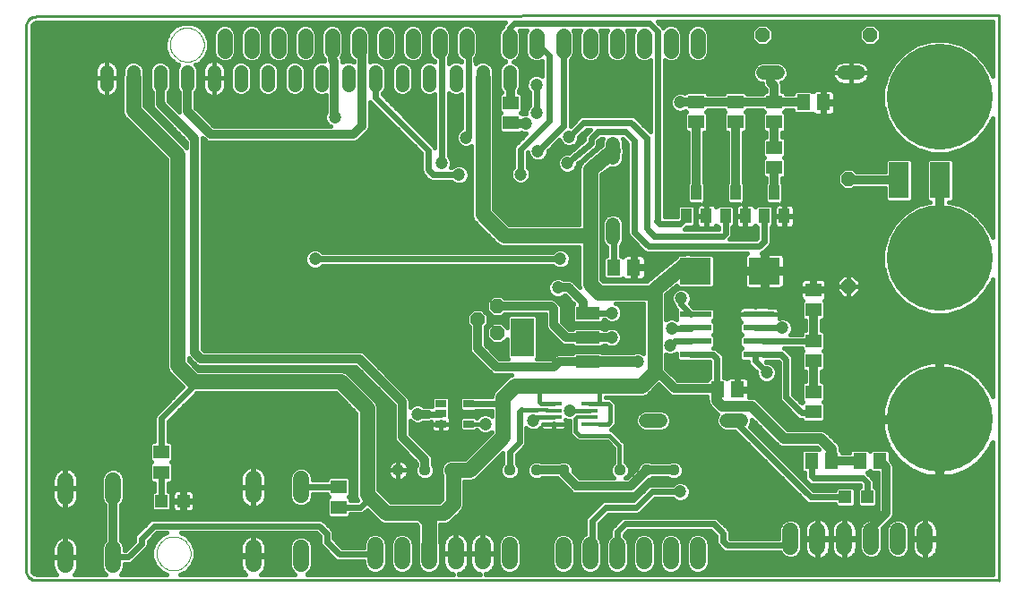
<source format=gtl>
G75*
%MOIN*%
%OFA0B0*%
%FSLAX24Y24*%
%IPPOS*%
%LPD*%
%AMOC8*
5,1,8,0,0,1.08239X$1,22.5*
%
%ADD10C,0.0100*%
%ADD11C,0.0000*%
%ADD12C,0.0560*%
%ADD13C,0.0600*%
%ADD14C,0.3937*%
%ADD15OC8,0.0520*%
%ADD16C,0.0520*%
%ADD17R,0.0512X0.0591*%
%ADD18R,0.0591X0.0512*%
%ADD19R,0.0394X0.0551*%
%ADD20R,0.0472X0.0472*%
%ADD21C,0.0515*%
%ADD22C,0.0440*%
%ADD23R,0.0748X0.1339*%
%ADD24R,0.0870X0.0240*%
%ADD25R,0.0810X0.0220*%
%ADD26R,0.0880X0.0480*%
%ADD27R,0.0866X0.1417*%
%ADD28R,0.0390X0.0272*%
%ADD29R,0.0620X0.0140*%
%ADD30R,0.1142X0.0984*%
%ADD31C,0.0320*%
%ADD32C,0.0472*%
%ADD33C,0.0120*%
%ADD34C,0.0160*%
%ADD35C,0.0240*%
%ADD36C,0.0400*%
D10*
X001574Y001180D02*
X037386Y001180D01*
X037380Y001174D02*
X037380Y022230D01*
X001574Y022180D01*
X001535Y022178D01*
X001497Y022172D01*
X001460Y022163D01*
X001423Y022150D01*
X001388Y022133D01*
X001355Y022114D01*
X001324Y022091D01*
X001295Y022065D01*
X001269Y022036D01*
X001246Y022005D01*
X001227Y021972D01*
X001210Y021937D01*
X001197Y021900D01*
X001188Y021863D01*
X001182Y021825D01*
X001180Y021786D01*
X001180Y001574D01*
X001182Y001535D01*
X001188Y001497D01*
X001197Y001460D01*
X001210Y001423D01*
X001227Y001388D01*
X001246Y001355D01*
X001269Y001324D01*
X001295Y001295D01*
X001324Y001269D01*
X001355Y001246D01*
X001388Y001227D01*
X001423Y001210D01*
X001460Y001197D01*
X001497Y001188D01*
X001535Y001182D01*
X001574Y001180D01*
D11*
X006050Y002180D02*
X006052Y002230D01*
X006058Y002280D01*
X006068Y002329D01*
X006082Y002377D01*
X006099Y002424D01*
X006120Y002469D01*
X006145Y002513D01*
X006173Y002554D01*
X006205Y002593D01*
X006239Y002630D01*
X006276Y002664D01*
X006316Y002694D01*
X006358Y002721D01*
X006402Y002745D01*
X006448Y002766D01*
X006495Y002782D01*
X006543Y002795D01*
X006593Y002804D01*
X006642Y002809D01*
X006693Y002810D01*
X006743Y002807D01*
X006792Y002800D01*
X006841Y002789D01*
X006889Y002774D01*
X006935Y002756D01*
X006980Y002734D01*
X007023Y002708D01*
X007064Y002679D01*
X007103Y002647D01*
X007139Y002612D01*
X007171Y002574D01*
X007201Y002534D01*
X007228Y002491D01*
X007251Y002447D01*
X007270Y002401D01*
X007286Y002353D01*
X007298Y002304D01*
X007306Y002255D01*
X007310Y002205D01*
X007310Y002155D01*
X007306Y002105D01*
X007298Y002056D01*
X007286Y002007D01*
X007270Y001959D01*
X007251Y001913D01*
X007228Y001869D01*
X007201Y001826D01*
X007171Y001786D01*
X007139Y001748D01*
X007103Y001713D01*
X007064Y001681D01*
X007023Y001652D01*
X006980Y001626D01*
X006935Y001604D01*
X006889Y001586D01*
X006841Y001571D01*
X006792Y001560D01*
X006743Y001553D01*
X006693Y001550D01*
X006642Y001551D01*
X006593Y001556D01*
X006543Y001565D01*
X006495Y001578D01*
X006448Y001594D01*
X006402Y001615D01*
X006358Y001639D01*
X006316Y001666D01*
X006276Y001696D01*
X006239Y001730D01*
X006205Y001767D01*
X006173Y001806D01*
X006145Y001847D01*
X006120Y001891D01*
X006099Y001936D01*
X006082Y001983D01*
X006068Y002031D01*
X006058Y002080D01*
X006052Y002130D01*
X006050Y002180D01*
X006550Y021130D02*
X006552Y021180D01*
X006558Y021230D01*
X006568Y021279D01*
X006582Y021327D01*
X006599Y021374D01*
X006620Y021419D01*
X006645Y021463D01*
X006673Y021504D01*
X006705Y021543D01*
X006739Y021580D01*
X006776Y021614D01*
X006816Y021644D01*
X006858Y021671D01*
X006902Y021695D01*
X006948Y021716D01*
X006995Y021732D01*
X007043Y021745D01*
X007093Y021754D01*
X007142Y021759D01*
X007193Y021760D01*
X007243Y021757D01*
X007292Y021750D01*
X007341Y021739D01*
X007389Y021724D01*
X007435Y021706D01*
X007480Y021684D01*
X007523Y021658D01*
X007564Y021629D01*
X007603Y021597D01*
X007639Y021562D01*
X007671Y021524D01*
X007701Y021484D01*
X007728Y021441D01*
X007751Y021397D01*
X007770Y021351D01*
X007786Y021303D01*
X007798Y021254D01*
X007806Y021205D01*
X007810Y021155D01*
X007810Y021105D01*
X007806Y021055D01*
X007798Y021006D01*
X007786Y020957D01*
X007770Y020909D01*
X007751Y020863D01*
X007728Y020819D01*
X007701Y020776D01*
X007671Y020736D01*
X007639Y020698D01*
X007603Y020663D01*
X007564Y020631D01*
X007523Y020602D01*
X007480Y020576D01*
X007435Y020554D01*
X007389Y020536D01*
X007341Y020521D01*
X007292Y020510D01*
X007243Y020503D01*
X007193Y020500D01*
X007142Y020501D01*
X007093Y020506D01*
X007043Y020515D01*
X006995Y020528D01*
X006948Y020544D01*
X006902Y020565D01*
X006858Y020589D01*
X006816Y020616D01*
X006776Y020646D01*
X006739Y020680D01*
X006705Y020717D01*
X006673Y020756D01*
X006645Y020797D01*
X006620Y020841D01*
X006599Y020886D01*
X006582Y020933D01*
X006568Y020981D01*
X006558Y021030D01*
X006552Y021080D01*
X006550Y021130D01*
D12*
X005180Y019880D02*
X005180Y018680D01*
X006830Y017030D01*
X006830Y009180D01*
X007430Y008580D01*
X007595Y008580D01*
X012880Y008580D01*
X013880Y007580D01*
X013880Y004380D01*
X013988Y004273D01*
X014580Y003680D01*
X015880Y003680D01*
X016730Y003680D01*
X017080Y004030D01*
X017080Y005232D01*
X017030Y005282D01*
X017682Y005282D01*
X018930Y006530D01*
X018930Y007830D01*
X018930Y007980D01*
X019380Y008430D01*
X020180Y008430D01*
X022415Y008430D01*
X024080Y008430D01*
X024580Y008930D01*
X024580Y012030D01*
X025675Y012920D01*
X025830Y012930D01*
X026100Y012705D01*
X024585Y011770D02*
X024450Y011905D01*
X022495Y011905D01*
X022185Y012215D01*
X022185Y013915D01*
X022085Y014015D01*
X018980Y014015D01*
X018180Y014815D01*
X018180Y019880D01*
X017580Y020900D02*
X017580Y021460D01*
X016580Y021460D02*
X016580Y020900D01*
X015580Y020900D02*
X015580Y021460D01*
X014580Y021460D02*
X014580Y020900D01*
X013580Y020900D02*
X013580Y021460D01*
X012580Y021460D02*
X012580Y020900D01*
X011580Y020900D02*
X011580Y021460D01*
X010580Y021460D02*
X010580Y020900D01*
X009580Y020900D02*
X009580Y021460D01*
X008580Y021460D02*
X008580Y020900D01*
X019180Y020900D02*
X019180Y021460D01*
X020180Y021460D02*
X020180Y020900D01*
X021180Y020900D02*
X021180Y021460D01*
X022180Y021460D02*
X022180Y020900D01*
X023180Y020900D02*
X023180Y021460D01*
X024180Y021460D02*
X024180Y020900D01*
X025180Y020900D02*
X025180Y021460D01*
X026180Y021460D02*
X026180Y020900D01*
X023030Y017180D02*
X022185Y016485D01*
X022185Y013915D01*
X024585Y011770D02*
X024585Y011765D01*
X016180Y003380D02*
X015880Y003680D01*
X016180Y003380D02*
X016180Y002180D01*
D13*
X016180Y001880D02*
X016180Y002480D01*
X017180Y002480D02*
X017180Y001880D01*
X018180Y001880D02*
X018180Y002480D01*
X019180Y002480D02*
X019180Y001880D01*
X021180Y001880D02*
X021180Y002480D01*
X022180Y002480D02*
X022180Y001880D01*
X023180Y001880D02*
X023180Y002480D01*
X024180Y002480D02*
X024180Y001880D01*
X025180Y001880D02*
X025180Y002480D01*
X026180Y002480D02*
X026180Y001880D01*
X029630Y002430D02*
X029630Y003030D01*
X030630Y003030D02*
X030630Y002430D01*
X031630Y002430D02*
X031630Y003030D01*
X032630Y003030D02*
X032630Y002430D01*
X033630Y002430D02*
X033630Y003030D01*
X034630Y003030D02*
X034630Y002430D01*
X015180Y002480D02*
X015180Y001880D01*
X014180Y001880D02*
X014180Y002480D01*
X011420Y002396D02*
X011420Y001796D01*
X009640Y001796D02*
X009640Y002396D01*
X009640Y004356D02*
X009640Y004956D01*
X011420Y004956D02*
X011420Y004356D01*
X004432Y004306D02*
X004432Y004906D01*
X002652Y004906D02*
X002652Y004306D01*
X002652Y002346D02*
X002652Y001746D01*
X004432Y001746D02*
X004432Y002346D01*
D14*
X035180Y007180D03*
X035180Y013180D03*
X035180Y019180D03*
D15*
X032580Y021480D03*
X028580Y021480D03*
X031780Y016130D03*
X031780Y012130D03*
X018730Y011380D03*
X017980Y010880D03*
X018730Y010380D03*
D16*
X024270Y007130D02*
X024790Y007130D01*
X027270Y007130D02*
X027790Y007130D01*
X023030Y013920D02*
X023030Y014440D01*
X023030Y016920D02*
X023030Y017440D01*
X028620Y020080D02*
X029140Y020080D01*
X031620Y020080D02*
X032140Y020080D01*
D17*
X030854Y018980D03*
X030106Y018980D03*
X023804Y012840D03*
X023056Y012840D03*
X026906Y008280D03*
X027654Y008280D03*
X030406Y005630D03*
X031154Y005630D03*
X032206Y005630D03*
X032954Y005630D03*
D18*
X030480Y007456D03*
X030480Y008204D03*
X030480Y009356D03*
X030480Y010104D03*
X030480Y011256D03*
X030480Y012004D03*
X029030Y016556D03*
X029030Y017304D03*
X029030Y018256D03*
X029030Y019004D03*
X027580Y019004D03*
X027580Y018256D03*
X026130Y018256D03*
X026130Y019004D03*
X019230Y018964D03*
X019230Y018216D03*
X006230Y005954D03*
X006230Y005206D03*
X012830Y004654D03*
X012830Y003906D03*
D19*
X025756Y014747D03*
X026504Y014747D03*
X027206Y014747D03*
X027954Y014747D03*
X028656Y014747D03*
X029404Y014747D03*
X029030Y015613D03*
X027580Y015613D03*
X026130Y015613D03*
D20*
X031667Y004280D03*
X032493Y004280D03*
X007043Y004130D03*
X006217Y004130D03*
D21*
X006180Y019623D02*
X006180Y020137D01*
X005180Y020137D02*
X005180Y019623D01*
X004180Y019623D02*
X004180Y020137D01*
X007180Y020137D02*
X007180Y019623D01*
X008180Y019623D02*
X008180Y020137D01*
X009180Y020137D02*
X009180Y019623D01*
X010180Y019623D02*
X010180Y020137D01*
X011180Y020137D02*
X011180Y019623D01*
X012180Y019623D02*
X012180Y020137D01*
X013180Y020137D02*
X013180Y019623D01*
X014180Y019623D02*
X014180Y020137D01*
X015180Y020137D02*
X015180Y019623D01*
X016180Y019623D02*
X016180Y020137D01*
X017180Y020137D02*
X017180Y019623D01*
X018180Y019623D02*
X018180Y020137D01*
X019180Y020137D02*
X019180Y019623D01*
D22*
X019180Y005282D03*
X020180Y005282D03*
X021180Y005282D03*
X023280Y005282D03*
X024280Y005282D03*
X025280Y005282D03*
X017030Y005282D03*
X016030Y005282D03*
X015030Y005282D03*
D23*
X033662Y016080D03*
X035198Y016080D03*
D24*
X028310Y011080D03*
X028310Y010580D03*
X028310Y010080D03*
X028310Y009580D03*
X026250Y009580D03*
X026250Y010080D03*
X026250Y010580D03*
X026250Y011080D03*
D25*
X025930Y011080D03*
X025930Y010580D03*
X025930Y010080D03*
X025930Y009580D03*
X028630Y009580D03*
X028630Y010080D03*
X028630Y010580D03*
X028630Y011080D03*
D26*
X022100Y011140D03*
X022100Y010230D03*
X022100Y009320D03*
D27*
X019660Y010230D03*
D28*
X017642Y007754D03*
X016622Y007754D03*
X016622Y007380D03*
X016622Y007006D03*
X017642Y007006D03*
D29*
X020810Y007000D03*
X020810Y007250D03*
X020810Y007510D03*
X020810Y007760D03*
X022150Y007760D03*
X022150Y007510D03*
X022150Y007250D03*
X022150Y007000D03*
D30*
X026100Y012705D03*
X028660Y012705D03*
D31*
X030480Y011256D02*
X030480Y010104D01*
X030480Y009356D02*
X030480Y008204D01*
X026906Y008280D02*
X026866Y008320D01*
X025320Y008320D01*
X024710Y008930D01*
X024580Y008930D01*
X022980Y010230D02*
X022100Y010230D01*
X021280Y010230D01*
X020830Y010680D01*
X020830Y011280D01*
X020730Y011380D01*
X018730Y011380D01*
X017980Y010880D02*
X017980Y009830D01*
X018680Y009130D01*
X020830Y009130D01*
X021020Y009320D01*
X022100Y009320D01*
X022100Y011140D02*
X021930Y011310D01*
X021930Y011530D01*
X021380Y012080D01*
X020980Y012080D01*
X026130Y015613D02*
X026130Y018256D01*
X026130Y019004D02*
X025554Y019004D01*
X025530Y018980D01*
X026130Y019004D02*
X027580Y019004D01*
X029030Y019004D01*
X030082Y019004D01*
X030106Y018980D01*
X029030Y019004D02*
X029030Y019580D01*
X028880Y019730D01*
X028880Y020080D01*
X029030Y018256D02*
X029030Y017304D01*
X029030Y016556D02*
X029030Y015613D01*
X027580Y015613D02*
X027580Y018256D01*
X031780Y016130D02*
X031830Y016080D01*
X033662Y016080D01*
X035180Y016130D02*
X035330Y016280D01*
X035330Y016212D01*
X035198Y016080D01*
X035180Y016130D02*
X035180Y013180D01*
X032954Y005630D02*
X033180Y005404D01*
X033180Y003680D01*
X032630Y003130D01*
X032630Y002730D01*
X032206Y005630D02*
X031154Y005630D01*
X025280Y005282D02*
X024280Y005282D01*
X023693Y004695D01*
X021665Y004695D01*
X021180Y005180D01*
X021180Y005282D01*
X020180Y005282D01*
X016165Y007375D02*
X016160Y007370D01*
X015760Y007375D01*
X015180Y007835D02*
X013585Y009430D01*
X007700Y009430D01*
X007465Y009665D01*
X007465Y017635D01*
X006180Y018920D01*
X006180Y019880D01*
X007180Y019880D02*
X007180Y018670D01*
X008060Y017790D01*
X013370Y017790D01*
X013685Y018110D01*
X013680Y021035D01*
X013580Y021180D01*
X012580Y021180D02*
X012580Y020570D01*
X012665Y020485D01*
X012665Y018440D01*
X012680Y018425D01*
X019230Y018216D02*
X019761Y018191D01*
X019780Y018195D01*
X019230Y018964D02*
X019230Y019830D01*
X019180Y019880D01*
X015180Y007835D02*
X015180Y006515D01*
X016030Y005665D01*
X016030Y005282D01*
X004432Y004606D02*
X004432Y002046D01*
D32*
X005580Y001730D03*
X004330Y006130D03*
X003530Y006130D03*
X002730Y006130D03*
X003380Y010080D03*
X003380Y010880D03*
X003380Y011680D03*
X005630Y011680D03*
X005630Y010880D03*
X005630Y010080D03*
X007980Y010080D03*
X007980Y010880D03*
X007980Y011680D03*
X010430Y011680D03*
X010430Y010880D03*
X010430Y010080D03*
X012680Y010080D03*
X012680Y010880D03*
X012680Y011680D03*
X015030Y011680D03*
X015030Y010880D03*
X015030Y010080D03*
X017280Y010080D03*
X017280Y010880D03*
X017280Y011680D03*
X018405Y012330D03*
X019205Y012330D03*
X020005Y012330D03*
X020980Y012080D03*
X021065Y013155D03*
X022995Y011135D03*
X022980Y010230D03*
X023950Y009320D03*
X025165Y009930D03*
X025220Y010570D03*
X025565Y011690D03*
X024850Y013095D03*
X025550Y015820D03*
X026830Y016355D03*
X026830Y017155D03*
X025550Y017410D03*
X025555Y016615D03*
X028155Y016345D03*
X028155Y017145D03*
X031130Y017380D03*
X031930Y017380D03*
X031930Y018180D03*
X031930Y018980D03*
X025530Y018980D03*
X023680Y019980D03*
X022680Y019980D03*
X021730Y020230D03*
X020180Y019640D03*
X019830Y020280D03*
X020180Y018595D03*
X019780Y018195D03*
X020230Y017160D03*
X021330Y016720D03*
X021395Y017695D03*
X019590Y016300D03*
X017305Y016290D03*
X016650Y016720D03*
X017560Y017675D03*
X014980Y017080D03*
X014980Y016280D03*
X014980Y015480D03*
X014980Y014680D03*
X017230Y014680D03*
X017230Y015480D03*
X012630Y015480D03*
X012630Y016280D03*
X010380Y016280D03*
X010380Y015480D03*
X010380Y014680D03*
X012630Y014680D03*
X011940Y013145D03*
X007930Y014680D03*
X007930Y015480D03*
X007930Y016280D03*
X005580Y016280D03*
X005580Y015480D03*
X005580Y014680D03*
X003330Y014680D03*
X003330Y015480D03*
X003330Y016280D03*
X012680Y018425D03*
X023580Y018930D03*
X029330Y010580D03*
X028745Y008915D03*
X029980Y008780D03*
X032180Y008480D03*
X032180Y010080D03*
X034280Y010130D03*
X035080Y010130D03*
X035880Y010130D03*
X027830Y005130D03*
X027830Y004330D03*
X025530Y004480D03*
X027830Y003030D03*
X020215Y006310D03*
X020060Y007125D03*
X021430Y007510D03*
X018275Y007005D03*
X016580Y006250D03*
X015760Y007375D03*
X014705Y006125D03*
X012830Y006150D03*
X011330Y006130D03*
X010530Y006130D03*
X009730Y006130D03*
X026180Y008880D03*
X035980Y004080D03*
X035980Y003280D03*
X035980Y002480D03*
D33*
X028630Y009580D02*
X028310Y009580D01*
X028310Y010080D02*
X028630Y010080D01*
X028630Y011080D02*
X028310Y011080D01*
X026250Y011080D02*
X025930Y011080D01*
X025930Y010580D02*
X026250Y010580D01*
X026250Y010080D02*
X025930Y010080D01*
X024585Y011765D02*
X025655Y012835D01*
X025675Y012920D01*
X022525Y007775D02*
X022510Y007760D01*
X022150Y007760D01*
X022150Y007250D02*
X021695Y007250D01*
X021635Y007190D01*
X022150Y007000D02*
X022155Y006995D01*
X022520Y006995D01*
X020810Y007510D02*
X020800Y007500D01*
X020595Y007500D01*
X020580Y007515D01*
X020185Y007515D01*
D34*
X020170Y007530D01*
X019630Y007530D01*
X020060Y007125D02*
X020185Y007250D01*
X020810Y007250D01*
X020810Y007030D02*
X020810Y007000D01*
X021300Y007000D01*
X021300Y007094D01*
X021288Y007139D01*
X021271Y007169D01*
X021355Y007134D01*
X021415Y007134D01*
X021415Y006639D01*
X021580Y006474D01*
X021709Y006345D01*
X022809Y006345D01*
X023045Y006109D01*
X023045Y005556D01*
X022975Y005486D01*
X022920Y005354D01*
X022920Y005211D01*
X022975Y005078D01*
X023058Y004995D01*
X021789Y004995D01*
X021540Y005244D01*
X021540Y005354D01*
X021485Y005486D01*
X021384Y005588D01*
X021252Y005642D01*
X021108Y005642D01*
X020976Y005588D01*
X020971Y005582D01*
X020389Y005582D01*
X020384Y005588D01*
X020252Y005642D01*
X020108Y005642D01*
X019976Y005588D01*
X019875Y005486D01*
X019820Y005354D01*
X019820Y005211D01*
X019875Y005078D01*
X019976Y004977D01*
X020108Y004922D01*
X020252Y004922D01*
X020384Y004977D01*
X020389Y004982D01*
X020953Y004982D01*
X021411Y004525D01*
X021495Y004441D01*
X021605Y004395D01*
X023752Y004395D01*
X023863Y004441D01*
X024344Y004922D01*
X024352Y004922D01*
X024484Y004977D01*
X024489Y004982D01*
X025071Y004982D01*
X025076Y004977D01*
X025208Y004922D01*
X025352Y004922D01*
X025484Y004977D01*
X025585Y005078D01*
X025640Y005211D01*
X025640Y005354D01*
X025585Y005486D01*
X025484Y005588D01*
X025352Y005642D01*
X025208Y005642D01*
X025076Y005588D01*
X025071Y005582D01*
X024489Y005582D01*
X024484Y005588D01*
X024352Y005642D01*
X024208Y005642D01*
X024076Y005588D01*
X023975Y005486D01*
X023920Y005354D01*
X023920Y005347D01*
X023568Y004995D01*
X023502Y004995D01*
X023585Y005078D01*
X023640Y005211D01*
X023640Y005354D01*
X023585Y005486D01*
X023485Y005586D01*
X023485Y006291D01*
X023356Y006420D01*
X022991Y006785D01*
X022941Y006785D01*
X022946Y006790D01*
X022951Y006790D01*
X023080Y006919D01*
X023150Y006989D01*
X023150Y007771D01*
X023021Y007900D01*
X022941Y007980D01*
X022745Y007980D01*
X022745Y008010D01*
X024164Y008010D01*
X024318Y008074D01*
X024730Y008486D01*
X025066Y008150D01*
X025150Y008066D01*
X025260Y008020D01*
X026510Y008020D01*
X026510Y007927D01*
X026565Y007872D01*
X026565Y007777D01*
X026617Y007652D01*
X026712Y007557D01*
X026712Y007557D01*
X026887Y007382D01*
X026936Y007362D01*
X026931Y007357D01*
X026870Y007210D01*
X026870Y007050D01*
X026931Y006903D01*
X027043Y006791D01*
X027190Y006730D01*
X027562Y006730D01*
X030233Y004060D01*
X030328Y004020D01*
X031290Y004020D01*
X031290Y003986D01*
X031372Y003904D01*
X031961Y003904D01*
X032043Y003986D01*
X032043Y004574D01*
X031961Y004656D01*
X031372Y004656D01*
X031290Y004574D01*
X031290Y004540D01*
X030488Y004540D01*
X028127Y006901D01*
X028129Y006903D01*
X028190Y007050D01*
X028190Y007174D01*
X029197Y006167D01*
X029322Y006115D01*
X030629Y006115D01*
X030679Y006065D01*
X030092Y006065D01*
X030010Y005983D01*
X030010Y005277D01*
X030092Y005195D01*
X030146Y005195D01*
X030146Y005002D01*
X030186Y004907D01*
X030260Y004833D01*
X030333Y004760D01*
X030428Y004720D01*
X032220Y004720D01*
X032220Y004656D01*
X032199Y004656D01*
X032117Y004574D01*
X032117Y003986D01*
X032199Y003904D01*
X032788Y003904D01*
X032870Y003986D01*
X032870Y004574D01*
X032788Y004656D01*
X032740Y004656D01*
X032740Y004882D01*
X032700Y004977D01*
X032627Y005050D01*
X032483Y005195D01*
X032520Y005195D01*
X032580Y005255D01*
X032640Y005195D01*
X032880Y005195D01*
X032880Y003804D01*
X032546Y003470D01*
X032542Y003470D01*
X032381Y003403D01*
X032257Y003279D01*
X032190Y003118D01*
X032190Y002342D01*
X032257Y002181D01*
X032381Y002057D01*
X032542Y001990D01*
X032718Y001990D01*
X032879Y002057D01*
X033003Y002181D01*
X033070Y002342D01*
X033070Y003118D01*
X033062Y003137D01*
X033350Y003426D01*
X033434Y003510D01*
X033480Y003620D01*
X033480Y005464D01*
X033434Y005574D01*
X033350Y005658D01*
X033350Y005983D01*
X033268Y006065D01*
X032640Y006065D01*
X032580Y006005D01*
X032520Y006065D01*
X031892Y006065D01*
X031810Y005983D01*
X031810Y005930D01*
X031550Y005930D01*
X031550Y005983D01*
X031494Y006039D01*
X031494Y006139D01*
X031442Y006264D01*
X031058Y006648D01*
X030963Y006743D01*
X030838Y006795D01*
X029531Y006795D01*
X028368Y007958D01*
X028243Y008010D01*
X028090Y008010D01*
X028090Y008232D01*
X027702Y008232D01*
X027702Y008328D01*
X027606Y008328D01*
X027606Y008755D01*
X027374Y008755D01*
X027329Y008743D01*
X027288Y008719D01*
X027254Y008686D01*
X027252Y008683D01*
X027220Y008715D01*
X027155Y008715D01*
X027155Y009492D01*
X027115Y009587D01*
X027042Y009660D01*
X026902Y009800D01*
X026807Y009840D01*
X026763Y009840D01*
X026825Y009902D01*
X026825Y010258D01*
X026753Y010330D01*
X026825Y010402D01*
X026825Y010758D01*
X026753Y010830D01*
X026825Y010902D01*
X026825Y011258D01*
X026743Y011340D01*
X026038Y011340D01*
X025889Y011489D01*
X025941Y011615D01*
X025941Y011765D01*
X025884Y011903D01*
X025778Y012009D01*
X025640Y012066D01*
X025490Y012066D01*
X025352Y012009D01*
X025246Y011903D01*
X025189Y011765D01*
X025189Y011615D01*
X025246Y011477D01*
X025305Y011418D01*
X025305Y011393D01*
X025345Y011298D01*
X025390Y011253D01*
X025385Y011248D01*
X025385Y010912D01*
X025390Y010907D01*
X025295Y010946D01*
X025145Y010946D01*
X025007Y010889D01*
X025000Y010882D01*
X025000Y011669D01*
X025005Y011681D01*
X025005Y011834D01*
X025394Y012150D01*
X025472Y012073D01*
X026729Y012073D01*
X026811Y012155D01*
X026811Y013255D01*
X026729Y013337D01*
X025937Y013337D01*
X025886Y013355D01*
X025880Y013354D01*
X025875Y013356D01*
X025797Y013349D01*
X025683Y013341D01*
X025635Y013346D01*
X025604Y013337D01*
X025472Y013337D01*
X025390Y013255D01*
X025390Y013231D01*
X025383Y013224D01*
X024363Y012395D01*
X024342Y012386D01*
X024298Y012342D01*
X024277Y012325D01*
X022669Y012325D01*
X022605Y012389D01*
X022605Y016287D01*
X022909Y016537D01*
X022950Y016520D01*
X023110Y016520D01*
X023257Y016581D01*
X023369Y016693D01*
X023430Y016840D01*
X023430Y017038D01*
X023440Y017056D01*
X023456Y017222D01*
X023430Y017308D01*
X023430Y017520D01*
X023388Y017620D01*
X023392Y017620D01*
X023570Y017442D01*
X023570Y014083D01*
X023610Y013988D01*
X023683Y013915D01*
X024198Y013400D01*
X024293Y013360D01*
X028011Y013360D01*
X027978Y013341D01*
X027945Y013308D01*
X027921Y013267D01*
X027909Y013221D01*
X027909Y012785D01*
X028580Y012785D01*
X028580Y013377D01*
X028558Y013377D01*
X028612Y013400D01*
X028685Y013473D01*
X028876Y013664D01*
X028916Y013759D01*
X028916Y014336D01*
X029088Y014336D01*
X029097Y014327D02*
X029138Y014304D01*
X029183Y014291D01*
X029386Y014291D01*
X029386Y014728D01*
X029422Y014728D01*
X029422Y014291D01*
X029625Y014291D01*
X029670Y014304D01*
X029711Y014327D01*
X029745Y014361D01*
X029769Y014402D01*
X029781Y014448D01*
X029781Y014729D01*
X029422Y014729D01*
X029422Y014765D01*
X029386Y014765D01*
X029386Y015203D01*
X029290Y015203D01*
X029367Y015279D01*
X029367Y015947D01*
X029330Y015984D01*
X029330Y016160D01*
X029383Y016160D01*
X029465Y016242D01*
X029465Y016870D01*
X029405Y016930D01*
X029465Y016990D01*
X029465Y017618D01*
X029383Y017700D01*
X029330Y017700D01*
X029330Y017860D01*
X029383Y017860D01*
X029465Y017942D01*
X029465Y018570D01*
X029405Y018630D01*
X029465Y018690D01*
X029465Y018704D01*
X029710Y018704D01*
X029710Y018627D01*
X029792Y018545D01*
X030420Y018545D01*
X030452Y018577D01*
X030454Y018574D01*
X030488Y018541D01*
X030529Y018517D01*
X030574Y018505D01*
X030806Y018505D01*
X030806Y018932D01*
X030902Y018932D01*
X030902Y018505D01*
X031134Y018505D01*
X031179Y018517D01*
X031220Y018541D01*
X031254Y018574D01*
X031278Y018615D01*
X031290Y018661D01*
X031290Y018932D01*
X033071Y018932D01*
X033071Y018902D02*
X033215Y018366D01*
X033493Y017885D01*
X033885Y017493D01*
X034366Y017215D01*
X034902Y017071D01*
X035458Y017071D01*
X035994Y017215D01*
X036475Y017493D01*
X036867Y017885D01*
X037145Y018366D01*
X037150Y018386D01*
X037150Y013974D01*
X037145Y013994D01*
X036867Y014475D01*
X036475Y014867D01*
X035994Y015145D01*
X035524Y015271D01*
X035630Y015271D01*
X035712Y015353D01*
X035712Y016807D01*
X035630Y016889D01*
X034766Y016889D01*
X034684Y016807D01*
X034684Y015353D01*
X034766Y015271D01*
X034836Y015271D01*
X034366Y015145D01*
X033885Y014867D01*
X033493Y014475D01*
X033215Y013994D01*
X033071Y013458D01*
X033071Y012902D01*
X033215Y012366D01*
X033493Y011885D01*
X033885Y011493D01*
X034366Y011215D01*
X034902Y011071D01*
X035458Y011071D01*
X035994Y011215D01*
X036475Y011493D01*
X036867Y011885D01*
X037145Y012366D01*
X037150Y012386D01*
X037150Y008038D01*
X037133Y008080D01*
X037056Y008231D01*
X036968Y008375D01*
X036869Y008511D01*
X036759Y008640D01*
X036640Y008759D01*
X036511Y008869D01*
X036375Y008968D01*
X036231Y009056D01*
X036080Y009133D01*
X035924Y009197D01*
X035764Y009249D01*
X035599Y009289D01*
X035433Y009315D01*
X035264Y009329D01*
X035260Y009329D01*
X035260Y007260D01*
X035100Y007260D01*
X035100Y009329D01*
X035096Y009329D01*
X034927Y009315D01*
X034761Y009289D01*
X034596Y009249D01*
X034436Y009197D01*
X034280Y009133D01*
X034129Y009056D01*
X033985Y008968D01*
X033849Y008869D01*
X033720Y008759D01*
X033601Y008640D01*
X033491Y008511D01*
X033392Y008375D01*
X033304Y008231D01*
X033227Y008080D01*
X033163Y007924D01*
X033111Y007764D01*
X033071Y007599D01*
X033045Y007433D01*
X033031Y007264D01*
X033031Y007260D01*
X035100Y007260D01*
X035100Y007100D01*
X035260Y007100D01*
X035260Y005031D01*
X035264Y005031D01*
X035433Y005045D01*
X035599Y005071D01*
X035764Y005111D01*
X035924Y005163D01*
X036080Y005227D01*
X036231Y005304D01*
X036375Y005392D01*
X036511Y005491D01*
X036640Y005601D01*
X036759Y005720D01*
X036869Y005849D01*
X036968Y005985D01*
X037056Y006129D01*
X037133Y006280D01*
X037150Y006322D01*
X037150Y001410D01*
X018281Y001410D01*
X018292Y001412D01*
X018364Y001435D01*
X018432Y001469D01*
X018493Y001514D01*
X018546Y001567D01*
X018591Y001628D01*
X018625Y001696D01*
X018648Y001768D01*
X018660Y001842D01*
X018660Y002160D01*
X018200Y002160D01*
X018200Y002200D01*
X018160Y002200D01*
X018160Y002960D01*
X018142Y002960D01*
X018068Y002948D01*
X017996Y002925D01*
X017928Y002891D01*
X017867Y002846D01*
X017814Y002793D01*
X017769Y002732D01*
X017735Y002664D01*
X017712Y002592D01*
X017700Y002518D01*
X017700Y002200D01*
X018160Y002200D01*
X018160Y002160D01*
X017700Y002160D01*
X017700Y001842D01*
X017712Y001768D01*
X017735Y001696D01*
X017769Y001628D01*
X017814Y001567D01*
X017867Y001514D01*
X017928Y001469D01*
X017996Y001435D01*
X018068Y001412D01*
X018079Y001410D01*
X017281Y001410D01*
X017292Y001412D01*
X017364Y001435D01*
X017432Y001469D01*
X017493Y001514D01*
X017546Y001567D01*
X017591Y001628D01*
X017625Y001696D01*
X017648Y001768D01*
X017660Y001842D01*
X017660Y002160D01*
X017200Y002160D01*
X017200Y002200D01*
X017160Y002200D01*
X017160Y002960D01*
X017142Y002960D01*
X017068Y002948D01*
X016996Y002925D01*
X016928Y002891D01*
X016867Y002846D01*
X016814Y002793D01*
X016769Y002732D01*
X016735Y002664D01*
X016712Y002592D01*
X016700Y002518D01*
X016700Y002200D01*
X017160Y002200D01*
X017160Y002160D01*
X016700Y002160D01*
X016700Y001842D01*
X016712Y001768D01*
X016735Y001696D01*
X016769Y001628D01*
X016814Y001567D01*
X016867Y001514D01*
X016928Y001469D01*
X016996Y001435D01*
X017068Y001412D01*
X017079Y001410D01*
X011639Y001410D01*
X011669Y001423D01*
X011793Y001546D01*
X011860Y001708D01*
X011860Y002483D01*
X011793Y002645D01*
X011669Y002769D01*
X011508Y002836D01*
X011332Y002836D01*
X011171Y002769D01*
X011047Y002645D01*
X010980Y002483D01*
X010980Y001708D01*
X011047Y001546D01*
X011171Y001423D01*
X011201Y001410D01*
X009926Y001410D01*
X009953Y001430D01*
X010006Y001483D01*
X010051Y001544D01*
X010085Y001611D01*
X010108Y001683D01*
X010120Y001758D01*
X010120Y002076D01*
X009660Y002076D01*
X009660Y002116D01*
X009620Y002116D01*
X009620Y002876D01*
X009602Y002876D01*
X009528Y002864D01*
X009456Y002841D01*
X009388Y002806D01*
X009327Y002762D01*
X009274Y002708D01*
X009229Y002647D01*
X009195Y002580D01*
X009172Y002508D01*
X009160Y002433D01*
X009160Y002116D01*
X009620Y002116D01*
X009620Y002076D01*
X009160Y002076D01*
X009160Y001758D01*
X009172Y001683D01*
X009195Y001611D01*
X009229Y001544D01*
X009274Y001483D01*
X009327Y001430D01*
X009354Y001410D01*
X006937Y001410D01*
X007139Y001493D01*
X007367Y001721D01*
X007490Y002019D01*
X007490Y002341D01*
X007367Y002639D01*
X007139Y002867D01*
X006950Y002945D01*
X011987Y002945D01*
X012115Y002817D01*
X012115Y002603D01*
X012155Y002508D01*
X012163Y002499D01*
X012185Y002448D01*
X012630Y002003D01*
X012703Y001930D01*
X012798Y001890D01*
X013740Y001890D01*
X013740Y001792D01*
X013807Y001631D01*
X013931Y001507D01*
X014092Y001440D01*
X014268Y001440D01*
X014429Y001507D01*
X014553Y001631D01*
X014620Y001792D01*
X014620Y002568D01*
X014553Y002729D01*
X014429Y002853D01*
X014268Y002920D01*
X014092Y002920D01*
X013931Y002853D01*
X013807Y002729D01*
X013740Y002568D01*
X013740Y002410D01*
X012958Y002410D01*
X012647Y002721D01*
X012635Y002749D01*
X012635Y002977D01*
X012595Y003072D01*
X012522Y003145D01*
X012242Y003425D01*
X012147Y003465D01*
X005893Y003465D01*
X005798Y003425D01*
X005725Y003352D01*
X005260Y002887D01*
X005220Y002792D01*
X005220Y002643D01*
X004883Y002306D01*
X004872Y002306D01*
X004872Y002433D01*
X004805Y002595D01*
X004732Y002668D01*
X004732Y003983D01*
X004805Y004056D01*
X004872Y004218D01*
X004872Y004993D01*
X004805Y005155D01*
X004681Y005279D01*
X004520Y005346D01*
X004345Y005346D01*
X004183Y005279D01*
X004059Y005155D01*
X003992Y004993D01*
X003992Y004218D01*
X004059Y004056D01*
X004132Y003983D01*
X004132Y002668D01*
X004059Y002595D01*
X003992Y002433D01*
X003992Y001658D01*
X004059Y001496D01*
X004146Y001410D01*
X002995Y001410D01*
X003018Y001433D01*
X003063Y001494D01*
X003097Y001561D01*
X003120Y001633D01*
X003132Y001708D01*
X003132Y002026D01*
X002672Y002026D01*
X002672Y002066D01*
X002632Y002066D01*
X002632Y002826D01*
X002614Y002826D01*
X002540Y002814D01*
X002468Y002791D01*
X002401Y002756D01*
X002340Y002712D01*
X002286Y002658D01*
X002242Y002597D01*
X002207Y002530D01*
X002184Y002458D01*
X002172Y002383D01*
X002172Y002066D01*
X002632Y002066D01*
X002632Y002026D01*
X002172Y002026D01*
X002172Y001708D01*
X002184Y001633D01*
X002207Y001561D01*
X002242Y001494D01*
X002286Y001433D01*
X002309Y001410D01*
X001574Y001410D01*
X001542Y001413D01*
X001483Y001438D01*
X001438Y001483D01*
X001413Y001542D01*
X001410Y001574D01*
X001410Y021786D01*
X001413Y021818D01*
X001438Y021877D01*
X001483Y021922D01*
X001542Y021947D01*
X001574Y021950D01*
X001669Y021950D01*
X001669Y021950D01*
X019027Y021974D01*
X018960Y021907D01*
X018920Y021812D01*
X018920Y021794D01*
X018824Y021698D01*
X018760Y021544D01*
X018760Y020816D01*
X018824Y020662D01*
X018942Y020544D01*
X019032Y020507D01*
X018955Y020474D01*
X018843Y020363D01*
X018783Y020217D01*
X018783Y019543D01*
X018843Y019397D01*
X018880Y019360D01*
X018877Y019360D01*
X018795Y019278D01*
X018795Y018650D01*
X018855Y018590D01*
X018795Y018530D01*
X018795Y017902D01*
X018877Y017820D01*
X019583Y017820D01*
X019618Y017855D01*
X019705Y017819D01*
X019801Y017819D01*
X019370Y017387D01*
X019330Y017292D01*
X019330Y016572D01*
X019271Y016513D01*
X019214Y016375D01*
X019214Y016225D01*
X019271Y016087D01*
X019377Y015981D01*
X019515Y015924D01*
X019665Y015924D01*
X019803Y015981D01*
X019909Y016087D01*
X019966Y016225D01*
X019966Y016375D01*
X019909Y016513D01*
X019850Y016572D01*
X019850Y017132D01*
X019854Y017136D01*
X019854Y017085D01*
X019911Y016947D01*
X020017Y016841D01*
X020155Y016784D01*
X020305Y016784D01*
X020443Y016841D01*
X020549Y016947D01*
X020606Y017085D01*
X020606Y017169D01*
X021030Y017593D01*
X021076Y017482D01*
X021182Y017376D01*
X021320Y017319D01*
X021470Y017319D01*
X021608Y017376D01*
X021714Y017482D01*
X021771Y017620D01*
X021771Y017704D01*
X022043Y017975D01*
X022197Y017975D01*
X021990Y017767D01*
X021950Y017672D01*
X021950Y017581D01*
X021373Y017096D01*
X021255Y017096D01*
X021117Y017039D01*
X021011Y016933D01*
X020954Y016795D01*
X020954Y016645D01*
X021011Y016507D01*
X021117Y016401D01*
X021255Y016344D01*
X021405Y016344D01*
X021543Y016401D01*
X021649Y016507D01*
X021706Y016645D01*
X021706Y016697D01*
X022347Y017235D01*
X022357Y017240D01*
X022386Y017268D01*
X022417Y017294D01*
X022422Y017305D01*
X022430Y017313D01*
X022446Y017350D01*
X022465Y017386D01*
X022466Y017398D01*
X022470Y017408D01*
X022470Y017449D01*
X022473Y017489D01*
X022470Y017500D01*
X022470Y017512D01*
X022578Y017620D01*
X022672Y017620D01*
X022630Y017520D01*
X022630Y017395D01*
X021967Y016849D01*
X021947Y016841D01*
X021902Y016796D01*
X021854Y016756D01*
X021844Y016738D01*
X021829Y016723D01*
X021805Y016665D01*
X021775Y016609D01*
X021773Y016588D01*
X021765Y016569D01*
X021765Y016505D01*
X021759Y016443D01*
X021765Y016422D01*
X021765Y014435D01*
X019154Y014435D01*
X018600Y014989D01*
X018600Y019964D01*
X018577Y020018D01*
X018577Y020217D01*
X018517Y020363D01*
X018405Y020474D01*
X018259Y020535D01*
X018101Y020535D01*
X017955Y020474D01*
X017920Y020440D01*
X017920Y020487D01*
X017905Y020523D01*
X017905Y020631D01*
X017936Y020662D01*
X018000Y020816D01*
X018000Y021544D01*
X017936Y021698D01*
X017818Y021816D01*
X017664Y021880D01*
X017496Y021880D01*
X017342Y021816D01*
X017224Y021698D01*
X017160Y021544D01*
X017160Y020816D01*
X017224Y020662D01*
X017342Y020544D01*
X017385Y020526D01*
X017385Y020483D01*
X017259Y020535D01*
X017101Y020535D01*
X016955Y020474D01*
X016915Y020435D01*
X016915Y020641D01*
X016936Y020662D01*
X017000Y020816D01*
X017000Y021544D01*
X016936Y021698D01*
X016818Y021816D01*
X016664Y021880D01*
X016496Y021880D01*
X016342Y021816D01*
X016224Y021698D01*
X016160Y021544D01*
X016160Y020816D01*
X016224Y020662D01*
X016342Y020544D01*
X016395Y020522D01*
X016395Y020479D01*
X016259Y020535D01*
X016101Y020535D01*
X015955Y020474D01*
X015843Y020363D01*
X015783Y020217D01*
X015783Y019543D01*
X015843Y019397D01*
X015955Y019286D01*
X016101Y019225D01*
X016259Y019225D01*
X016395Y019281D01*
X016395Y017446D01*
X016394Y017295D01*
X016370Y017352D01*
X016297Y017425D01*
X014440Y019283D01*
X014440Y019320D01*
X014517Y019397D01*
X014577Y019543D01*
X014577Y020217D01*
X014517Y020363D01*
X014405Y020474D01*
X014259Y020535D01*
X014101Y020535D01*
X013981Y020485D01*
X013980Y020769D01*
X014000Y020816D01*
X014000Y021544D01*
X013936Y021698D01*
X013818Y021816D01*
X013664Y021880D01*
X013496Y021880D01*
X013342Y021816D01*
X013224Y021698D01*
X013160Y021544D01*
X013160Y020816D01*
X013224Y020662D01*
X013342Y020544D01*
X013381Y020528D01*
X013381Y020484D01*
X013259Y020535D01*
X013101Y020535D01*
X012965Y020479D01*
X012965Y020545D01*
X012922Y020648D01*
X012936Y020662D01*
X013000Y020816D01*
X013000Y021544D01*
X012936Y021698D01*
X012818Y021816D01*
X012664Y021880D01*
X012496Y021880D01*
X012342Y021816D01*
X012224Y021698D01*
X012160Y021544D01*
X012160Y020816D01*
X012224Y020662D01*
X012280Y020606D01*
X012280Y020526D01*
X012259Y020535D01*
X012101Y020535D01*
X011955Y020474D01*
X011843Y020363D01*
X011783Y020217D01*
X011783Y019543D01*
X011843Y019397D01*
X011955Y019286D01*
X012101Y019225D01*
X012259Y019225D01*
X012365Y019269D01*
X012365Y018642D01*
X012361Y018638D01*
X012304Y018500D01*
X012304Y018350D01*
X012361Y018212D01*
X012467Y018106D01*
X012506Y018090D01*
X008184Y018090D01*
X007480Y018794D01*
X007480Y019360D01*
X007517Y019397D01*
X007577Y019543D01*
X007577Y020217D01*
X007517Y020363D01*
X007496Y020384D01*
X007639Y020443D01*
X007867Y020671D01*
X007990Y020969D01*
X007990Y021291D01*
X007867Y021589D01*
X007639Y021817D01*
X007341Y021940D01*
X007019Y021940D01*
X006721Y021817D01*
X006493Y021589D01*
X006370Y021291D01*
X006370Y020969D01*
X006493Y020671D01*
X006721Y020443D01*
X006864Y020384D01*
X006843Y020363D01*
X006783Y020217D01*
X006783Y019543D01*
X006843Y019397D01*
X006880Y019360D01*
X006880Y018644D01*
X006480Y019044D01*
X006480Y019360D01*
X006517Y019397D01*
X006577Y019543D01*
X006577Y020217D01*
X006517Y020363D01*
X006405Y020474D01*
X006259Y020535D01*
X006101Y020535D01*
X005955Y020474D01*
X005843Y020363D01*
X005783Y020217D01*
X005783Y019543D01*
X005843Y019397D01*
X005880Y019360D01*
X005880Y018860D01*
X005926Y018750D01*
X006010Y018666D01*
X007165Y017511D01*
X007165Y017289D01*
X005600Y018854D01*
X005600Y019964D01*
X005577Y020018D01*
X005577Y020217D01*
X005517Y020363D01*
X005405Y020474D01*
X005259Y020535D01*
X005101Y020535D01*
X004955Y020474D01*
X004843Y020363D01*
X004783Y020217D01*
X004783Y020018D01*
X004760Y019964D01*
X004760Y018596D01*
X004824Y018442D01*
X004942Y018324D01*
X006410Y016856D01*
X006410Y009096D01*
X006474Y008942D01*
X006592Y008824D01*
X007032Y008384D01*
X006010Y007362D01*
X005970Y007267D01*
X005970Y006350D01*
X005877Y006350D01*
X005795Y006268D01*
X005795Y005640D01*
X005855Y005580D01*
X005795Y005520D01*
X005795Y004892D01*
X005877Y004810D01*
X005957Y004810D01*
X005957Y004506D01*
X005922Y004506D01*
X005840Y004424D01*
X005840Y003836D01*
X005922Y003754D01*
X006511Y003754D01*
X006593Y003836D01*
X006593Y004424D01*
X006511Y004506D01*
X006477Y004506D01*
X006477Y004810D01*
X006583Y004810D01*
X006665Y004892D01*
X006665Y005520D01*
X006605Y005580D01*
X006665Y005640D01*
X006665Y006268D01*
X006583Y006350D01*
X006490Y006350D01*
X006490Y007107D01*
X007543Y008160D01*
X012706Y008160D01*
X013460Y007406D01*
X013460Y004296D01*
X013514Y004167D01*
X013513Y004166D01*
X013265Y004166D01*
X013265Y004220D01*
X013205Y004280D01*
X013265Y004340D01*
X013265Y004968D01*
X013183Y005050D01*
X012477Y005050D01*
X012395Y004968D01*
X012395Y004914D01*
X011860Y004914D01*
X011860Y005043D01*
X011793Y005205D01*
X011669Y005329D01*
X011508Y005396D01*
X011332Y005396D01*
X011171Y005329D01*
X011047Y005205D01*
X010980Y005043D01*
X010980Y004268D01*
X011047Y004106D01*
X011171Y003983D01*
X011332Y003916D01*
X011508Y003916D01*
X011669Y003983D01*
X011793Y004106D01*
X011860Y004268D01*
X011860Y004394D01*
X012395Y004394D01*
X012395Y004340D01*
X012455Y004280D01*
X012395Y004220D01*
X012395Y003592D01*
X012477Y003510D01*
X013183Y003510D01*
X013265Y003592D01*
X013265Y003646D01*
X013673Y003646D01*
X013768Y003686D01*
X013874Y003792D01*
X014342Y003324D01*
X014496Y003260D01*
X015706Y003260D01*
X015760Y003206D01*
X015760Y002616D01*
X015740Y002568D01*
X015740Y001792D01*
X015807Y001631D01*
X015931Y001507D01*
X016092Y001440D01*
X016268Y001440D01*
X016429Y001507D01*
X016553Y001631D01*
X016620Y001792D01*
X016620Y002568D01*
X016600Y002616D01*
X016600Y003260D01*
X016814Y003260D01*
X016968Y003324D01*
X017318Y003674D01*
X017436Y003792D01*
X017500Y003946D01*
X017500Y004862D01*
X017766Y004862D01*
X017920Y004926D01*
X018920Y005926D01*
X018920Y005531D01*
X018875Y005486D01*
X018820Y005354D01*
X018820Y005211D01*
X018875Y005078D01*
X018976Y004977D01*
X019108Y004922D01*
X019252Y004922D01*
X019384Y004977D01*
X019485Y005078D01*
X019540Y005211D01*
X019540Y005354D01*
X019485Y005486D01*
X019440Y005531D01*
X019440Y005857D01*
X019692Y006110D01*
X019765Y006183D01*
X019805Y006278D01*
X019805Y006848D01*
X019847Y006806D01*
X019985Y006749D01*
X020135Y006749D01*
X020273Y006806D01*
X020331Y006864D01*
X020332Y006861D01*
X020356Y006819D01*
X020389Y006786D01*
X020431Y006762D01*
X020476Y006750D01*
X020810Y006750D01*
X021144Y006750D01*
X021189Y006762D01*
X021231Y006786D01*
X021264Y006819D01*
X021288Y006861D01*
X021300Y006906D01*
X021300Y007000D01*
X020810Y007000D01*
X020810Y007000D01*
X020810Y007000D01*
X020415Y007000D01*
X020415Y007000D01*
X020810Y007000D01*
X020810Y007000D01*
X020810Y006750D01*
X020810Y007000D01*
X020810Y007000D01*
X020810Y007030D01*
X020810Y007030D01*
X020810Y006886D02*
X020810Y006886D01*
X021295Y006886D02*
X021415Y006886D01*
X021415Y006728D02*
X019805Y006728D01*
X019805Y006569D02*
X021485Y006569D01*
X021635Y006730D02*
X021800Y006565D01*
X022900Y006565D01*
X023265Y006200D01*
X023265Y005297D01*
X023280Y005282D01*
X023612Y005143D02*
X023716Y005143D01*
X023640Y005301D02*
X023874Y005301D01*
X023964Y005460D02*
X023596Y005460D01*
X023485Y005618D02*
X024150Y005618D01*
X024410Y005618D02*
X025150Y005618D01*
X025410Y005618D02*
X028674Y005618D01*
X028516Y005777D02*
X023485Y005777D01*
X023485Y005935D02*
X028357Y005935D01*
X028199Y006094D02*
X023485Y006094D01*
X023485Y006252D02*
X028040Y006252D01*
X027882Y006411D02*
X023366Y006411D01*
X023207Y006569D02*
X027723Y006569D01*
X027565Y006728D02*
X023049Y006728D01*
X023047Y006886D02*
X023948Y006886D01*
X023931Y006903D02*
X024043Y006791D01*
X024190Y006730D01*
X024870Y006730D01*
X025017Y006791D01*
X025129Y006903D01*
X025190Y007050D01*
X025190Y007210D01*
X025129Y007357D01*
X025017Y007469D01*
X024870Y007530D01*
X024190Y007530D01*
X024043Y007469D01*
X023931Y007357D01*
X023870Y007210D01*
X023870Y007050D01*
X023931Y006903D01*
X023872Y007045D02*
X023150Y007045D01*
X023150Y007203D02*
X023870Y007203D01*
X023936Y007362D02*
X023150Y007362D01*
X023150Y007520D02*
X024166Y007520D01*
X024894Y007520D02*
X026749Y007520D01*
X026606Y007679D02*
X023150Y007679D01*
X023084Y007837D02*
X026565Y007837D01*
X026510Y007996D02*
X022745Y007996D01*
X022850Y007760D02*
X022150Y007760D01*
X022150Y007510D02*
X021430Y007510D01*
X020810Y007760D02*
X020350Y007760D01*
X020280Y007830D01*
X020280Y008330D01*
X020180Y008430D01*
X019248Y008830D02*
X019142Y008786D01*
X019024Y008668D01*
X018574Y008218D01*
X018510Y008064D01*
X018510Y008014D01*
X017911Y008014D01*
X017895Y008030D01*
X017389Y008030D01*
X017307Y007948D01*
X017307Y007560D01*
X017389Y007478D01*
X017895Y007478D01*
X017911Y007494D01*
X018510Y007494D01*
X018510Y007302D01*
X018488Y007324D01*
X018350Y007381D01*
X018200Y007381D01*
X018062Y007324D01*
X017963Y007225D01*
X017951Y007225D01*
X017895Y007282D01*
X017389Y007282D01*
X017307Y007200D01*
X017307Y006812D01*
X017389Y006730D01*
X017895Y006730D01*
X017950Y006785D01*
X017963Y006785D01*
X018062Y006686D01*
X018200Y006629D01*
X018350Y006629D01*
X018488Y006686D01*
X018510Y006708D01*
X018510Y006704D01*
X017508Y005702D01*
X016946Y005702D01*
X016792Y005638D01*
X016674Y005520D01*
X016610Y005366D01*
X016610Y005199D01*
X016660Y005078D01*
X016660Y004204D01*
X016556Y004100D01*
X014754Y004100D01*
X014300Y004554D01*
X014300Y007664D01*
X014236Y007818D01*
X013236Y008818D01*
X013118Y008936D01*
X012964Y009000D01*
X007604Y009000D01*
X007250Y009354D01*
X007250Y009456D01*
X007295Y009411D01*
X007530Y009176D01*
X007640Y009130D01*
X013461Y009130D01*
X014880Y007711D01*
X014880Y006455D01*
X014926Y006345D01*
X015010Y006261D01*
X015730Y005541D01*
X015730Y005491D01*
X015725Y005486D01*
X015670Y005354D01*
X015670Y005211D01*
X015725Y005078D01*
X015826Y004977D01*
X015958Y004922D01*
X016102Y004922D01*
X016234Y004977D01*
X016335Y005078D01*
X016390Y005211D01*
X016390Y005354D01*
X016335Y005486D01*
X016330Y005491D01*
X016330Y005725D01*
X016284Y005835D01*
X015480Y006639D01*
X015480Y007123D01*
X015547Y007056D01*
X015685Y006999D01*
X015835Y006999D01*
X015973Y007056D01*
X015989Y007072D01*
X016099Y007071D01*
X016100Y007070D01*
X016158Y007070D01*
X016216Y007069D01*
X016218Y007070D01*
X016220Y007070D01*
X016247Y007081D01*
X016247Y007006D01*
X016247Y006846D01*
X016260Y006801D01*
X016283Y006760D01*
X016317Y006726D01*
X016358Y006702D01*
X016404Y006690D01*
X016622Y006690D01*
X016622Y007006D01*
X016622Y007006D01*
X016247Y007006D01*
X016622Y007006D01*
X016622Y007104D01*
X016622Y007104D01*
X016622Y007006D01*
X016622Y007006D01*
X016622Y007006D01*
X016622Y006690D01*
X016841Y006690D01*
X016886Y006702D01*
X016928Y006726D01*
X016961Y006760D01*
X016985Y006801D01*
X016997Y006846D01*
X016997Y007006D01*
X016997Y007166D01*
X016985Y007211D01*
X016961Y007252D01*
X016957Y007256D01*
X016957Y007948D01*
X016875Y008030D01*
X016369Y008030D01*
X016287Y007948D01*
X016287Y007649D01*
X016225Y007675D01*
X016105Y007675D01*
X016095Y007671D01*
X015995Y007672D01*
X015973Y007694D01*
X015835Y007751D01*
X015685Y007751D01*
X015547Y007694D01*
X015480Y007627D01*
X015480Y007895D01*
X015434Y008005D01*
X013839Y009600D01*
X013755Y009684D01*
X013645Y009730D01*
X007824Y009730D01*
X007765Y009789D01*
X007765Y017661D01*
X007806Y017620D01*
X007890Y017536D01*
X008000Y017490D01*
X013312Y017490D01*
X013313Y017490D01*
X013371Y017490D01*
X013430Y017490D01*
X013431Y017490D01*
X013432Y017490D01*
X013486Y017513D01*
X013540Y017536D01*
X013541Y017537D01*
X013542Y017537D01*
X013583Y017579D01*
X013624Y017620D01*
X013625Y017621D01*
X013898Y017899D01*
X013940Y017940D01*
X013940Y017941D01*
X013941Y017942D01*
X013963Y017996D01*
X013985Y018051D01*
X013985Y018052D01*
X013985Y018053D01*
X013985Y018111D01*
X013983Y019004D01*
X015890Y017097D01*
X015890Y016487D01*
X015888Y016442D01*
X015890Y016436D01*
X015890Y016428D01*
X015907Y016387D01*
X015922Y016345D01*
X015927Y016339D01*
X015930Y016333D01*
X015961Y016301D01*
X016102Y016144D01*
X016105Y016137D01*
X016137Y016106D01*
X016166Y016073D01*
X016173Y016069D01*
X016179Y016064D01*
X016220Y016047D01*
X016259Y016028D01*
X016267Y016028D01*
X016275Y016025D01*
X016319Y016025D01*
X016363Y016023D01*
X016370Y016025D01*
X017034Y016029D01*
X017092Y015971D01*
X017230Y015914D01*
X017380Y015914D01*
X017518Y015971D01*
X017624Y016077D01*
X017681Y016215D01*
X017681Y016365D01*
X017624Y016503D01*
X017518Y016609D01*
X017380Y016666D01*
X017230Y016666D01*
X017092Y016609D01*
X017032Y016549D01*
X016986Y016548D01*
X017026Y016645D01*
X017026Y016795D01*
X016969Y016933D01*
X016912Y016990D01*
X016915Y017392D01*
X016915Y017393D01*
X016915Y017444D01*
X016915Y017495D01*
X016915Y017496D01*
X016915Y019325D01*
X016955Y019286D01*
X017101Y019225D01*
X017259Y019225D01*
X017400Y019283D01*
X017400Y018016D01*
X017347Y017994D01*
X017241Y017888D01*
X017184Y017750D01*
X017184Y017600D01*
X017241Y017462D01*
X017347Y017356D01*
X017485Y017299D01*
X017635Y017299D01*
X017760Y017351D01*
X017760Y014731D01*
X017824Y014577D01*
X018624Y013777D01*
X018742Y013659D01*
X018896Y013595D01*
X021765Y013595D01*
X021765Y012131D01*
X021774Y012111D01*
X021550Y012334D01*
X021440Y012380D01*
X021212Y012380D01*
X021193Y012399D01*
X021055Y012456D01*
X020905Y012456D01*
X020767Y012399D01*
X020661Y012293D01*
X020604Y012155D01*
X020604Y012005D01*
X020661Y011867D01*
X020767Y011761D01*
X020905Y011704D01*
X021055Y011704D01*
X021193Y011761D01*
X021212Y011780D01*
X021256Y011780D01*
X021559Y011477D01*
X021520Y011438D01*
X021520Y010842D01*
X021602Y010760D01*
X022598Y010760D01*
X022680Y010842D01*
X022680Y010880D01*
X022718Y010880D01*
X022782Y010816D01*
X022920Y010759D01*
X023070Y010759D01*
X023208Y010816D01*
X023314Y010922D01*
X023371Y011060D01*
X023371Y011210D01*
X023314Y011348D01*
X023208Y011454D01*
X023133Y011485D01*
X024160Y011485D01*
X024160Y009640D01*
X024025Y009696D01*
X023875Y009696D01*
X023788Y009660D01*
X022638Y009660D01*
X022598Y009700D01*
X021602Y009700D01*
X021522Y009620D01*
X020960Y009620D01*
X020850Y009574D01*
X020706Y009430D01*
X020200Y009430D01*
X020233Y009463D01*
X020233Y010997D01*
X020151Y011079D01*
X019169Y011079D01*
X019087Y010997D01*
X019087Y010589D01*
X018896Y010780D01*
X018564Y010780D01*
X018330Y010546D01*
X018330Y010214D01*
X018564Y009980D01*
X018896Y009980D01*
X019087Y010171D01*
X019087Y009463D01*
X019120Y009430D01*
X018804Y009430D01*
X018280Y009954D01*
X018280Y010614D01*
X018380Y010714D01*
X018380Y011046D01*
X018146Y011280D01*
X017814Y011280D01*
X017580Y011046D01*
X017580Y010714D01*
X017680Y010614D01*
X017680Y009770D01*
X017726Y009660D01*
X017810Y009576D01*
X018510Y008876D01*
X018620Y008830D01*
X019248Y008830D01*
X019147Y008788D02*
X014651Y008788D01*
X014493Y008947D02*
X018439Y008947D01*
X018281Y009105D02*
X014334Y009105D01*
X014176Y009264D02*
X018122Y009264D01*
X017964Y009422D02*
X014017Y009422D01*
X013859Y009581D02*
X017805Y009581D01*
X017693Y009739D02*
X007815Y009739D01*
X007765Y009898D02*
X017680Y009898D01*
X017680Y010056D02*
X007765Y010056D01*
X007765Y010215D02*
X017680Y010215D01*
X017680Y010373D02*
X007765Y010373D01*
X007765Y010532D02*
X017680Y010532D01*
X017604Y010690D02*
X007765Y010690D01*
X007765Y010849D02*
X017580Y010849D01*
X017580Y011007D02*
X007765Y011007D01*
X007765Y011166D02*
X017700Y011166D01*
X018260Y011166D02*
X018379Y011166D01*
X018330Y011214D02*
X018564Y010980D01*
X018896Y010980D01*
X018996Y011080D01*
X020530Y011080D01*
X020530Y010620D01*
X020576Y010510D01*
X021026Y010060D01*
X021110Y009976D01*
X021220Y009930D01*
X021522Y009930D01*
X021602Y009850D01*
X022598Y009850D01*
X022678Y009930D01*
X022748Y009930D01*
X022767Y009911D01*
X022905Y009854D01*
X023055Y009854D01*
X023193Y009911D01*
X023299Y010017D01*
X023356Y010155D01*
X023356Y010305D01*
X023299Y010443D01*
X023193Y010549D01*
X023055Y010606D01*
X022905Y010606D01*
X022767Y010549D01*
X022748Y010530D01*
X022678Y010530D01*
X022598Y010610D01*
X021602Y010610D01*
X021522Y010530D01*
X021404Y010530D01*
X021130Y010804D01*
X021130Y011340D01*
X021084Y011450D01*
X021000Y011534D01*
X020900Y011634D01*
X020790Y011680D01*
X018996Y011680D01*
X018896Y011780D01*
X018564Y011780D01*
X018330Y011546D01*
X018330Y011214D01*
X018330Y011324D02*
X007765Y011324D01*
X007765Y011483D02*
X018330Y011483D01*
X018425Y011641D02*
X007765Y011641D01*
X007765Y011800D02*
X020728Y011800D01*
X020623Y011958D02*
X007765Y011958D01*
X007765Y012117D02*
X020604Y012117D01*
X020654Y012275D02*
X007765Y012275D01*
X007765Y012434D02*
X020850Y012434D01*
X021110Y012434D02*
X021765Y012434D01*
X021765Y012592D02*
X007765Y012592D01*
X007765Y012751D02*
X021765Y012751D01*
X021765Y012909D02*
X021351Y012909D01*
X021384Y012942D02*
X021441Y013080D01*
X021441Y013230D01*
X021384Y013368D01*
X021278Y013474D01*
X021140Y013531D01*
X020990Y013531D01*
X020852Y013474D01*
X020783Y013405D01*
X012212Y013405D01*
X012153Y013464D01*
X012015Y013521D01*
X011865Y013521D01*
X011727Y013464D01*
X011621Y013358D01*
X011564Y013220D01*
X011564Y013070D01*
X011621Y012932D01*
X011727Y012826D01*
X011865Y012769D01*
X012015Y012769D01*
X012153Y012826D01*
X012212Y012885D01*
X020803Y012885D01*
X020852Y012836D01*
X020990Y012779D01*
X021140Y012779D01*
X021278Y012836D01*
X021384Y012942D01*
X021436Y013068D02*
X021765Y013068D01*
X021765Y013226D02*
X021441Y013226D01*
X021368Y013385D02*
X021765Y013385D01*
X021765Y013543D02*
X007765Y013543D01*
X007765Y013385D02*
X011647Y013385D01*
X011566Y013226D02*
X007765Y013226D01*
X007765Y013068D02*
X011565Y013068D01*
X011644Y012909D02*
X007765Y012909D01*
X007765Y013702D02*
X018700Y013702D01*
X018541Y013860D02*
X007765Y013860D01*
X007765Y014019D02*
X018383Y014019D01*
X018224Y014177D02*
X007765Y014177D01*
X007765Y014336D02*
X018066Y014336D01*
X017907Y014494D02*
X007765Y014494D01*
X007765Y014653D02*
X017793Y014653D01*
X017760Y014811D02*
X007765Y014811D01*
X007765Y014970D02*
X017760Y014970D01*
X017760Y015128D02*
X007765Y015128D01*
X007765Y015287D02*
X017760Y015287D01*
X017760Y015445D02*
X007765Y015445D01*
X007765Y015604D02*
X017760Y015604D01*
X017760Y015762D02*
X007765Y015762D01*
X007765Y015921D02*
X017214Y015921D01*
X017396Y015921D02*
X017760Y015921D01*
X017760Y016079D02*
X017625Y016079D01*
X017681Y016238D02*
X017760Y016238D01*
X017760Y016396D02*
X017668Y016396D01*
X017760Y016555D02*
X017573Y016555D01*
X017760Y016713D02*
X017026Y016713D01*
X017037Y016555D02*
X016989Y016555D01*
X016994Y016872D02*
X017760Y016872D01*
X017760Y017030D02*
X016912Y017030D01*
X016913Y017189D02*
X017760Y017189D01*
X017751Y017347D02*
X017760Y017347D01*
X017369Y017347D02*
X016914Y017347D01*
X016915Y017506D02*
X017223Y017506D01*
X017184Y017664D02*
X016915Y017664D01*
X016915Y017823D02*
X017214Y017823D01*
X017334Y017981D02*
X016915Y017981D01*
X016915Y018140D02*
X017400Y018140D01*
X017400Y018298D02*
X016915Y018298D01*
X016915Y018457D02*
X017400Y018457D01*
X017400Y018615D02*
X016915Y018615D01*
X016915Y018774D02*
X017400Y018774D01*
X017400Y018932D02*
X016915Y018932D01*
X016915Y019091D02*
X017400Y019091D01*
X017400Y019249D02*
X017317Y019249D01*
X017043Y019249D02*
X016915Y019249D01*
X016395Y019249D02*
X016317Y019249D01*
X016395Y019091D02*
X014632Y019091D01*
X014474Y019249D02*
X015043Y019249D01*
X015101Y019225D02*
X015259Y019225D01*
X015405Y019286D01*
X015517Y019397D01*
X015577Y019543D01*
X015577Y020217D01*
X015517Y020363D01*
X015405Y020474D01*
X015259Y020535D01*
X015101Y020535D01*
X014955Y020474D01*
X014843Y020363D01*
X014783Y020217D01*
X014783Y019543D01*
X014843Y019397D01*
X014955Y019286D01*
X015101Y019225D01*
X015317Y019249D02*
X016043Y019249D01*
X015839Y019408D02*
X015521Y019408D01*
X015577Y019566D02*
X015783Y019566D01*
X015783Y019725D02*
X015577Y019725D01*
X015577Y019883D02*
X015783Y019883D01*
X015783Y020042D02*
X015577Y020042D01*
X015577Y020200D02*
X015783Y020200D01*
X015841Y020359D02*
X015519Y020359D01*
X015496Y020480D02*
X015664Y020480D01*
X015818Y020544D01*
X015936Y020662D01*
X016000Y020816D01*
X016000Y021544D01*
X015936Y021698D01*
X015818Y021816D01*
X015664Y021880D01*
X015496Y021880D01*
X015342Y021816D01*
X015224Y021698D01*
X015160Y021544D01*
X015160Y020816D01*
X015224Y020662D01*
X015342Y020544D01*
X015496Y020480D01*
X015407Y020517D02*
X015302Y020517D01*
X015218Y020676D02*
X014942Y020676D01*
X014936Y020662D02*
X015000Y020816D01*
X015000Y021544D01*
X014936Y021698D01*
X014818Y021816D01*
X014664Y021880D01*
X014496Y021880D01*
X014342Y021816D01*
X014224Y021698D01*
X014160Y021544D01*
X014160Y020816D01*
X014224Y020662D01*
X014342Y020544D01*
X014496Y020480D01*
X014664Y020480D01*
X014818Y020544D01*
X014936Y020662D01*
X015000Y020834D02*
X015160Y020834D01*
X015160Y020993D02*
X015000Y020993D01*
X015000Y021151D02*
X015160Y021151D01*
X015160Y021310D02*
X015000Y021310D01*
X015000Y021468D02*
X015160Y021468D01*
X015194Y021627D02*
X014966Y021627D01*
X014849Y021785D02*
X015311Y021785D01*
X015849Y021785D02*
X016311Y021785D01*
X016194Y021627D02*
X015966Y021627D01*
X016000Y021468D02*
X016160Y021468D01*
X016160Y021310D02*
X016000Y021310D01*
X016000Y021151D02*
X016160Y021151D01*
X016160Y020993D02*
X016000Y020993D01*
X016000Y020834D02*
X016160Y020834D01*
X016218Y020676D02*
X015942Y020676D01*
X016058Y020517D02*
X015753Y020517D01*
X016302Y020517D02*
X016395Y020517D01*
X016915Y020517D02*
X017058Y020517D01*
X016942Y020676D02*
X017218Y020676D01*
X017160Y020834D02*
X017000Y020834D01*
X017000Y020993D02*
X017160Y020993D01*
X017160Y021151D02*
X017000Y021151D01*
X017000Y021310D02*
X017160Y021310D01*
X017160Y021468D02*
X017000Y021468D01*
X016966Y021627D02*
X017194Y021627D01*
X017311Y021785D02*
X016849Y021785D01*
X017849Y021785D02*
X018911Y021785D01*
X018996Y021944D02*
X001534Y021944D01*
X001410Y021785D02*
X006690Y021785D01*
X006531Y021627D02*
X001410Y021627D01*
X001410Y021468D02*
X006443Y021468D01*
X006378Y021310D02*
X001410Y021310D01*
X001410Y021151D02*
X006370Y021151D01*
X006370Y020993D02*
X001410Y020993D01*
X001410Y020834D02*
X006426Y020834D01*
X006492Y020676D02*
X001410Y020676D01*
X001410Y020517D02*
X003961Y020517D01*
X003951Y020512D02*
X003895Y020471D01*
X003846Y020422D01*
X003806Y020367D01*
X003775Y020305D01*
X003753Y020240D01*
X003743Y020172D01*
X003743Y019880D01*
X003743Y019588D01*
X003753Y019520D01*
X003775Y019455D01*
X003806Y019393D01*
X003846Y019338D01*
X003895Y019289D01*
X003951Y019248D01*
X004012Y019217D01*
X004078Y019196D01*
X004146Y019185D01*
X004180Y019185D01*
X004180Y019880D01*
X004617Y019880D01*
X004617Y020172D01*
X004607Y020240D01*
X004585Y020305D01*
X004554Y020367D01*
X004514Y020422D01*
X004465Y020471D01*
X004409Y020512D01*
X004348Y020543D01*
X004282Y020564D01*
X004214Y020575D01*
X004180Y020575D01*
X004146Y020575D01*
X004078Y020564D01*
X004012Y020543D01*
X003951Y020512D01*
X003802Y020359D02*
X001410Y020359D01*
X001410Y020200D02*
X003747Y020200D01*
X003743Y020042D02*
X001410Y020042D01*
X001410Y019883D02*
X003743Y019883D01*
X003743Y019880D02*
X004180Y019880D01*
X004180Y019880D01*
X004180Y019880D01*
X004180Y020575D01*
X004180Y019880D01*
X004617Y019880D01*
X004617Y019588D01*
X004607Y019520D01*
X004585Y019455D01*
X004554Y019393D01*
X004514Y019338D01*
X004465Y019289D01*
X004409Y019248D01*
X004348Y019217D01*
X004282Y019196D01*
X004214Y019185D01*
X004180Y019185D01*
X004180Y019880D01*
X004180Y019880D01*
X004180Y019880D01*
X003743Y019880D01*
X003743Y019725D02*
X001410Y019725D01*
X001410Y019566D02*
X003746Y019566D01*
X003799Y019408D02*
X001410Y019408D01*
X001410Y019249D02*
X003950Y019249D01*
X004180Y019249D02*
X004180Y019249D01*
X004180Y019408D02*
X004180Y019408D01*
X004180Y019566D02*
X004180Y019566D01*
X004180Y019725D02*
X004180Y019725D01*
X004180Y019883D02*
X004180Y019883D01*
X004180Y020042D02*
X004180Y020042D01*
X004180Y020200D02*
X004180Y020200D01*
X004180Y020359D02*
X004180Y020359D01*
X004180Y020517D02*
X004180Y020517D01*
X004399Y020517D02*
X005058Y020517D01*
X005302Y020517D02*
X006058Y020517D01*
X006302Y020517D02*
X006648Y020517D01*
X006519Y020359D02*
X006841Y020359D01*
X006783Y020200D02*
X006577Y020200D01*
X006577Y020042D02*
X006783Y020042D01*
X006783Y019883D02*
X006577Y019883D01*
X006577Y019725D02*
X006783Y019725D01*
X006783Y019566D02*
X006577Y019566D01*
X006521Y019408D02*
X006839Y019408D01*
X006880Y019249D02*
X006480Y019249D01*
X006480Y019091D02*
X006880Y019091D01*
X006880Y018932D02*
X006592Y018932D01*
X006751Y018774D02*
X006880Y018774D01*
X007480Y018932D02*
X012365Y018932D01*
X012365Y018774D02*
X007501Y018774D01*
X007659Y018615D02*
X012351Y018615D01*
X012304Y018457D02*
X007818Y018457D01*
X007976Y018298D02*
X012325Y018298D01*
X012433Y018140D02*
X008135Y018140D01*
X007963Y017506D02*
X007765Y017506D01*
X007765Y017347D02*
X015640Y017347D01*
X015482Y017506D02*
X013468Y017506D01*
X013667Y017664D02*
X015323Y017664D01*
X015165Y017823D02*
X013823Y017823D01*
X013956Y017981D02*
X015006Y017981D01*
X014848Y018140D02*
X013985Y018140D01*
X013985Y018298D02*
X014689Y018298D01*
X014531Y018457D02*
X013984Y018457D01*
X013984Y018615D02*
X014372Y018615D01*
X014214Y018774D02*
X013984Y018774D01*
X013984Y018932D02*
X014055Y018932D01*
X014521Y019408D02*
X014839Y019408D01*
X014783Y019566D02*
X014577Y019566D01*
X014577Y019725D02*
X014783Y019725D01*
X014783Y019883D02*
X014577Y019883D01*
X014577Y020042D02*
X014783Y020042D01*
X014783Y020200D02*
X014577Y020200D01*
X014519Y020359D02*
X014841Y020359D01*
X014753Y020517D02*
X015058Y020517D01*
X014407Y020517D02*
X014302Y020517D01*
X014218Y020676D02*
X013981Y020676D01*
X013981Y020517D02*
X014058Y020517D01*
X014000Y020834D02*
X014160Y020834D01*
X014160Y020993D02*
X014000Y020993D01*
X014000Y021151D02*
X014160Y021151D01*
X014160Y021310D02*
X014000Y021310D01*
X014000Y021468D02*
X014160Y021468D01*
X014194Y021627D02*
X013966Y021627D01*
X013849Y021785D02*
X014311Y021785D01*
X013311Y021785D02*
X012849Y021785D01*
X012966Y021627D02*
X013194Y021627D01*
X013160Y021468D02*
X013000Y021468D01*
X013000Y021310D02*
X013160Y021310D01*
X013160Y021151D02*
X013000Y021151D01*
X013000Y020993D02*
X013160Y020993D01*
X013160Y020834D02*
X013000Y020834D01*
X012942Y020676D02*
X013218Y020676D01*
X013302Y020517D02*
X013381Y020517D01*
X013058Y020517D02*
X012965Y020517D01*
X012218Y020676D02*
X011942Y020676D01*
X011936Y020662D02*
X012000Y020816D01*
X012000Y021544D01*
X011936Y021698D01*
X011818Y021816D01*
X011664Y021880D01*
X011496Y021880D01*
X011342Y021816D01*
X011224Y021698D01*
X011160Y021544D01*
X011160Y020816D01*
X011224Y020662D01*
X011342Y020544D01*
X011496Y020480D01*
X011664Y020480D01*
X011818Y020544D01*
X011936Y020662D01*
X012000Y020834D02*
X012160Y020834D01*
X012160Y020993D02*
X012000Y020993D01*
X012000Y021151D02*
X012160Y021151D01*
X012160Y021310D02*
X012000Y021310D01*
X012000Y021468D02*
X012160Y021468D01*
X012194Y021627D02*
X011966Y021627D01*
X011849Y021785D02*
X012311Y021785D01*
X011311Y021785D02*
X010849Y021785D01*
X010818Y021816D02*
X010664Y021880D01*
X010496Y021880D01*
X010342Y021816D01*
X010224Y021698D01*
X010160Y021544D01*
X010160Y020816D01*
X010224Y020662D01*
X010342Y020544D01*
X010496Y020480D01*
X010664Y020480D01*
X010818Y020544D01*
X010936Y020662D01*
X011000Y020816D01*
X011000Y021544D01*
X010936Y021698D01*
X010818Y021816D01*
X010966Y021627D02*
X011194Y021627D01*
X011160Y021468D02*
X011000Y021468D01*
X011000Y021310D02*
X011160Y021310D01*
X011160Y021151D02*
X011000Y021151D01*
X011000Y020993D02*
X011160Y020993D01*
X011160Y020834D02*
X011000Y020834D01*
X010942Y020676D02*
X011218Y020676D01*
X011259Y020535D02*
X011101Y020535D01*
X010955Y020474D01*
X010843Y020363D01*
X010783Y020217D01*
X010783Y019543D01*
X010843Y019397D01*
X010955Y019286D01*
X011101Y019225D01*
X011259Y019225D01*
X011405Y019286D01*
X011517Y019397D01*
X011577Y019543D01*
X011577Y020217D01*
X011517Y020363D01*
X011405Y020474D01*
X011259Y020535D01*
X011302Y020517D02*
X011407Y020517D01*
X011519Y020359D02*
X011841Y020359D01*
X011783Y020200D02*
X011577Y020200D01*
X011577Y020042D02*
X011783Y020042D01*
X011783Y019883D02*
X011577Y019883D01*
X011577Y019725D02*
X011783Y019725D01*
X011783Y019566D02*
X011577Y019566D01*
X011521Y019408D02*
X011839Y019408D01*
X012043Y019249D02*
X011317Y019249D01*
X011043Y019249D02*
X010317Y019249D01*
X010259Y019225D02*
X010405Y019286D01*
X010517Y019397D01*
X010577Y019543D01*
X010577Y020217D01*
X010517Y020363D01*
X010405Y020474D01*
X010259Y020535D01*
X010101Y020535D01*
X009955Y020474D01*
X009843Y020363D01*
X009783Y020217D01*
X009783Y019543D01*
X009843Y019397D01*
X009955Y019286D01*
X010101Y019225D01*
X010259Y019225D01*
X010043Y019249D02*
X009317Y019249D01*
X009259Y019225D02*
X009405Y019286D01*
X009517Y019397D01*
X009577Y019543D01*
X009577Y020217D01*
X009517Y020363D01*
X009405Y020474D01*
X009259Y020535D01*
X009101Y020535D01*
X008955Y020474D01*
X008843Y020363D01*
X008783Y020217D01*
X008783Y019543D01*
X008843Y019397D01*
X008955Y019286D01*
X009101Y019225D01*
X009259Y019225D01*
X009043Y019249D02*
X008410Y019249D01*
X008409Y019248D02*
X008465Y019289D01*
X008514Y019338D01*
X008554Y019393D01*
X008585Y019455D01*
X008607Y019520D01*
X008617Y019588D01*
X008617Y019880D01*
X008617Y020172D01*
X008607Y020240D01*
X008585Y020305D01*
X008554Y020367D01*
X008514Y020422D01*
X008465Y020471D01*
X008409Y020512D01*
X008362Y020535D01*
X008496Y020480D01*
X008664Y020480D01*
X008818Y020544D01*
X008936Y020662D01*
X009000Y020816D01*
X009000Y021544D01*
X008936Y021698D01*
X008818Y021816D01*
X008664Y021880D01*
X008496Y021880D01*
X008342Y021816D01*
X008224Y021698D01*
X008160Y021544D01*
X008160Y020816D01*
X008224Y020662D01*
X008341Y020545D01*
X008282Y020564D01*
X008214Y020575D01*
X008180Y020575D01*
X008146Y020575D01*
X008078Y020564D01*
X008012Y020543D01*
X007951Y020512D01*
X007895Y020471D01*
X007846Y020422D01*
X007806Y020367D01*
X007775Y020305D01*
X007753Y020240D01*
X007743Y020172D01*
X007743Y019880D01*
X007743Y019588D01*
X007753Y019520D01*
X007775Y019455D01*
X007806Y019393D01*
X007846Y019338D01*
X007895Y019289D01*
X007951Y019248D01*
X008012Y019217D01*
X008078Y019196D01*
X008146Y019185D01*
X008180Y019185D01*
X008180Y019880D01*
X008180Y019880D01*
X008180Y020575D01*
X008180Y019880D01*
X008617Y019880D01*
X008180Y019880D01*
X008180Y019880D01*
X008180Y019880D01*
X007743Y019880D01*
X008180Y019880D01*
X008180Y019185D01*
X008214Y019185D01*
X008282Y019196D01*
X008348Y019217D01*
X008409Y019248D01*
X008561Y019408D02*
X008839Y019408D01*
X008783Y019566D02*
X008614Y019566D01*
X008617Y019725D02*
X008783Y019725D01*
X008783Y019883D02*
X008617Y019883D01*
X008617Y020042D02*
X008783Y020042D01*
X008783Y020200D02*
X008613Y020200D01*
X008558Y020359D02*
X008841Y020359D01*
X008753Y020517D02*
X009058Y020517D01*
X008942Y020676D02*
X009218Y020676D01*
X009224Y020662D02*
X009342Y020544D01*
X009496Y020480D01*
X009664Y020480D01*
X009818Y020544D01*
X009936Y020662D01*
X010000Y020816D01*
X010000Y021544D01*
X009936Y021698D01*
X009818Y021816D01*
X009664Y021880D01*
X009496Y021880D01*
X009342Y021816D01*
X009224Y021698D01*
X009160Y021544D01*
X009160Y020816D01*
X009224Y020662D01*
X009302Y020517D02*
X009407Y020517D01*
X009519Y020359D02*
X009841Y020359D01*
X009783Y020200D02*
X009577Y020200D01*
X009577Y020042D02*
X009783Y020042D01*
X009783Y019883D02*
X009577Y019883D01*
X009577Y019725D02*
X009783Y019725D01*
X009783Y019566D02*
X009577Y019566D01*
X009521Y019408D02*
X009839Y019408D01*
X010521Y019408D02*
X010839Y019408D01*
X010783Y019566D02*
X010577Y019566D01*
X010577Y019725D02*
X010783Y019725D01*
X010783Y019883D02*
X010577Y019883D01*
X010577Y020042D02*
X010783Y020042D01*
X010783Y020200D02*
X010577Y020200D01*
X010519Y020359D02*
X010841Y020359D01*
X010753Y020517D02*
X011058Y020517D01*
X011753Y020517D02*
X012058Y020517D01*
X010407Y020517D02*
X010302Y020517D01*
X010218Y020676D02*
X009942Y020676D01*
X010000Y020834D02*
X010160Y020834D01*
X010160Y020993D02*
X010000Y020993D01*
X010000Y021151D02*
X010160Y021151D01*
X010160Y021310D02*
X010000Y021310D01*
X010000Y021468D02*
X010160Y021468D01*
X010194Y021627D02*
X009966Y021627D01*
X009849Y021785D02*
X010311Y021785D01*
X009311Y021785D02*
X008849Y021785D01*
X008966Y021627D02*
X009194Y021627D01*
X009160Y021468D02*
X009000Y021468D01*
X009000Y021310D02*
X009160Y021310D01*
X009160Y021151D02*
X009000Y021151D01*
X009000Y020993D02*
X009160Y020993D01*
X009160Y020834D02*
X009000Y020834D01*
X008407Y020517D02*
X008399Y020517D01*
X008180Y020517D02*
X008180Y020517D01*
X008180Y020359D02*
X008180Y020359D01*
X008180Y020200D02*
X008180Y020200D01*
X008180Y020042D02*
X008180Y020042D01*
X008180Y019883D02*
X008180Y019883D01*
X008180Y019880D02*
X008180Y019880D01*
X008180Y019725D02*
X008180Y019725D01*
X008180Y019566D02*
X008180Y019566D01*
X008180Y019408D02*
X008180Y019408D01*
X008180Y019249D02*
X008180Y019249D01*
X007950Y019249D02*
X007480Y019249D01*
X007480Y019091D02*
X012365Y019091D01*
X012365Y019249D02*
X012317Y019249D01*
X014791Y018932D02*
X016395Y018932D01*
X016395Y018774D02*
X014949Y018774D01*
X015108Y018615D02*
X016395Y018615D01*
X016395Y018457D02*
X015266Y018457D01*
X015425Y018298D02*
X016395Y018298D01*
X016395Y018140D02*
X015583Y018140D01*
X015742Y017981D02*
X016395Y017981D01*
X016395Y017823D02*
X015900Y017823D01*
X016059Y017664D02*
X016395Y017664D01*
X016395Y017506D02*
X016217Y017506D01*
X016373Y017347D02*
X016394Y017347D01*
X015799Y017189D02*
X007765Y017189D01*
X007765Y017030D02*
X015890Y017030D01*
X015890Y016872D02*
X007765Y016872D01*
X007765Y016713D02*
X015890Y016713D01*
X015890Y016555D02*
X007765Y016555D01*
X007765Y016396D02*
X015903Y016396D01*
X016018Y016238D02*
X007765Y016238D01*
X007765Y016079D02*
X016161Y016079D01*
X018600Y016079D02*
X019279Y016079D01*
X019214Y016238D02*
X018600Y016238D01*
X018600Y016396D02*
X019223Y016396D01*
X019312Y016555D02*
X018600Y016555D01*
X018600Y016713D02*
X019330Y016713D01*
X019330Y016872D02*
X018600Y016872D01*
X018600Y017030D02*
X019330Y017030D01*
X019330Y017189D02*
X018600Y017189D01*
X018600Y017347D02*
X019353Y017347D01*
X019488Y017506D02*
X018600Y017506D01*
X018600Y017664D02*
X019646Y017664D01*
X019696Y017823D02*
X019586Y017823D01*
X018874Y017823D02*
X018600Y017823D01*
X018600Y017981D02*
X018795Y017981D01*
X018795Y018140D02*
X018600Y018140D01*
X018600Y018298D02*
X018795Y018298D01*
X018795Y018457D02*
X018600Y018457D01*
X018600Y018615D02*
X018830Y018615D01*
X018795Y018774D02*
X018600Y018774D01*
X018600Y018932D02*
X018795Y018932D01*
X018795Y019091D02*
X018600Y019091D01*
X018600Y019249D02*
X018795Y019249D01*
X018839Y019408D02*
X018600Y019408D01*
X018600Y019566D02*
X018783Y019566D01*
X018783Y019725D02*
X018600Y019725D01*
X018600Y019883D02*
X018783Y019883D01*
X018783Y020042D02*
X018577Y020042D01*
X018577Y020200D02*
X018783Y020200D01*
X018841Y020359D02*
X018519Y020359D01*
X018302Y020517D02*
X019007Y020517D01*
X018818Y020676D02*
X017942Y020676D01*
X017907Y020517D02*
X018058Y020517D01*
X017385Y020517D02*
X017302Y020517D01*
X018000Y020834D02*
X018760Y020834D01*
X018760Y020993D02*
X018000Y020993D01*
X018000Y021151D02*
X018760Y021151D01*
X018760Y021310D02*
X018000Y021310D01*
X018000Y021468D02*
X018760Y021468D01*
X018794Y021627D02*
X017966Y021627D01*
X019548Y021670D02*
X019812Y021670D01*
X019760Y021544D01*
X019760Y020816D01*
X019824Y020662D01*
X019942Y020544D01*
X020096Y020480D01*
X020264Y020480D01*
X020380Y020528D01*
X020380Y019964D01*
X020255Y020016D01*
X020105Y020016D01*
X019967Y019959D01*
X019861Y019853D01*
X019804Y019715D01*
X019804Y019565D01*
X019861Y019427D01*
X019920Y019368D01*
X019920Y018867D01*
X019861Y018808D01*
X019804Y018670D01*
X019804Y018571D01*
X019705Y018571D01*
X019648Y018547D01*
X019605Y018590D01*
X019665Y018650D01*
X019665Y019278D01*
X019583Y019360D01*
X019530Y019360D01*
X019530Y019429D01*
X019577Y019543D01*
X019577Y020217D01*
X019517Y020363D01*
X019405Y020474D01*
X019328Y020507D01*
X019418Y020544D01*
X019536Y020662D01*
X019600Y020816D01*
X019600Y021544D01*
X019548Y021670D01*
X019566Y021627D02*
X019794Y021627D01*
X019760Y021468D02*
X019600Y021468D01*
X019600Y021310D02*
X019760Y021310D01*
X019760Y021151D02*
X019600Y021151D01*
X019600Y020993D02*
X019760Y020993D01*
X019760Y020834D02*
X019600Y020834D01*
X019542Y020676D02*
X019818Y020676D01*
X020007Y020517D02*
X019353Y020517D01*
X019519Y020359D02*
X020380Y020359D01*
X020380Y020517D02*
X020353Y020517D01*
X020380Y020200D02*
X019577Y020200D01*
X019577Y020042D02*
X020380Y020042D01*
X019891Y019883D02*
X019577Y019883D01*
X019577Y019725D02*
X019808Y019725D01*
X019804Y019566D02*
X019577Y019566D01*
X019530Y019408D02*
X019880Y019408D01*
X019920Y019249D02*
X019665Y019249D01*
X019665Y019091D02*
X019920Y019091D01*
X019920Y018932D02*
X019665Y018932D01*
X019665Y018774D02*
X019847Y018774D01*
X019804Y018615D02*
X019630Y018615D01*
X021440Y018615D02*
X024420Y018615D01*
X024420Y018457D02*
X023850Y018457D01*
X023852Y018455D02*
X023757Y018495D01*
X021883Y018495D01*
X021788Y018455D01*
X021440Y018108D01*
X021440Y020566D01*
X021536Y020662D01*
X021600Y020816D01*
X021600Y021544D01*
X021548Y021670D01*
X021812Y021670D01*
X021760Y021544D01*
X021760Y020816D01*
X021824Y020662D01*
X021942Y020544D01*
X022096Y020480D01*
X022264Y020480D01*
X022418Y020544D01*
X022536Y020662D01*
X022600Y020816D01*
X022600Y021544D01*
X022548Y021670D01*
X022812Y021670D01*
X022760Y021544D01*
X022760Y020816D01*
X022824Y020662D01*
X022942Y020544D01*
X023096Y020480D01*
X023264Y020480D01*
X023418Y020544D01*
X023536Y020662D01*
X023600Y020816D01*
X023600Y021544D01*
X023548Y021670D01*
X023812Y021670D01*
X023760Y021544D01*
X023760Y020816D01*
X023824Y020662D01*
X023942Y020544D01*
X024096Y020480D01*
X024264Y020480D01*
X024418Y020544D01*
X024420Y020546D01*
X024420Y017888D01*
X023925Y018382D01*
X023925Y018382D01*
X023852Y018455D01*
X024010Y018298D02*
X024420Y018298D01*
X024420Y018140D02*
X024168Y018140D01*
X024327Y017981D02*
X024420Y017981D01*
X024940Y017981D02*
X025695Y017981D01*
X025695Y017942D02*
X025777Y017860D01*
X025830Y017860D01*
X025830Y015984D01*
X025793Y015947D01*
X025793Y015279D01*
X025875Y015197D01*
X026265Y015197D01*
X026238Y015190D01*
X026197Y015167D01*
X026163Y015133D01*
X026139Y015092D01*
X026127Y015046D01*
X026127Y014765D01*
X026486Y014765D01*
X026486Y014729D01*
X026127Y014729D01*
X026127Y014448D01*
X026139Y014402D01*
X026163Y014361D01*
X026197Y014327D01*
X026238Y014304D01*
X026283Y014291D01*
X026486Y014291D01*
X026486Y014728D01*
X026522Y014728D01*
X026522Y014291D01*
X026725Y014291D01*
X026770Y014304D01*
X026811Y014327D01*
X026845Y014361D01*
X026869Y014402D01*
X026871Y014411D01*
X026946Y014336D01*
X026820Y014336D01*
X026946Y014336D02*
X026946Y014260D01*
X025683Y014260D01*
X025730Y014308D01*
X025754Y014331D01*
X026011Y014331D01*
X026093Y014413D01*
X026093Y015081D01*
X026011Y015163D01*
X025501Y015163D01*
X025419Y015081D01*
X025419Y014732D01*
X025402Y014715D01*
X024940Y014715D01*
X024940Y020546D01*
X024942Y020544D01*
X025096Y020480D01*
X025264Y020480D01*
X025418Y020544D01*
X025536Y020662D01*
X025600Y020816D01*
X025600Y021544D01*
X025536Y021698D01*
X025418Y021816D01*
X025264Y021880D01*
X025096Y021880D01*
X024942Y021816D01*
X024902Y021776D01*
X024901Y021776D01*
X024900Y021777D01*
X024865Y021813D01*
X024698Y021982D01*
X037150Y022000D01*
X037150Y019974D01*
X037145Y019994D01*
X036867Y020475D01*
X036475Y020867D01*
X035994Y021145D01*
X035458Y021289D01*
X034902Y021289D01*
X034366Y021145D01*
X033885Y020867D01*
X033493Y020475D01*
X033215Y019994D01*
X033071Y019458D01*
X033071Y018902D01*
X033106Y018774D02*
X031290Y018774D01*
X031290Y018932D02*
X030902Y018932D01*
X030806Y018932D01*
X030806Y019028D02*
X030806Y019455D01*
X030574Y019455D01*
X030529Y019443D01*
X030488Y019419D01*
X030454Y019386D01*
X030452Y019383D01*
X030420Y019415D01*
X029792Y019415D01*
X029710Y019333D01*
X029710Y019304D01*
X029465Y019304D01*
X029465Y019318D01*
X029383Y019400D01*
X029330Y019400D01*
X029330Y019640D01*
X029300Y019713D01*
X029367Y019741D01*
X029479Y019853D01*
X029540Y020000D01*
X029540Y020160D01*
X029479Y020307D01*
X029367Y020419D01*
X029220Y020480D01*
X028540Y020480D01*
X028393Y020419D01*
X028281Y020307D01*
X028220Y020160D01*
X028220Y020000D01*
X028281Y019853D01*
X028393Y019741D01*
X028540Y019680D01*
X028580Y019680D01*
X028580Y019670D01*
X028626Y019560D01*
X028730Y019456D01*
X028730Y019400D01*
X028677Y019400D01*
X028595Y019318D01*
X028595Y019304D01*
X028015Y019304D01*
X028015Y019318D01*
X027933Y019400D01*
X027227Y019400D01*
X027145Y019318D01*
X027145Y019304D01*
X026565Y019304D01*
X026565Y019318D01*
X026483Y019400D01*
X025777Y019400D01*
X025695Y019319D01*
X025605Y019356D01*
X025455Y019356D01*
X025317Y019299D01*
X025211Y019193D01*
X025154Y019055D01*
X025154Y018905D01*
X025211Y018767D01*
X025317Y018661D01*
X025455Y018604D01*
X025605Y018604D01*
X025729Y018655D01*
X025755Y018630D01*
X025695Y018570D01*
X025695Y017942D01*
X025830Y017823D02*
X024940Y017823D01*
X024940Y017664D02*
X025830Y017664D01*
X025830Y017506D02*
X024940Y017506D01*
X024940Y017347D02*
X025830Y017347D01*
X025830Y017189D02*
X024940Y017189D01*
X024940Y017030D02*
X025830Y017030D01*
X025830Y016872D02*
X024940Y016872D01*
X024940Y016713D02*
X025830Y016713D01*
X025830Y016555D02*
X024940Y016555D01*
X024940Y016396D02*
X025830Y016396D01*
X025830Y016238D02*
X024940Y016238D01*
X024940Y016079D02*
X025830Y016079D01*
X025793Y015921D02*
X024940Y015921D01*
X024940Y015762D02*
X025793Y015762D01*
X025793Y015604D02*
X024940Y015604D01*
X024940Y015445D02*
X025793Y015445D01*
X025793Y015287D02*
X024940Y015287D01*
X024940Y015128D02*
X025467Y015128D01*
X025419Y014970D02*
X024940Y014970D01*
X024940Y014811D02*
X025419Y014811D01*
X026093Y014811D02*
X026127Y014811D01*
X026127Y014653D02*
X026093Y014653D01*
X026093Y014494D02*
X026127Y014494D01*
X026188Y014336D02*
X026015Y014336D01*
X026486Y014336D02*
X026522Y014336D01*
X026522Y014494D02*
X026486Y014494D01*
X026486Y014653D02*
X026522Y014653D01*
X026522Y014765D02*
X026486Y014765D01*
X026486Y015203D01*
X026390Y015203D01*
X026467Y015279D01*
X026467Y015947D01*
X026430Y015984D01*
X026430Y017860D01*
X026483Y017860D01*
X026565Y017942D01*
X026565Y018570D01*
X026505Y018630D01*
X026565Y018690D01*
X026565Y018704D01*
X027145Y018704D01*
X027145Y018690D01*
X027205Y018630D01*
X027145Y018570D01*
X027145Y017942D01*
X027227Y017860D01*
X027280Y017860D01*
X027280Y015984D01*
X027243Y015947D01*
X027243Y015279D01*
X027325Y015197D01*
X027715Y015197D01*
X027688Y015190D01*
X027647Y015167D01*
X027613Y015133D01*
X027589Y015092D01*
X027577Y015046D01*
X027577Y014765D01*
X027936Y014765D01*
X027936Y015203D01*
X027840Y015203D01*
X027917Y015279D01*
X027917Y015947D01*
X027880Y015984D01*
X027880Y017860D01*
X027933Y017860D01*
X028015Y017942D01*
X028015Y018570D01*
X027955Y018630D01*
X028015Y018690D01*
X028015Y018704D01*
X028595Y018704D01*
X028595Y018690D01*
X028655Y018630D01*
X028595Y018570D01*
X028595Y017942D01*
X028677Y017860D01*
X028730Y017860D01*
X028730Y017700D01*
X028677Y017700D01*
X028595Y017618D01*
X028595Y016990D01*
X028655Y016930D01*
X028595Y016870D01*
X028595Y016242D01*
X028677Y016160D01*
X028730Y016160D01*
X028730Y015984D01*
X028693Y015947D01*
X028693Y015279D01*
X028775Y015197D01*
X029165Y015197D01*
X029138Y015190D01*
X029097Y015167D01*
X029063Y015133D01*
X029039Y015092D01*
X029027Y015046D01*
X029027Y014765D01*
X029386Y014765D01*
X029386Y014729D01*
X029027Y014729D01*
X029027Y014448D01*
X029039Y014402D01*
X029063Y014361D01*
X029097Y014327D01*
X028993Y014413D02*
X028993Y015081D01*
X028911Y015163D01*
X028401Y015163D01*
X028321Y015083D01*
X028319Y015092D01*
X028295Y015133D01*
X028261Y015167D01*
X028220Y015190D01*
X028175Y015203D01*
X027972Y015203D01*
X027972Y014765D01*
X027936Y014765D01*
X027936Y014729D01*
X027577Y014729D01*
X027577Y014448D01*
X027589Y014402D01*
X027613Y014361D01*
X027647Y014327D01*
X027688Y014304D01*
X027733Y014291D01*
X027936Y014291D01*
X027936Y014728D01*
X027972Y014728D01*
X027972Y014291D01*
X028175Y014291D01*
X028220Y014304D01*
X028261Y014327D01*
X028295Y014361D01*
X028319Y014402D01*
X028321Y014411D01*
X028396Y014336D01*
X028270Y014336D01*
X028396Y014336D02*
X028396Y013919D01*
X028357Y013880D01*
X027358Y013880D01*
X027426Y013949D01*
X027466Y014044D01*
X027466Y014336D01*
X027638Y014336D01*
X027543Y014413D02*
X027466Y014336D01*
X027543Y014413D02*
X027543Y015081D01*
X027461Y015163D01*
X026951Y015163D01*
X026871Y015083D01*
X026869Y015092D01*
X026845Y015133D01*
X026811Y015167D01*
X026770Y015190D01*
X026725Y015203D01*
X026522Y015203D01*
X026522Y014765D01*
X026522Y014811D02*
X026486Y014811D01*
X026486Y014970D02*
X026522Y014970D01*
X026522Y015128D02*
X026486Y015128D01*
X026467Y015287D02*
X027243Y015287D01*
X027243Y015445D02*
X026467Y015445D01*
X026467Y015604D02*
X027243Y015604D01*
X027243Y015762D02*
X026467Y015762D01*
X026467Y015921D02*
X027243Y015921D01*
X027280Y016079D02*
X026430Y016079D01*
X026430Y016238D02*
X027280Y016238D01*
X027280Y016396D02*
X026430Y016396D01*
X026430Y016555D02*
X027280Y016555D01*
X027280Y016713D02*
X026430Y016713D01*
X026430Y016872D02*
X027280Y016872D01*
X027280Y017030D02*
X026430Y017030D01*
X026430Y017189D02*
X027280Y017189D01*
X027280Y017347D02*
X026430Y017347D01*
X026430Y017506D02*
X027280Y017506D01*
X027280Y017664D02*
X026430Y017664D01*
X026430Y017823D02*
X027280Y017823D01*
X027145Y017981D02*
X026565Y017981D01*
X026565Y018140D02*
X027145Y018140D01*
X027145Y018298D02*
X026565Y018298D01*
X026565Y018457D02*
X027145Y018457D01*
X027190Y018615D02*
X026520Y018615D01*
X025740Y018615D02*
X025632Y018615D01*
X025695Y018457D02*
X024940Y018457D01*
X024940Y018615D02*
X025428Y018615D01*
X025208Y018774D02*
X024940Y018774D01*
X024940Y018932D02*
X025154Y018932D01*
X025169Y019091D02*
X024940Y019091D01*
X024940Y019249D02*
X025267Y019249D01*
X024940Y019408D02*
X028730Y019408D01*
X028623Y019566D02*
X024940Y019566D01*
X024940Y019725D02*
X028433Y019725D01*
X028269Y019883D02*
X024940Y019883D01*
X024940Y020042D02*
X028220Y020042D01*
X028237Y020200D02*
X024940Y020200D01*
X024940Y020359D02*
X028333Y020359D01*
X029427Y020359D02*
X031278Y020359D01*
X031284Y020367D02*
X031244Y020311D01*
X031212Y020249D01*
X031191Y020183D01*
X031180Y020115D01*
X031180Y020080D01*
X031880Y020080D01*
X031880Y020080D01*
X031880Y020520D01*
X032175Y020520D01*
X032243Y020509D01*
X032309Y020488D01*
X032371Y020456D01*
X032427Y020416D01*
X032476Y020367D01*
X032516Y020311D01*
X032548Y020249D01*
X032569Y020183D01*
X032580Y020115D01*
X032580Y020080D01*
X031880Y020080D01*
X031880Y020080D01*
X031880Y019640D01*
X032175Y019640D01*
X032243Y019651D01*
X032309Y019672D01*
X032371Y019704D01*
X032427Y019744D01*
X032476Y019793D01*
X032516Y019849D01*
X032548Y019911D01*
X032569Y019977D01*
X032580Y020045D01*
X032580Y020080D01*
X031880Y020080D01*
X031880Y020080D01*
X031880Y020080D01*
X031880Y020520D01*
X031585Y020520D01*
X031517Y020509D01*
X031451Y020488D01*
X031389Y020456D01*
X031333Y020416D01*
X031284Y020367D01*
X031196Y020200D02*
X029523Y020200D01*
X029540Y020042D02*
X031181Y020042D01*
X031180Y020045D02*
X031191Y019977D01*
X031212Y019911D01*
X031244Y019849D01*
X031284Y019793D01*
X031333Y019744D01*
X031389Y019704D01*
X031451Y019672D01*
X031517Y019651D01*
X031585Y019640D01*
X031880Y019640D01*
X031880Y020080D01*
X031180Y020080D01*
X031180Y020045D01*
X031227Y019883D02*
X029491Y019883D01*
X029327Y019725D02*
X031361Y019725D01*
X031179Y019443D02*
X031134Y019455D01*
X030902Y019455D01*
X030902Y019028D01*
X030806Y019028D01*
X030806Y019091D02*
X030902Y019091D01*
X030902Y019028D02*
X031290Y019028D01*
X031290Y019299D01*
X031278Y019345D01*
X031254Y019386D01*
X031220Y019419D01*
X031179Y019443D01*
X031232Y019408D02*
X033071Y019408D01*
X033071Y019249D02*
X031290Y019249D01*
X031290Y019091D02*
X033071Y019091D01*
X033101Y019566D02*
X029330Y019566D01*
X029330Y019408D02*
X029784Y019408D01*
X030428Y019408D02*
X030476Y019408D01*
X030806Y019408D02*
X030902Y019408D01*
X030902Y019249D02*
X030806Y019249D01*
X030902Y019028D02*
X030902Y018932D01*
X030902Y018774D02*
X030806Y018774D01*
X030806Y018615D02*
X030902Y018615D01*
X031278Y018615D02*
X033148Y018615D01*
X033191Y018457D02*
X029465Y018457D01*
X029465Y018298D02*
X033255Y018298D01*
X033346Y018140D02*
X029465Y018140D01*
X029465Y017981D02*
X033438Y017981D01*
X033556Y017823D02*
X029330Y017823D01*
X029419Y017664D02*
X033714Y017664D01*
X033873Y017506D02*
X029465Y017506D01*
X029465Y017347D02*
X034138Y017347D01*
X034466Y017189D02*
X029465Y017189D01*
X029465Y017030D02*
X037150Y017030D01*
X037150Y016872D02*
X035647Y016872D01*
X035712Y016713D02*
X037150Y016713D01*
X037150Y016555D02*
X035712Y016555D01*
X035712Y016396D02*
X037150Y016396D01*
X037150Y016238D02*
X035712Y016238D01*
X035712Y016079D02*
X037150Y016079D01*
X037150Y015921D02*
X035712Y015921D01*
X035712Y015762D02*
X037150Y015762D01*
X037150Y015604D02*
X035712Y015604D01*
X035712Y015445D02*
X037150Y015445D01*
X037150Y015287D02*
X035646Y015287D01*
X036023Y015128D02*
X037150Y015128D01*
X037150Y014970D02*
X036297Y014970D01*
X036531Y014811D02*
X037150Y014811D01*
X037150Y014653D02*
X036689Y014653D01*
X036848Y014494D02*
X037150Y014494D01*
X037150Y014336D02*
X036948Y014336D01*
X037039Y014177D02*
X037150Y014177D01*
X037150Y014019D02*
X037131Y014019D01*
X034750Y015287D02*
X034110Y015287D01*
X034094Y015271D02*
X034176Y015353D01*
X034176Y016807D01*
X034094Y016889D01*
X033230Y016889D01*
X033148Y016807D01*
X033148Y016380D01*
X032096Y016380D01*
X031946Y016530D01*
X031614Y016530D01*
X031380Y016296D01*
X031380Y015964D01*
X031614Y015730D01*
X031946Y015730D01*
X031996Y015780D01*
X033148Y015780D01*
X033148Y015353D01*
X033230Y015271D01*
X034094Y015271D01*
X034176Y015445D02*
X034684Y015445D01*
X034684Y015604D02*
X034176Y015604D01*
X034176Y015762D02*
X034684Y015762D01*
X034684Y015921D02*
X034176Y015921D01*
X034176Y016079D02*
X034684Y016079D01*
X034684Y016238D02*
X034176Y016238D01*
X034176Y016396D02*
X034684Y016396D01*
X034684Y016555D02*
X034176Y016555D01*
X034176Y016713D02*
X034684Y016713D01*
X034748Y016872D02*
X034112Y016872D01*
X033213Y016872D02*
X029464Y016872D01*
X029465Y016713D02*
X033148Y016713D01*
X033148Y016555D02*
X029465Y016555D01*
X029465Y016396D02*
X031480Y016396D01*
X031380Y016238D02*
X029461Y016238D01*
X029330Y016079D02*
X031380Y016079D01*
X031424Y015921D02*
X029367Y015921D01*
X029367Y015762D02*
X031582Y015762D01*
X031978Y015762D02*
X033148Y015762D01*
X033148Y015604D02*
X029367Y015604D01*
X029367Y015445D02*
X033148Y015445D01*
X033214Y015287D02*
X029367Y015287D01*
X029422Y015203D02*
X029422Y014765D01*
X029781Y014765D01*
X029781Y015046D01*
X029769Y015092D01*
X029745Y015133D01*
X029711Y015167D01*
X029670Y015190D01*
X029625Y015203D01*
X029422Y015203D01*
X029422Y015128D02*
X029386Y015128D01*
X029386Y014970D02*
X029422Y014970D01*
X029422Y014811D02*
X029386Y014811D01*
X029386Y014653D02*
X029422Y014653D01*
X029422Y014494D02*
X029386Y014494D01*
X029386Y014336D02*
X029422Y014336D01*
X029720Y014336D02*
X033412Y014336D01*
X033321Y014177D02*
X028916Y014177D01*
X028916Y014019D02*
X033229Y014019D01*
X033179Y013860D02*
X028916Y013860D01*
X028892Y013702D02*
X033137Y013702D01*
X033094Y013543D02*
X028756Y013543D01*
X028740Y013377D02*
X028740Y012785D01*
X029410Y012785D01*
X029410Y013221D01*
X029398Y013267D01*
X029374Y013308D01*
X029341Y013341D01*
X029300Y013365D01*
X029254Y013377D01*
X028740Y013377D01*
X028740Y013226D02*
X028580Y013226D01*
X028580Y013068D02*
X028740Y013068D01*
X028740Y012909D02*
X028580Y012909D01*
X028580Y012785D02*
X028740Y012785D01*
X028740Y012625D01*
X029410Y012625D01*
X029410Y012189D01*
X029398Y012143D01*
X029374Y012102D01*
X029341Y012069D01*
X029300Y012045D01*
X029254Y012033D01*
X028740Y012033D01*
X028740Y012625D01*
X028580Y012625D01*
X028580Y012033D01*
X028065Y012033D01*
X028019Y012045D01*
X027978Y012069D01*
X027945Y012102D01*
X027921Y012143D01*
X027909Y012189D01*
X027909Y012625D01*
X028580Y012625D01*
X028580Y012785D01*
X028580Y012751D02*
X026811Y012751D01*
X026811Y012909D02*
X027909Y012909D01*
X027909Y013068D02*
X026811Y013068D01*
X026811Y013226D02*
X027910Y013226D01*
X028576Y013385D02*
X033071Y013385D01*
X033071Y013226D02*
X029409Y013226D01*
X029410Y013068D02*
X033071Y013068D01*
X033071Y012909D02*
X029410Y012909D01*
X028740Y012751D02*
X033112Y012751D01*
X033155Y012592D02*
X029410Y012592D01*
X029410Y012434D02*
X030137Y012434D01*
X030115Y012428D02*
X030074Y012404D01*
X030041Y012370D01*
X030017Y012329D01*
X030005Y012284D01*
X030005Y012052D01*
X030432Y012052D01*
X030432Y011956D01*
X030005Y011956D01*
X030005Y011724D01*
X030017Y011679D01*
X030041Y011638D01*
X030074Y011604D01*
X030077Y011602D01*
X030045Y011570D01*
X030045Y010942D01*
X030127Y010860D01*
X030180Y010860D01*
X030180Y010500D01*
X030127Y010500D01*
X030045Y010418D01*
X030045Y010340D01*
X029622Y010340D01*
X029649Y010367D01*
X029706Y010505D01*
X029706Y010655D01*
X029649Y010793D01*
X029543Y010899D01*
X029405Y010956D01*
X029255Y010956D01*
X029213Y010939D01*
X029215Y010946D01*
X029215Y011080D01*
X029215Y011214D01*
X029203Y011259D01*
X029179Y011301D01*
X029146Y011334D01*
X029104Y011358D01*
X029059Y011370D01*
X028806Y011370D01*
X028769Y011380D01*
X028310Y011380D01*
X028310Y011370D01*
X028310Y011370D01*
X028310Y011380D01*
X027851Y011380D01*
X027806Y011368D01*
X027764Y011344D01*
X027731Y011311D01*
X027707Y011269D01*
X027695Y011224D01*
X027695Y011080D01*
X028310Y011080D01*
X028630Y011080D01*
X029215Y011080D01*
X028630Y011080D01*
X028630Y011080D01*
X028630Y011080D01*
X028310Y011080D01*
X028310Y011080D01*
X028310Y011080D01*
X027695Y011080D01*
X027695Y010936D01*
X027707Y010891D01*
X027731Y010849D01*
X027764Y010816D01*
X027783Y010806D01*
X027735Y010758D01*
X027735Y010402D01*
X027807Y010330D01*
X027735Y010258D01*
X027735Y009902D01*
X027807Y009830D01*
X027735Y009758D01*
X027735Y009402D01*
X027817Y009320D01*
X028050Y009320D01*
X028050Y009298D01*
X028090Y009203D01*
X028369Y008924D01*
X028369Y008840D01*
X028426Y008702D01*
X028532Y008596D01*
X028670Y008539D01*
X028820Y008539D01*
X028958Y008596D01*
X029064Y008702D01*
X029121Y008840D01*
X029121Y008990D01*
X029064Y009128D01*
X028958Y009234D01*
X028820Y009291D01*
X028736Y009291D01*
X028708Y009320D01*
X029192Y009320D01*
X029210Y009302D01*
X029210Y007943D01*
X029250Y007848D01*
X029820Y007278D01*
X029893Y007205D01*
X029988Y007165D01*
X030045Y007165D01*
X030045Y007142D01*
X030127Y007060D01*
X030833Y007060D01*
X030915Y007142D01*
X030915Y007770D01*
X030855Y007830D01*
X030915Y007890D01*
X030915Y008518D01*
X030833Y008600D01*
X030780Y008600D01*
X030780Y008960D01*
X030833Y008960D01*
X030915Y009042D01*
X030915Y009670D01*
X030855Y009730D01*
X030915Y009790D01*
X030915Y010418D01*
X030833Y010500D01*
X030780Y010500D01*
X030780Y010860D01*
X030833Y010860D01*
X030915Y010942D01*
X030915Y011570D01*
X030883Y011602D01*
X030886Y011604D01*
X030919Y011638D01*
X030943Y011679D01*
X030955Y011724D01*
X030955Y011956D01*
X030528Y011956D01*
X030528Y012052D01*
X030955Y012052D01*
X030955Y012284D01*
X030943Y012329D01*
X030919Y012370D01*
X030886Y012404D01*
X030845Y012428D01*
X030799Y012440D01*
X030528Y012440D01*
X030528Y012052D01*
X030432Y012052D01*
X030432Y012440D01*
X030161Y012440D01*
X030115Y012428D01*
X030005Y012275D02*
X029410Y012275D01*
X029383Y012117D02*
X030005Y012117D01*
X030005Y011800D02*
X025927Y011800D01*
X025941Y011641D02*
X030039Y011641D01*
X030045Y011483D02*
X025895Y011483D01*
X025829Y011958D02*
X030432Y011958D01*
X030528Y011958D02*
X031340Y011958D01*
X031340Y011948D02*
X031598Y011690D01*
X031780Y011690D01*
X031962Y011690D01*
X032220Y011948D01*
X032220Y012130D01*
X032220Y012312D01*
X031962Y012570D01*
X031780Y012570D01*
X031780Y012130D01*
X031780Y012130D01*
X032220Y012130D01*
X031780Y012130D01*
X031780Y012130D01*
X031780Y012130D01*
X031340Y012130D01*
X031340Y012312D01*
X031598Y012570D01*
X031780Y012570D01*
X031780Y012130D01*
X031780Y011690D01*
X031780Y012130D01*
X031780Y012130D01*
X031340Y012130D01*
X031340Y011948D01*
X031340Y012117D02*
X030955Y012117D01*
X030955Y012275D02*
X031340Y012275D01*
X031461Y012434D02*
X030823Y012434D01*
X030528Y012434D02*
X030432Y012434D01*
X030432Y012275D02*
X030528Y012275D01*
X030528Y012117D02*
X030432Y012117D01*
X030955Y011800D02*
X031488Y011800D01*
X031780Y011800D02*
X031780Y011800D01*
X031780Y011958D02*
X031780Y011958D01*
X031780Y012117D02*
X031780Y012117D01*
X031780Y012275D02*
X031780Y012275D01*
X031780Y012434D02*
X031780Y012434D01*
X032099Y012434D02*
X033197Y012434D01*
X033268Y012275D02*
X032220Y012275D01*
X032220Y012117D02*
X033359Y012117D01*
X033451Y011958D02*
X032220Y011958D01*
X032072Y011800D02*
X033579Y011800D01*
X033737Y011641D02*
X030921Y011641D01*
X030915Y011483D02*
X033903Y011483D01*
X034178Y011324D02*
X030915Y011324D01*
X030915Y011166D02*
X034552Y011166D01*
X035808Y011166D02*
X037150Y011166D01*
X037150Y011324D02*
X036182Y011324D01*
X036457Y011483D02*
X037150Y011483D01*
X037150Y011641D02*
X036623Y011641D01*
X036781Y011800D02*
X037150Y011800D01*
X037150Y011958D02*
X036909Y011958D01*
X037001Y012117D02*
X037150Y012117D01*
X037150Y012275D02*
X037092Y012275D01*
X037150Y011007D02*
X030915Y011007D01*
X030780Y010849D02*
X037150Y010849D01*
X037150Y010690D02*
X030780Y010690D01*
X030780Y010532D02*
X037150Y010532D01*
X037150Y010373D02*
X030915Y010373D01*
X030915Y010215D02*
X037150Y010215D01*
X037150Y010056D02*
X030915Y010056D01*
X030915Y009898D02*
X037150Y009898D01*
X037150Y009739D02*
X030864Y009739D01*
X030915Y009581D02*
X037150Y009581D01*
X037150Y009422D02*
X030915Y009422D01*
X030915Y009264D02*
X034655Y009264D01*
X035100Y009264D02*
X035260Y009264D01*
X035260Y009105D02*
X035100Y009105D01*
X035100Y008947D02*
X035260Y008947D01*
X035260Y008788D02*
X035100Y008788D01*
X035100Y008630D02*
X035260Y008630D01*
X035260Y008471D02*
X035100Y008471D01*
X035100Y008313D02*
X035260Y008313D01*
X035260Y008154D02*
X035100Y008154D01*
X035100Y007996D02*
X035260Y007996D01*
X035260Y007837D02*
X035100Y007837D01*
X035100Y007679D02*
X035260Y007679D01*
X035260Y007520D02*
X035100Y007520D01*
X035100Y007362D02*
X035260Y007362D01*
X035100Y007203D02*
X030915Y007203D01*
X030915Y007362D02*
X033039Y007362D01*
X033059Y007520D02*
X030915Y007520D01*
X030915Y007679D02*
X033090Y007679D01*
X033134Y007837D02*
X030862Y007837D01*
X030915Y007996D02*
X033192Y007996D01*
X033265Y008154D02*
X030915Y008154D01*
X030915Y008313D02*
X033354Y008313D01*
X033462Y008471D02*
X030915Y008471D01*
X030780Y008630D02*
X033593Y008630D01*
X033755Y008788D02*
X030780Y008788D01*
X030780Y008947D02*
X033956Y008947D01*
X034226Y009105D02*
X030915Y009105D01*
X030180Y008960D02*
X030180Y008600D01*
X030127Y008600D01*
X030045Y008518D01*
X030045Y007890D01*
X030105Y007830D01*
X030054Y007779D01*
X029730Y008103D01*
X029730Y009462D01*
X029690Y009557D01*
X029617Y009630D01*
X029447Y009800D01*
X029400Y009820D01*
X030045Y009820D01*
X030045Y009790D01*
X030105Y009730D01*
X030045Y009670D01*
X030045Y009042D01*
X030127Y008960D01*
X030180Y008960D01*
X030180Y008947D02*
X029730Y008947D01*
X029730Y009105D02*
X030045Y009105D01*
X030045Y009264D02*
X029730Y009264D01*
X029730Y009422D02*
X030045Y009422D01*
X030045Y009581D02*
X029667Y009581D01*
X029509Y009739D02*
X030096Y009739D01*
X029210Y009264D02*
X028887Y009264D01*
X029074Y009105D02*
X029210Y009105D01*
X029210Y008947D02*
X029121Y008947D01*
X029100Y008788D02*
X029210Y008788D01*
X029210Y008630D02*
X028992Y008630D01*
X029210Y008471D02*
X028090Y008471D01*
X028090Y008599D02*
X028078Y008645D01*
X028054Y008686D01*
X028020Y008719D01*
X027979Y008743D01*
X027934Y008755D01*
X027702Y008755D01*
X027702Y008328D01*
X028090Y008328D01*
X028090Y008599D01*
X028082Y008630D02*
X028498Y008630D01*
X028390Y008788D02*
X027155Y008788D01*
X027155Y008947D02*
X028346Y008947D01*
X028187Y009105D02*
X027155Y009105D01*
X027155Y009264D02*
X028064Y009264D01*
X027735Y009422D02*
X027155Y009422D01*
X027118Y009581D02*
X027735Y009581D01*
X027735Y009739D02*
X026964Y009739D01*
X026821Y009898D02*
X027739Y009898D01*
X027735Y010056D02*
X026825Y010056D01*
X026825Y010215D02*
X027735Y010215D01*
X027764Y010373D02*
X026796Y010373D01*
X026825Y010532D02*
X027735Y010532D01*
X027735Y010690D02*
X026825Y010690D01*
X026772Y010849D02*
X027732Y010849D01*
X027695Y011007D02*
X026825Y011007D01*
X026825Y011166D02*
X027695Y011166D01*
X027744Y011324D02*
X026759Y011324D01*
X026773Y012117D02*
X027936Y012117D01*
X027909Y012275D02*
X026811Y012275D01*
X026811Y012434D02*
X027909Y012434D01*
X027909Y012592D02*
X026811Y012592D01*
X025428Y012117D02*
X025352Y012117D01*
X025301Y011958D02*
X025157Y011958D01*
X025203Y011800D02*
X025005Y011800D01*
X025000Y011641D02*
X025189Y011641D01*
X025244Y011483D02*
X025000Y011483D01*
X025000Y011324D02*
X025334Y011324D01*
X025385Y011166D02*
X025000Y011166D01*
X025000Y011007D02*
X025385Y011007D01*
X024160Y011007D02*
X023349Y011007D01*
X023371Y011166D02*
X024160Y011166D01*
X024160Y011324D02*
X023324Y011324D01*
X023139Y011483D02*
X024160Y011483D01*
X024160Y010849D02*
X023241Y010849D01*
X023211Y010532D02*
X024160Y010532D01*
X024160Y010690D02*
X021244Y010690D01*
X021130Y010849D02*
X021520Y010849D01*
X021520Y011007D02*
X021130Y011007D01*
X021130Y011166D02*
X021520Y011166D01*
X021520Y011324D02*
X021130Y011324D01*
X021052Y011483D02*
X021553Y011483D01*
X021395Y011641D02*
X020884Y011641D01*
X020530Y011007D02*
X020223Y011007D01*
X020233Y010849D02*
X020530Y010849D01*
X020530Y010690D02*
X020233Y010690D01*
X020233Y010532D02*
X020567Y010532D01*
X020713Y010373D02*
X020233Y010373D01*
X020233Y010215D02*
X020871Y010215D01*
X021030Y010056D02*
X020233Y010056D01*
X020233Y009898D02*
X021554Y009898D01*
X020865Y009581D02*
X020233Y009581D01*
X020233Y009739D02*
X024160Y009739D01*
X024160Y009898D02*
X023160Y009898D01*
X023315Y010056D02*
X024160Y010056D01*
X024160Y010215D02*
X023356Y010215D01*
X023328Y010373D02*
X024160Y010373D01*
X025000Y009591D02*
X025090Y009554D01*
X025240Y009554D01*
X025378Y009611D01*
X025385Y009618D01*
X025385Y009412D01*
X025467Y009330D01*
X025747Y009330D01*
X025757Y009320D01*
X026635Y009320D01*
X026635Y008715D01*
X026592Y008715D01*
X026510Y008633D01*
X026510Y008620D01*
X025444Y008620D01*
X025000Y009064D01*
X025000Y009591D01*
X025000Y009581D02*
X025026Y009581D01*
X025000Y009422D02*
X025385Y009422D01*
X025385Y009581D02*
X025304Y009581D01*
X025000Y009264D02*
X026635Y009264D01*
X026635Y009105D02*
X025000Y009105D01*
X025118Y008947D02*
X026635Y008947D01*
X026635Y008788D02*
X025276Y008788D01*
X025435Y008630D02*
X026510Y008630D01*
X027606Y008630D02*
X027702Y008630D01*
X027702Y008471D02*
X027606Y008471D01*
X027702Y008313D02*
X029210Y008313D01*
X029210Y008154D02*
X028090Y008154D01*
X028278Y007996D02*
X029210Y007996D01*
X029260Y007837D02*
X028489Y007837D01*
X028647Y007679D02*
X029419Y007679D01*
X029577Y007520D02*
X028806Y007520D01*
X028964Y007362D02*
X029736Y007362D01*
X029897Y007203D02*
X029123Y007203D01*
X029281Y007045D02*
X033036Y007045D01*
X033031Y007096D02*
X033045Y006927D01*
X033071Y006761D01*
X033111Y006596D01*
X033163Y006436D01*
X033227Y006280D01*
X033304Y006129D01*
X033392Y005985D01*
X033491Y005849D01*
X033601Y005720D01*
X033720Y005601D01*
X033849Y005491D01*
X033985Y005392D01*
X034129Y005304D01*
X034280Y005227D01*
X034436Y005163D01*
X034596Y005111D01*
X034761Y005071D01*
X034927Y005045D01*
X035096Y005031D01*
X035100Y005031D01*
X035100Y007100D01*
X033031Y007100D01*
X033031Y007096D01*
X033051Y006886D02*
X029440Y006886D01*
X028795Y006569D02*
X028459Y006569D01*
X028617Y006411D02*
X028954Y006411D01*
X029112Y006252D02*
X028776Y006252D01*
X028934Y006094D02*
X030651Y006094D01*
X030010Y005935D02*
X029093Y005935D01*
X029251Y005777D02*
X030010Y005777D01*
X030010Y005618D02*
X029410Y005618D01*
X029568Y005460D02*
X030010Y005460D01*
X030010Y005301D02*
X029727Y005301D01*
X029885Y005143D02*
X030146Y005143D01*
X030154Y004984D02*
X030044Y004984D01*
X030202Y004826D02*
X030267Y004826D01*
X030361Y004667D02*
X032220Y004667D01*
X032117Y004509D02*
X032043Y004509D01*
X032043Y004350D02*
X032117Y004350D01*
X032117Y004192D02*
X032043Y004192D01*
X032043Y004033D02*
X032117Y004033D01*
X032870Y004033D02*
X032880Y004033D01*
X032880Y003875D02*
X024247Y003875D01*
X024125Y003753D02*
X024593Y004220D01*
X025258Y004220D01*
X025317Y004161D01*
X025455Y004104D01*
X025605Y004104D01*
X025743Y004161D01*
X025849Y004267D01*
X025906Y004405D01*
X025906Y004555D01*
X025849Y004693D01*
X025743Y004799D01*
X025605Y004856D01*
X025455Y004856D01*
X025317Y004799D01*
X025258Y004740D01*
X024433Y004740D01*
X024338Y004700D01*
X023797Y004160D01*
X022703Y004160D01*
X022608Y004120D01*
X022108Y003620D01*
X022035Y003547D01*
X021995Y003452D01*
X021995Y002880D01*
X021931Y002853D01*
X021807Y002729D01*
X021740Y002568D01*
X021740Y001792D01*
X021807Y001631D01*
X021931Y001507D01*
X022092Y001440D01*
X022268Y001440D01*
X022429Y001507D01*
X022553Y001631D01*
X022620Y001792D01*
X022620Y002568D01*
X022553Y002729D01*
X022515Y002767D01*
X022515Y003292D01*
X022863Y003640D01*
X023957Y003640D01*
X024052Y003680D01*
X024125Y003753D01*
X024089Y003716D02*
X032792Y003716D01*
X032633Y003558D02*
X022780Y003558D01*
X022622Y003399D02*
X023231Y003399D01*
X023260Y003427D02*
X022960Y003127D01*
X022920Y003032D01*
X022920Y002842D01*
X022807Y002729D01*
X022740Y002568D01*
X022740Y001792D01*
X022807Y001631D01*
X022931Y001507D01*
X023092Y001440D01*
X023268Y001440D01*
X023429Y001507D01*
X023553Y001631D01*
X023620Y001792D01*
X023620Y002568D01*
X023553Y002729D01*
X023440Y002842D01*
X023440Y002872D01*
X023588Y003020D01*
X026672Y003020D01*
X026870Y002822D01*
X026870Y002578D01*
X026910Y002483D01*
X027060Y002333D01*
X027133Y002260D01*
X027228Y002220D01*
X029241Y002220D01*
X029257Y002181D01*
X029381Y002057D01*
X029542Y001990D01*
X029718Y001990D01*
X029879Y002057D01*
X030003Y002181D01*
X030070Y002342D01*
X030070Y003118D01*
X030003Y003279D01*
X029879Y003403D01*
X029718Y003470D01*
X029542Y003470D01*
X029381Y003403D01*
X029257Y003279D01*
X029190Y003118D01*
X029190Y002740D01*
X027390Y002740D01*
X027390Y002982D01*
X027350Y003077D01*
X027277Y003150D01*
X026927Y003500D01*
X026832Y003540D01*
X023428Y003540D01*
X023333Y003500D01*
X023260Y003427D01*
X023073Y003241D02*
X022515Y003241D01*
X022515Y003082D02*
X022941Y003082D01*
X022920Y002924D02*
X022515Y002924D01*
X022517Y002765D02*
X022843Y002765D01*
X022756Y002607D02*
X022604Y002607D01*
X022620Y002448D02*
X022740Y002448D01*
X022740Y002290D02*
X022620Y002290D01*
X022620Y002131D02*
X022740Y002131D01*
X022740Y001973D02*
X022620Y001973D01*
X022620Y001814D02*
X022740Y001814D01*
X022797Y001656D02*
X022563Y001656D01*
X022405Y001497D02*
X022955Y001497D01*
X023405Y001497D02*
X023955Y001497D01*
X023931Y001507D02*
X024092Y001440D01*
X024268Y001440D01*
X024429Y001507D01*
X024553Y001631D01*
X024620Y001792D01*
X024620Y002568D01*
X024553Y002729D01*
X024429Y002853D01*
X024268Y002920D01*
X024092Y002920D01*
X023931Y002853D01*
X023807Y002729D01*
X023740Y002568D01*
X023740Y001792D01*
X023807Y001631D01*
X023931Y001507D01*
X023797Y001656D02*
X023563Y001656D01*
X023620Y001814D02*
X023740Y001814D01*
X023740Y001973D02*
X023620Y001973D01*
X023620Y002131D02*
X023740Y002131D01*
X023740Y002290D02*
X023620Y002290D01*
X023620Y002448D02*
X023740Y002448D01*
X023756Y002607D02*
X023604Y002607D01*
X023517Y002765D02*
X023843Y002765D01*
X023491Y002924D02*
X026769Y002924D01*
X026870Y002765D02*
X026517Y002765D01*
X026553Y002729D02*
X026429Y002853D01*
X026268Y002920D01*
X026092Y002920D01*
X025931Y002853D01*
X025807Y002729D01*
X025740Y002568D01*
X025740Y001792D01*
X025807Y001631D01*
X025931Y001507D01*
X026092Y001440D01*
X026268Y001440D01*
X026429Y001507D01*
X026553Y001631D01*
X026620Y001792D01*
X026620Y002568D01*
X026553Y002729D01*
X026604Y002607D02*
X026870Y002607D01*
X026944Y002448D02*
X026620Y002448D01*
X026620Y002290D02*
X027103Y002290D01*
X026620Y002131D02*
X029307Y002131D01*
X029953Y002131D02*
X030254Y002131D01*
X030264Y002117D02*
X030317Y002064D01*
X030378Y002019D01*
X030446Y001985D01*
X030518Y001962D01*
X030592Y001950D01*
X030610Y001950D01*
X030610Y002710D01*
X030650Y002710D01*
X030650Y002750D01*
X031110Y002750D01*
X031110Y003068D01*
X031098Y003142D01*
X031075Y003214D01*
X031041Y003282D01*
X030996Y003343D01*
X030943Y003396D01*
X030882Y003441D01*
X030814Y003475D01*
X030742Y003498D01*
X030668Y003510D01*
X030650Y003510D01*
X030650Y002750D01*
X030610Y002750D01*
X030610Y003510D01*
X030592Y003510D01*
X030518Y003498D01*
X030446Y003475D01*
X030378Y003441D01*
X030317Y003396D01*
X030264Y003343D01*
X030219Y003282D01*
X030185Y003214D01*
X030162Y003142D01*
X030150Y003068D01*
X030150Y002750D01*
X030610Y002750D01*
X030610Y002710D01*
X030150Y002710D01*
X030150Y002392D01*
X030162Y002318D01*
X030185Y002246D01*
X030219Y002178D01*
X030264Y002117D01*
X030171Y002290D02*
X030048Y002290D01*
X030070Y002448D02*
X030150Y002448D01*
X030150Y002607D02*
X030070Y002607D01*
X030070Y002765D02*
X030150Y002765D01*
X030150Y002924D02*
X030070Y002924D01*
X030070Y003082D02*
X030152Y003082D01*
X030199Y003241D02*
X030019Y003241D01*
X029883Y003399D02*
X030321Y003399D01*
X030610Y003399D02*
X030650Y003399D01*
X030650Y003241D02*
X030610Y003241D01*
X030610Y003082D02*
X030650Y003082D01*
X030650Y002924D02*
X030610Y002924D01*
X030610Y002765D02*
X030650Y002765D01*
X030650Y002710D02*
X031110Y002710D01*
X031110Y002392D01*
X031098Y002318D01*
X031075Y002246D01*
X031041Y002178D01*
X030996Y002117D01*
X030943Y002064D01*
X030882Y002019D01*
X030814Y001985D01*
X030742Y001962D01*
X030668Y001950D01*
X030650Y001950D01*
X030650Y002710D01*
X030650Y002607D02*
X030610Y002607D01*
X030610Y002448D02*
X030650Y002448D01*
X030650Y002290D02*
X030610Y002290D01*
X030610Y002131D02*
X030650Y002131D01*
X030650Y001973D02*
X030610Y001973D01*
X030485Y001973D02*
X026620Y001973D01*
X026620Y001814D02*
X037150Y001814D01*
X037150Y001656D02*
X026563Y001656D01*
X026405Y001497D02*
X037150Y001497D01*
X037150Y001973D02*
X034775Y001973D01*
X034742Y001962D02*
X034814Y001985D01*
X034882Y002019D01*
X034943Y002064D01*
X034996Y002117D01*
X035041Y002178D01*
X035075Y002246D01*
X035098Y002318D01*
X035110Y002392D01*
X035110Y002710D01*
X034650Y002710D01*
X034650Y002750D01*
X035110Y002750D01*
X035110Y003068D01*
X035098Y003142D01*
X035075Y003214D01*
X035041Y003282D01*
X034996Y003343D01*
X034943Y003396D01*
X034882Y003441D01*
X034814Y003475D01*
X034742Y003498D01*
X034668Y003510D01*
X034650Y003510D01*
X034650Y002750D01*
X034610Y002750D01*
X034610Y003510D01*
X034592Y003510D01*
X034518Y003498D01*
X034446Y003475D01*
X034378Y003441D01*
X034317Y003396D01*
X034264Y003343D01*
X034219Y003282D01*
X034185Y003214D01*
X034162Y003142D01*
X034150Y003068D01*
X034150Y002750D01*
X034610Y002750D01*
X034610Y002710D01*
X034650Y002710D01*
X034650Y001950D01*
X034668Y001950D01*
X034742Y001962D01*
X034650Y001973D02*
X034610Y001973D01*
X034610Y001950D02*
X034610Y002710D01*
X034150Y002710D01*
X034150Y002392D01*
X034162Y002318D01*
X034185Y002246D01*
X034219Y002178D01*
X034264Y002117D01*
X034317Y002064D01*
X034378Y002019D01*
X034446Y001985D01*
X034518Y001962D01*
X034592Y001950D01*
X034610Y001950D01*
X034485Y001973D02*
X031775Y001973D01*
X031742Y001962D02*
X031814Y001985D01*
X031882Y002019D01*
X031943Y002064D01*
X031996Y002117D01*
X032041Y002178D01*
X032075Y002246D01*
X032098Y002318D01*
X032110Y002392D01*
X032110Y002710D01*
X031650Y002710D01*
X031650Y002750D01*
X032110Y002750D01*
X032110Y003068D01*
X032098Y003142D01*
X032075Y003214D01*
X032041Y003282D01*
X031996Y003343D01*
X031943Y003396D01*
X031882Y003441D01*
X031814Y003475D01*
X031742Y003498D01*
X031668Y003510D01*
X031650Y003510D01*
X031650Y002750D01*
X031610Y002750D01*
X031610Y003510D01*
X031592Y003510D01*
X031518Y003498D01*
X031446Y003475D01*
X031378Y003441D01*
X031317Y003396D01*
X031264Y003343D01*
X031219Y003282D01*
X031185Y003214D01*
X031162Y003142D01*
X031150Y003068D01*
X031150Y002750D01*
X031610Y002750D01*
X031610Y002710D01*
X031650Y002710D01*
X031650Y001950D01*
X031668Y001950D01*
X031742Y001962D01*
X031650Y001973D02*
X031610Y001973D01*
X031610Y001950D02*
X031610Y002710D01*
X031150Y002710D01*
X031150Y002392D01*
X031162Y002318D01*
X031185Y002246D01*
X031219Y002178D01*
X031264Y002117D01*
X031317Y002064D01*
X031378Y002019D01*
X031446Y001985D01*
X031518Y001962D01*
X031592Y001950D01*
X031610Y001950D01*
X031485Y001973D02*
X030775Y001973D01*
X031006Y002131D02*
X031254Y002131D01*
X031171Y002290D02*
X031089Y002290D01*
X031110Y002448D02*
X031150Y002448D01*
X031150Y002607D02*
X031110Y002607D01*
X031110Y002765D02*
X031150Y002765D01*
X031150Y002924D02*
X031110Y002924D01*
X031108Y003082D02*
X031152Y003082D01*
X031199Y003241D02*
X031061Y003241D01*
X030939Y003399D02*
X031321Y003399D01*
X031610Y003399D02*
X031650Y003399D01*
X031650Y003241D02*
X031610Y003241D01*
X031610Y003082D02*
X031650Y003082D01*
X031650Y002924D02*
X031610Y002924D01*
X031610Y002765D02*
X031650Y002765D01*
X031650Y002607D02*
X031610Y002607D01*
X031610Y002448D02*
X031650Y002448D01*
X031650Y002290D02*
X031610Y002290D01*
X031610Y002131D02*
X031650Y002131D01*
X032006Y002131D02*
X032307Y002131D01*
X032212Y002290D02*
X032089Y002290D01*
X032110Y002448D02*
X032190Y002448D01*
X032190Y002607D02*
X032110Y002607D01*
X032110Y002765D02*
X032190Y002765D01*
X032190Y002924D02*
X032110Y002924D01*
X032108Y003082D02*
X032190Y003082D01*
X032241Y003241D02*
X032061Y003241D01*
X031939Y003399D02*
X032377Y003399D01*
X033070Y003082D02*
X033190Y003082D01*
X033190Y003118D02*
X033257Y003279D01*
X033381Y003403D01*
X033542Y003470D01*
X033718Y003470D01*
X033879Y003403D01*
X034003Y003279D01*
X034070Y003118D01*
X034070Y002342D01*
X034003Y002181D01*
X033879Y002057D01*
X033718Y001990D01*
X033542Y001990D01*
X033381Y002057D01*
X033257Y002181D01*
X033190Y002342D01*
X033190Y003118D01*
X033165Y003241D02*
X033241Y003241D01*
X033323Y003399D02*
X033377Y003399D01*
X033454Y003558D02*
X037150Y003558D01*
X037150Y003716D02*
X033480Y003716D01*
X033480Y003875D02*
X037150Y003875D01*
X037150Y004033D02*
X033480Y004033D01*
X033480Y004192D02*
X037150Y004192D01*
X037150Y004350D02*
X033480Y004350D01*
X033480Y004509D02*
X037150Y004509D01*
X037150Y004667D02*
X033480Y004667D01*
X033480Y004826D02*
X037150Y004826D01*
X037150Y004984D02*
X033480Y004984D01*
X033480Y005143D02*
X034498Y005143D01*
X034135Y005301D02*
X033480Y005301D01*
X033480Y005460D02*
X033893Y005460D01*
X033704Y005618D02*
X033390Y005618D01*
X033350Y005777D02*
X033553Y005777D01*
X033429Y005935D02*
X033350Y005935D01*
X033326Y006094D02*
X031494Y006094D01*
X031447Y006252D02*
X033242Y006252D01*
X033173Y006411D02*
X031295Y006411D01*
X031137Y006569D02*
X033119Y006569D01*
X033079Y006728D02*
X030978Y006728D01*
X031550Y005935D02*
X031810Y005935D01*
X032535Y005143D02*
X032880Y005143D01*
X032880Y004984D02*
X032694Y004984D01*
X032740Y004826D02*
X032880Y004826D01*
X032880Y004667D02*
X032740Y004667D01*
X032870Y004509D02*
X032880Y004509D01*
X032870Y004350D02*
X032880Y004350D01*
X032870Y004192D02*
X032880Y004192D01*
X033883Y003399D02*
X034321Y003399D01*
X034199Y003241D02*
X034019Y003241D01*
X034070Y003082D02*
X034152Y003082D01*
X034150Y002924D02*
X034070Y002924D01*
X034070Y002765D02*
X034150Y002765D01*
X034150Y002607D02*
X034070Y002607D01*
X034070Y002448D02*
X034150Y002448D01*
X034171Y002290D02*
X034048Y002290D01*
X033953Y002131D02*
X034254Y002131D01*
X034610Y002131D02*
X034650Y002131D01*
X034650Y002290D02*
X034610Y002290D01*
X034610Y002448D02*
X034650Y002448D01*
X034650Y002607D02*
X034610Y002607D01*
X034610Y002765D02*
X034650Y002765D01*
X034650Y002924D02*
X034610Y002924D01*
X034610Y003082D02*
X034650Y003082D01*
X034650Y003241D02*
X034610Y003241D01*
X034610Y003399D02*
X034650Y003399D01*
X034939Y003399D02*
X037150Y003399D01*
X037150Y003241D02*
X035061Y003241D01*
X035108Y003082D02*
X037150Y003082D01*
X037150Y002924D02*
X035110Y002924D01*
X035110Y002765D02*
X037150Y002765D01*
X037150Y002607D02*
X035110Y002607D01*
X035110Y002448D02*
X037150Y002448D01*
X037150Y002290D02*
X035089Y002290D01*
X035006Y002131D02*
X037150Y002131D01*
X033307Y002131D02*
X032953Y002131D01*
X033048Y002290D02*
X033212Y002290D01*
X033190Y002448D02*
X033070Y002448D01*
X033070Y002607D02*
X033190Y002607D01*
X033190Y002765D02*
X033070Y002765D01*
X033070Y002924D02*
X033190Y002924D01*
X030297Y004033D02*
X024406Y004033D01*
X024564Y004192D02*
X025286Y004192D01*
X025774Y004192D02*
X030101Y004192D01*
X029942Y004350D02*
X025883Y004350D01*
X025906Y004509D02*
X029784Y004509D01*
X029625Y004667D02*
X025860Y004667D01*
X025679Y004826D02*
X029467Y004826D01*
X029308Y004984D02*
X025491Y004984D01*
X025381Y004826D02*
X024247Y004826D01*
X024304Y004667D02*
X024089Y004667D01*
X024146Y004509D02*
X023930Y004509D01*
X023987Y004350D02*
X017500Y004350D01*
X017500Y004192D02*
X023829Y004192D01*
X022520Y004033D02*
X017500Y004033D01*
X017470Y003875D02*
X022362Y003875D01*
X022203Y003716D02*
X017360Y003716D01*
X017201Y003558D02*
X022045Y003558D01*
X021995Y003399D02*
X017043Y003399D01*
X016600Y003241D02*
X021995Y003241D01*
X021995Y003082D02*
X016600Y003082D01*
X016600Y002924D02*
X016993Y002924D01*
X017160Y002924D02*
X017200Y002924D01*
X017200Y002960D02*
X017200Y002200D01*
X017660Y002200D01*
X017660Y002518D01*
X017648Y002592D01*
X017625Y002664D01*
X017591Y002732D01*
X017546Y002793D01*
X017493Y002846D01*
X017432Y002891D01*
X017364Y002925D01*
X017292Y002948D01*
X017218Y002960D01*
X017200Y002960D01*
X017367Y002924D02*
X017993Y002924D01*
X018160Y002924D02*
X018200Y002924D01*
X018200Y002960D02*
X018200Y002200D01*
X018660Y002200D01*
X018660Y002518D01*
X018648Y002592D01*
X018625Y002664D01*
X018591Y002732D01*
X018546Y002793D01*
X018493Y002846D01*
X018432Y002891D01*
X018364Y002925D01*
X018292Y002948D01*
X018218Y002960D01*
X018200Y002960D01*
X018367Y002924D02*
X021995Y002924D01*
X021843Y002765D02*
X021517Y002765D01*
X021553Y002729D02*
X021429Y002853D01*
X021268Y002920D01*
X021092Y002920D01*
X020931Y002853D01*
X020807Y002729D01*
X020740Y002568D01*
X020740Y001792D01*
X020807Y001631D01*
X020931Y001507D01*
X021092Y001440D01*
X021268Y001440D01*
X021429Y001507D01*
X021553Y001631D01*
X021620Y001792D01*
X021620Y002568D01*
X021553Y002729D01*
X021604Y002607D02*
X021756Y002607D01*
X021740Y002448D02*
X021620Y002448D01*
X021620Y002290D02*
X021740Y002290D01*
X021740Y002131D02*
X021620Y002131D01*
X021620Y001973D02*
X021740Y001973D01*
X021740Y001814D02*
X021620Y001814D01*
X021563Y001656D02*
X021797Y001656D01*
X021955Y001497D02*
X021405Y001497D01*
X020955Y001497D02*
X019405Y001497D01*
X019429Y001507D02*
X019268Y001440D01*
X019092Y001440D01*
X018931Y001507D01*
X018807Y001631D01*
X018740Y001792D01*
X018740Y002568D01*
X018807Y002729D01*
X018931Y002853D01*
X019092Y002920D01*
X019268Y002920D01*
X019429Y002853D01*
X019553Y002729D01*
X019620Y002568D01*
X019620Y001792D01*
X019553Y001631D01*
X019429Y001507D01*
X019563Y001656D02*
X020797Y001656D01*
X020740Y001814D02*
X019620Y001814D01*
X019620Y001973D02*
X020740Y001973D01*
X020740Y002131D02*
X019620Y002131D01*
X019620Y002290D02*
X020740Y002290D01*
X020740Y002448D02*
X019620Y002448D01*
X019604Y002607D02*
X020756Y002607D01*
X020843Y002765D02*
X019517Y002765D01*
X018843Y002765D02*
X018566Y002765D01*
X018644Y002607D02*
X018756Y002607D01*
X018740Y002448D02*
X018660Y002448D01*
X018660Y002290D02*
X018740Y002290D01*
X018740Y002131D02*
X018660Y002131D01*
X018660Y001973D02*
X018740Y001973D01*
X018740Y001814D02*
X018656Y001814D01*
X018604Y001656D02*
X018797Y001656D01*
X018955Y001497D02*
X018469Y001497D01*
X017891Y001497D02*
X017469Y001497D01*
X017604Y001656D02*
X017756Y001656D01*
X017704Y001814D02*
X017656Y001814D01*
X017660Y001973D02*
X017700Y001973D01*
X017700Y002131D02*
X017660Y002131D01*
X017660Y002290D02*
X017700Y002290D01*
X017700Y002448D02*
X017660Y002448D01*
X017644Y002607D02*
X017716Y002607D01*
X017794Y002765D02*
X017566Y002765D01*
X017200Y002765D02*
X017160Y002765D01*
X017160Y002607D02*
X017200Y002607D01*
X017200Y002448D02*
X017160Y002448D01*
X017160Y002290D02*
X017200Y002290D01*
X016700Y002290D02*
X016620Y002290D01*
X016620Y002448D02*
X016700Y002448D01*
X016716Y002607D02*
X016604Y002607D01*
X016600Y002765D02*
X016794Y002765D01*
X016700Y002131D02*
X016620Y002131D01*
X016620Y001973D02*
X016700Y001973D01*
X016704Y001814D02*
X016620Y001814D01*
X016563Y001656D02*
X016756Y001656D01*
X016891Y001497D02*
X016405Y001497D01*
X015955Y001497D02*
X015405Y001497D01*
X015429Y001507D02*
X015553Y001631D01*
X015620Y001792D01*
X015620Y002568D01*
X015553Y002729D01*
X015429Y002853D01*
X015268Y002920D01*
X015092Y002920D01*
X014931Y002853D01*
X014807Y002729D01*
X014740Y002568D01*
X014740Y001792D01*
X014807Y001631D01*
X014931Y001507D01*
X015092Y001440D01*
X015268Y001440D01*
X015429Y001507D01*
X015563Y001656D02*
X015797Y001656D01*
X015740Y001814D02*
X015620Y001814D01*
X015620Y001973D02*
X015740Y001973D01*
X015740Y002131D02*
X015620Y002131D01*
X015620Y002290D02*
X015740Y002290D01*
X015740Y002448D02*
X015620Y002448D01*
X015604Y002607D02*
X015756Y002607D01*
X015760Y002765D02*
X015517Y002765D01*
X015760Y002924D02*
X012635Y002924D01*
X012635Y002765D02*
X013843Y002765D01*
X013756Y002607D02*
X012761Y002607D01*
X012920Y002448D02*
X013740Y002448D01*
X014517Y002765D02*
X014843Y002765D01*
X014756Y002607D02*
X014604Y002607D01*
X014620Y002448D02*
X014740Y002448D01*
X014740Y002290D02*
X014620Y002290D01*
X014620Y002131D02*
X014740Y002131D01*
X014740Y001973D02*
X014620Y001973D01*
X014620Y001814D02*
X014740Y001814D01*
X014797Y001656D02*
X014563Y001656D01*
X014405Y001497D02*
X014955Y001497D01*
X013955Y001497D02*
X011744Y001497D01*
X011838Y001656D02*
X013797Y001656D01*
X013740Y001814D02*
X011860Y001814D01*
X011860Y001973D02*
X012660Y001973D01*
X012501Y002131D02*
X011860Y002131D01*
X011860Y002290D02*
X012343Y002290D01*
X012184Y002448D02*
X011860Y002448D01*
X011809Y002607D02*
X012115Y002607D01*
X012115Y002765D02*
X011673Y002765D01*
X012009Y002924D02*
X007001Y002924D01*
X007240Y002765D02*
X009332Y002765D01*
X009209Y002607D02*
X007380Y002607D01*
X007446Y002448D02*
X009162Y002448D01*
X009160Y002290D02*
X007490Y002290D01*
X007490Y002131D02*
X009160Y002131D01*
X009160Y001973D02*
X007471Y001973D01*
X007405Y001814D02*
X009160Y001814D01*
X009181Y001656D02*
X007301Y001656D01*
X007142Y001497D02*
X009264Y001497D01*
X010016Y001497D02*
X011096Y001497D01*
X011002Y001656D02*
X010099Y001656D01*
X010120Y001814D02*
X010980Y001814D01*
X010980Y001973D02*
X010120Y001973D01*
X010120Y002116D02*
X009660Y002116D01*
X009660Y002876D01*
X009678Y002876D01*
X009752Y002864D01*
X009824Y002841D01*
X009892Y002806D01*
X009953Y002762D01*
X010006Y002708D01*
X010051Y002647D01*
X010085Y002580D01*
X010108Y002508D01*
X010120Y002433D01*
X010120Y002116D01*
X010120Y002131D02*
X010980Y002131D01*
X010980Y002290D02*
X010120Y002290D01*
X010118Y002448D02*
X010980Y002448D01*
X011031Y002607D02*
X010071Y002607D01*
X009948Y002765D02*
X011167Y002765D01*
X012269Y003399D02*
X014267Y003399D01*
X014109Y003558D02*
X013231Y003558D01*
X013799Y003716D02*
X013950Y003716D01*
X013503Y004192D02*
X013265Y004192D01*
X013265Y004350D02*
X013460Y004350D01*
X013460Y004509D02*
X013265Y004509D01*
X013265Y004667D02*
X013460Y004667D01*
X013460Y004826D02*
X013265Y004826D01*
X013249Y004984D02*
X013460Y004984D01*
X013460Y005143D02*
X011819Y005143D01*
X011860Y004984D02*
X012411Y004984D01*
X011697Y005301D02*
X013460Y005301D01*
X013460Y005460D02*
X006665Y005460D01*
X006665Y005301D02*
X009307Y005301D01*
X009327Y005322D02*
X009274Y005268D01*
X009229Y005207D01*
X009195Y005140D01*
X009172Y005068D01*
X009160Y004993D01*
X009160Y004676D01*
X009620Y004676D01*
X009620Y005436D01*
X009602Y005436D01*
X009528Y005424D01*
X009456Y005401D01*
X009388Y005366D01*
X009327Y005322D01*
X009196Y005143D02*
X006665Y005143D01*
X006665Y004984D02*
X009160Y004984D01*
X009160Y004826D02*
X006599Y004826D01*
X006477Y004667D02*
X009620Y004667D01*
X009620Y004676D02*
X009620Y004636D01*
X009160Y004636D01*
X009160Y004318D01*
X009172Y004243D01*
X009195Y004171D01*
X009229Y004104D01*
X009274Y004043D01*
X009327Y003990D01*
X009388Y003945D01*
X009456Y003911D01*
X009528Y003887D01*
X009602Y003876D01*
X009620Y003876D01*
X009620Y004636D01*
X009660Y004636D01*
X009660Y004676D01*
X009620Y004676D01*
X009660Y004676D02*
X009660Y005436D01*
X009678Y005436D01*
X009752Y005424D01*
X009824Y005401D01*
X009892Y005366D01*
X009953Y005322D01*
X010006Y005268D01*
X010051Y005207D01*
X010085Y005140D01*
X010108Y005068D01*
X010120Y004993D01*
X010120Y004676D01*
X009660Y004676D01*
X009660Y004667D02*
X010980Y004667D01*
X010980Y004509D02*
X010120Y004509D01*
X010120Y004636D02*
X009660Y004636D01*
X009660Y003876D01*
X009678Y003876D01*
X009752Y003887D01*
X009824Y003911D01*
X009892Y003945D01*
X009953Y003990D01*
X010006Y004043D01*
X010051Y004104D01*
X010085Y004171D01*
X010108Y004243D01*
X010120Y004318D01*
X010120Y004636D01*
X010120Y004826D02*
X010980Y004826D01*
X010980Y004984D02*
X010120Y004984D01*
X010084Y005143D02*
X011021Y005143D01*
X011143Y005301D02*
X009973Y005301D01*
X009660Y005301D02*
X009620Y005301D01*
X009620Y005143D02*
X009660Y005143D01*
X009660Y004984D02*
X009620Y004984D01*
X009620Y004826D02*
X009660Y004826D01*
X009660Y004509D02*
X009620Y004509D01*
X009620Y004350D02*
X009660Y004350D01*
X009660Y004192D02*
X009620Y004192D01*
X009620Y004033D02*
X009660Y004033D01*
X009996Y004033D02*
X011120Y004033D01*
X011012Y004192D02*
X010091Y004192D01*
X010120Y004350D02*
X010980Y004350D01*
X011720Y004033D02*
X012395Y004033D01*
X012395Y003875D02*
X007460Y003875D01*
X007460Y003870D02*
X007460Y004092D01*
X007082Y004092D01*
X007082Y004168D01*
X007460Y004168D01*
X007460Y004390D01*
X007447Y004436D01*
X007424Y004477D01*
X007390Y004510D01*
X007349Y004534D01*
X007303Y004546D01*
X007081Y004546D01*
X007081Y004168D01*
X007005Y004168D01*
X007005Y004092D01*
X006627Y004092D01*
X006627Y003870D01*
X006639Y003824D01*
X006663Y003783D01*
X006697Y003750D01*
X006738Y003726D01*
X006783Y003714D01*
X007005Y003714D01*
X007005Y004092D01*
X007081Y004092D01*
X007081Y003714D01*
X007303Y003714D01*
X007349Y003726D01*
X007390Y003750D01*
X007424Y003783D01*
X007447Y003824D01*
X007460Y003870D01*
X007460Y004033D02*
X009284Y004033D01*
X009189Y004192D02*
X007460Y004192D01*
X007460Y004350D02*
X009160Y004350D01*
X009160Y004509D02*
X007392Y004509D01*
X007081Y004509D02*
X007005Y004509D01*
X007005Y004546D02*
X006783Y004546D01*
X006738Y004534D01*
X006697Y004510D01*
X006663Y004477D01*
X006639Y004436D01*
X006627Y004390D01*
X006627Y004168D01*
X007005Y004168D01*
X007005Y004546D01*
X007005Y004350D02*
X007081Y004350D01*
X007081Y004192D02*
X007005Y004192D01*
X007005Y004033D02*
X007081Y004033D01*
X007081Y003875D02*
X007005Y003875D01*
X007005Y003716D02*
X007081Y003716D01*
X007312Y003716D02*
X012395Y003716D01*
X012429Y003558D02*
X004732Y003558D01*
X004732Y003716D02*
X006775Y003716D01*
X006627Y003875D02*
X006593Y003875D01*
X006593Y004033D02*
X006627Y004033D01*
X006627Y004192D02*
X006593Y004192D01*
X006593Y004350D02*
X006627Y004350D01*
X006695Y004509D02*
X006477Y004509D01*
X005957Y004509D02*
X004872Y004509D01*
X004872Y004667D02*
X005957Y004667D01*
X005861Y004826D02*
X004872Y004826D01*
X004872Y004984D02*
X005795Y004984D01*
X005795Y005143D02*
X004810Y005143D01*
X004628Y005301D02*
X005795Y005301D01*
X005795Y005460D02*
X001410Y005460D01*
X001410Y005618D02*
X005817Y005618D01*
X005795Y005777D02*
X001410Y005777D01*
X001410Y005935D02*
X005795Y005935D01*
X005795Y006094D02*
X001410Y006094D01*
X001410Y006252D02*
X005795Y006252D01*
X005970Y006411D02*
X001410Y006411D01*
X001410Y006569D02*
X005970Y006569D01*
X005970Y006728D02*
X001410Y006728D01*
X001410Y006886D02*
X005970Y006886D01*
X005970Y007045D02*
X001410Y007045D01*
X001410Y007203D02*
X005970Y007203D01*
X006009Y007362D02*
X001410Y007362D01*
X001410Y007520D02*
X006167Y007520D01*
X006326Y007679D02*
X001410Y007679D01*
X001410Y007837D02*
X006484Y007837D01*
X006643Y007996D02*
X001410Y007996D01*
X001410Y008154D02*
X006801Y008154D01*
X006960Y008313D02*
X001410Y008313D01*
X001410Y008471D02*
X006945Y008471D01*
X006787Y008630D02*
X001410Y008630D01*
X001410Y008788D02*
X006628Y008788D01*
X006472Y008947D02*
X001410Y008947D01*
X001410Y009105D02*
X006410Y009105D01*
X006410Y009264D02*
X001410Y009264D01*
X001410Y009422D02*
X006410Y009422D01*
X006410Y009581D02*
X001410Y009581D01*
X001410Y009739D02*
X006410Y009739D01*
X006410Y009898D02*
X001410Y009898D01*
X001410Y010056D02*
X006410Y010056D01*
X006410Y010215D02*
X001410Y010215D01*
X001410Y010373D02*
X006410Y010373D01*
X006410Y010532D02*
X001410Y010532D01*
X001410Y010690D02*
X006410Y010690D01*
X006410Y010849D02*
X001410Y010849D01*
X001410Y011007D02*
X006410Y011007D01*
X006410Y011166D02*
X001410Y011166D01*
X001410Y011324D02*
X006410Y011324D01*
X006410Y011483D02*
X001410Y011483D01*
X001410Y011641D02*
X006410Y011641D01*
X006410Y011800D02*
X001410Y011800D01*
X001410Y011958D02*
X006410Y011958D01*
X006410Y012117D02*
X001410Y012117D01*
X001410Y012275D02*
X006410Y012275D01*
X006410Y012434D02*
X001410Y012434D01*
X001410Y012592D02*
X006410Y012592D01*
X006410Y012751D02*
X001410Y012751D01*
X001410Y012909D02*
X006410Y012909D01*
X006410Y013068D02*
X001410Y013068D01*
X001410Y013226D02*
X006410Y013226D01*
X006410Y013385D02*
X001410Y013385D01*
X001410Y013543D02*
X006410Y013543D01*
X006410Y013702D02*
X001410Y013702D01*
X001410Y013860D02*
X006410Y013860D01*
X006410Y014019D02*
X001410Y014019D01*
X001410Y014177D02*
X006410Y014177D01*
X006410Y014336D02*
X001410Y014336D01*
X001410Y014494D02*
X006410Y014494D01*
X006410Y014653D02*
X001410Y014653D01*
X001410Y014811D02*
X006410Y014811D01*
X006410Y014970D02*
X001410Y014970D01*
X001410Y015128D02*
X006410Y015128D01*
X006410Y015287D02*
X001410Y015287D01*
X001410Y015445D02*
X006410Y015445D01*
X006410Y015604D02*
X001410Y015604D01*
X001410Y015762D02*
X006410Y015762D01*
X006410Y015921D02*
X001410Y015921D01*
X001410Y016079D02*
X006410Y016079D01*
X006410Y016238D02*
X001410Y016238D01*
X001410Y016396D02*
X006410Y016396D01*
X006410Y016555D02*
X001410Y016555D01*
X001410Y016713D02*
X006410Y016713D01*
X006395Y016872D02*
X001410Y016872D01*
X001410Y017030D02*
X006236Y017030D01*
X006078Y017189D02*
X001410Y017189D01*
X001410Y017347D02*
X005919Y017347D01*
X005761Y017506D02*
X001410Y017506D01*
X001410Y017664D02*
X005602Y017664D01*
X005444Y017823D02*
X001410Y017823D01*
X001410Y017981D02*
X005285Y017981D01*
X005127Y018140D02*
X001410Y018140D01*
X001410Y018298D02*
X004968Y018298D01*
X004818Y018457D02*
X001410Y018457D01*
X001410Y018615D02*
X004760Y018615D01*
X004760Y018774D02*
X001410Y018774D01*
X001410Y018932D02*
X004760Y018932D01*
X004760Y019091D02*
X001410Y019091D01*
X004410Y019249D02*
X004760Y019249D01*
X004760Y019408D02*
X004561Y019408D01*
X004614Y019566D02*
X004760Y019566D01*
X004760Y019725D02*
X004617Y019725D01*
X004617Y019883D02*
X004760Y019883D01*
X004783Y020042D02*
X004617Y020042D01*
X004613Y020200D02*
X004783Y020200D01*
X004841Y020359D02*
X004558Y020359D01*
X005519Y020359D02*
X005841Y020359D01*
X005783Y020200D02*
X005577Y020200D01*
X005577Y020042D02*
X005783Y020042D01*
X005783Y019883D02*
X005600Y019883D01*
X005600Y019725D02*
X005783Y019725D01*
X005783Y019566D02*
X005600Y019566D01*
X005600Y019408D02*
X005839Y019408D01*
X005880Y019249D02*
X005600Y019249D01*
X005600Y019091D02*
X005880Y019091D01*
X005880Y018932D02*
X005600Y018932D01*
X005680Y018774D02*
X005916Y018774D01*
X005839Y018615D02*
X006061Y018615D01*
X005997Y018457D02*
X006219Y018457D01*
X006156Y018298D02*
X006378Y018298D01*
X006314Y018140D02*
X006536Y018140D01*
X006473Y017981D02*
X006695Y017981D01*
X006631Y017823D02*
X006853Y017823D01*
X006790Y017664D02*
X007012Y017664D01*
X006948Y017506D02*
X007165Y017506D01*
X007165Y017347D02*
X007107Y017347D01*
X007521Y019408D02*
X007799Y019408D01*
X007746Y019566D02*
X007577Y019566D01*
X007577Y019725D02*
X007743Y019725D01*
X007743Y019883D02*
X007577Y019883D01*
X007577Y020042D02*
X007743Y020042D01*
X007747Y020200D02*
X007577Y020200D01*
X007519Y020359D02*
X007802Y020359D01*
X007712Y020517D02*
X007961Y020517D01*
X007868Y020676D02*
X008218Y020676D01*
X008160Y020834D02*
X007934Y020834D01*
X007990Y020993D02*
X008160Y020993D01*
X008160Y021151D02*
X007990Y021151D01*
X007982Y021310D02*
X008160Y021310D01*
X008160Y021468D02*
X007917Y021468D01*
X007829Y021627D02*
X008194Y021627D01*
X008311Y021785D02*
X007670Y021785D01*
X009753Y020517D02*
X010058Y020517D01*
X018600Y015921D02*
X021765Y015921D01*
X021765Y016079D02*
X019901Y016079D01*
X019966Y016238D02*
X021765Y016238D01*
X021765Y016396D02*
X021531Y016396D01*
X021669Y016555D02*
X021765Y016555D01*
X021726Y016713D02*
X021825Y016713D01*
X021914Y016872D02*
X021994Y016872D01*
X022103Y017030D02*
X022186Y017030D01*
X022291Y017189D02*
X022379Y017189D01*
X022445Y017347D02*
X022572Y017347D01*
X022630Y017506D02*
X022470Y017506D01*
X022045Y017823D02*
X021890Y017823D01*
X021950Y017664D02*
X021771Y017664D01*
X021724Y017506D02*
X021860Y017506D01*
X021672Y017347D02*
X021538Y017347D01*
X021483Y017189D02*
X020626Y017189D01*
X020583Y017030D02*
X021108Y017030D01*
X020986Y016872D02*
X020474Y016872D01*
X019986Y016872D02*
X019850Y016872D01*
X019850Y017030D02*
X019877Y017030D01*
X019850Y016713D02*
X020954Y016713D01*
X020991Y016555D02*
X019868Y016555D01*
X019957Y016396D02*
X021129Y016396D01*
X021765Y015762D02*
X018600Y015762D01*
X018600Y015604D02*
X021765Y015604D01*
X021765Y015445D02*
X018600Y015445D01*
X018600Y015287D02*
X021765Y015287D01*
X021765Y015128D02*
X018600Y015128D01*
X018619Y014970D02*
X021765Y014970D01*
X021765Y014811D02*
X018778Y014811D01*
X018936Y014653D02*
X021765Y014653D01*
X021765Y014494D02*
X019095Y014494D01*
X022605Y014494D02*
X022630Y014494D01*
X022630Y014520D02*
X022630Y013840D01*
X022691Y013693D01*
X022796Y013588D01*
X022796Y013275D01*
X022742Y013275D01*
X022660Y013193D01*
X022660Y012487D01*
X022742Y012405D01*
X023370Y012405D01*
X023402Y012437D01*
X023404Y012434D01*
X023438Y012401D01*
X023479Y012377D01*
X023524Y012365D01*
X023756Y012365D01*
X023756Y012792D01*
X023852Y012792D01*
X023852Y012365D01*
X024084Y012365D01*
X024129Y012377D01*
X024170Y012401D01*
X024204Y012434D01*
X024228Y012475D01*
X024240Y012521D01*
X024240Y012792D01*
X023852Y012792D01*
X023852Y012888D01*
X023756Y012888D01*
X023756Y013315D01*
X023524Y013315D01*
X023479Y013303D01*
X023438Y013279D01*
X023404Y013246D01*
X023402Y013243D01*
X023370Y013275D01*
X023316Y013275D01*
X023316Y013640D01*
X023369Y013693D01*
X023430Y013840D01*
X023430Y014520D01*
X023369Y014667D01*
X023257Y014779D01*
X023110Y014840D01*
X022950Y014840D01*
X022803Y014779D01*
X022691Y014667D01*
X022630Y014520D01*
X022605Y014653D02*
X022685Y014653D01*
X022605Y014811D02*
X022880Y014811D01*
X023180Y014811D02*
X023570Y014811D01*
X023570Y014653D02*
X023375Y014653D01*
X023430Y014494D02*
X023570Y014494D01*
X023570Y014336D02*
X023430Y014336D01*
X023430Y014177D02*
X023570Y014177D01*
X023597Y014019D02*
X023430Y014019D01*
X023430Y013860D02*
X023737Y013860D01*
X023896Y013702D02*
X023372Y013702D01*
X023316Y013543D02*
X024054Y013543D01*
X024084Y013315D02*
X023852Y013315D01*
X023852Y012888D01*
X024240Y012888D01*
X024240Y013159D01*
X024228Y013205D01*
X024204Y013246D01*
X024170Y013279D01*
X024129Y013303D01*
X024084Y013315D01*
X024215Y013226D02*
X025385Y013226D01*
X025191Y013068D02*
X024240Y013068D01*
X024240Y012909D02*
X024996Y012909D01*
X024801Y012751D02*
X024240Y012751D01*
X024240Y012592D02*
X024606Y012592D01*
X024411Y012434D02*
X024203Y012434D01*
X023852Y012434D02*
X023756Y012434D01*
X023756Y012592D02*
X023852Y012592D01*
X023852Y012751D02*
X023756Y012751D01*
X023756Y012909D02*
X023852Y012909D01*
X023852Y013068D02*
X023756Y013068D01*
X023756Y013226D02*
X023852Y013226D01*
X024234Y013385D02*
X023316Y013385D01*
X022796Y013385D02*
X022605Y013385D01*
X022605Y013543D02*
X022796Y013543D01*
X022688Y013702D02*
X022605Y013702D01*
X022605Y013860D02*
X022630Y013860D01*
X022630Y014019D02*
X022605Y014019D01*
X022605Y014177D02*
X022630Y014177D01*
X022630Y014336D02*
X022605Y014336D01*
X022605Y014970D02*
X023570Y014970D01*
X023570Y015128D02*
X022605Y015128D01*
X022605Y015287D02*
X023570Y015287D01*
X023570Y015445D02*
X022605Y015445D01*
X022605Y015604D02*
X023570Y015604D01*
X023570Y015762D02*
X022605Y015762D01*
X022605Y015921D02*
X023570Y015921D01*
X023570Y016079D02*
X022605Y016079D01*
X022605Y016238D02*
X023570Y016238D01*
X023570Y016396D02*
X022738Y016396D01*
X023193Y016555D02*
X023570Y016555D01*
X023570Y016713D02*
X023377Y016713D01*
X023430Y016872D02*
X023570Y016872D01*
X023570Y017030D02*
X023430Y017030D01*
X023453Y017189D02*
X023570Y017189D01*
X023570Y017347D02*
X023430Y017347D01*
X023430Y017506D02*
X023507Y017506D01*
X024940Y018140D02*
X025695Y018140D01*
X025695Y018298D02*
X024940Y018298D01*
X024420Y018774D02*
X021440Y018774D01*
X021440Y018932D02*
X024420Y018932D01*
X024420Y019091D02*
X021440Y019091D01*
X021440Y019249D02*
X024420Y019249D01*
X024420Y019408D02*
X021440Y019408D01*
X021440Y019566D02*
X024420Y019566D01*
X024420Y019725D02*
X021440Y019725D01*
X021440Y019883D02*
X024420Y019883D01*
X024420Y020042D02*
X021440Y020042D01*
X021440Y020200D02*
X024420Y020200D01*
X024420Y020359D02*
X021440Y020359D01*
X021440Y020517D02*
X022007Y020517D01*
X021818Y020676D02*
X021542Y020676D01*
X021600Y020834D02*
X021760Y020834D01*
X021760Y020993D02*
X021600Y020993D01*
X021600Y021151D02*
X021760Y021151D01*
X021760Y021310D02*
X021600Y021310D01*
X021600Y021468D02*
X021760Y021468D01*
X021794Y021627D02*
X021566Y021627D01*
X022566Y021627D02*
X022794Y021627D01*
X022760Y021468D02*
X022600Y021468D01*
X022600Y021310D02*
X022760Y021310D01*
X022760Y021151D02*
X022600Y021151D01*
X022600Y020993D02*
X022760Y020993D01*
X022760Y020834D02*
X022600Y020834D01*
X022542Y020676D02*
X022818Y020676D01*
X023007Y020517D02*
X022353Y020517D01*
X023353Y020517D02*
X024007Y020517D01*
X023818Y020676D02*
X023542Y020676D01*
X023600Y020834D02*
X023760Y020834D01*
X023760Y020993D02*
X023600Y020993D01*
X023600Y021151D02*
X023760Y021151D01*
X023760Y021310D02*
X023600Y021310D01*
X023600Y021468D02*
X023760Y021468D01*
X023794Y021627D02*
X023566Y021627D01*
X024736Y021944D02*
X037150Y021944D01*
X037150Y021785D02*
X032841Y021785D01*
X032746Y021880D02*
X032414Y021880D01*
X032180Y021646D01*
X032180Y021314D01*
X032414Y021080D01*
X032746Y021080D01*
X032980Y021314D01*
X032980Y021646D01*
X032746Y021880D01*
X032980Y021627D02*
X037150Y021627D01*
X037150Y021468D02*
X032980Y021468D01*
X032975Y021310D02*
X037150Y021310D01*
X037150Y021151D02*
X035971Y021151D01*
X036258Y020993D02*
X037150Y020993D01*
X037150Y020834D02*
X036508Y020834D01*
X036666Y020676D02*
X037150Y020676D01*
X037150Y020517D02*
X036825Y020517D01*
X036934Y020359D02*
X037150Y020359D01*
X037150Y020200D02*
X037026Y020200D01*
X037117Y020042D02*
X037150Y020042D01*
X034389Y021151D02*
X032817Y021151D01*
X032343Y021151D02*
X028817Y021151D01*
X028746Y021080D02*
X028980Y021314D01*
X028980Y021646D01*
X028746Y021880D01*
X028414Y021880D01*
X028180Y021646D01*
X028180Y021314D01*
X028414Y021080D01*
X028746Y021080D01*
X028975Y021310D02*
X032185Y021310D01*
X032180Y021468D02*
X028980Y021468D01*
X028980Y021627D02*
X032180Y021627D01*
X032319Y021785D02*
X028841Y021785D01*
X028319Y021785D02*
X026449Y021785D01*
X026418Y021816D02*
X026264Y021880D01*
X026096Y021880D01*
X025942Y021816D01*
X025824Y021698D01*
X025760Y021544D01*
X025760Y020816D01*
X025824Y020662D01*
X025942Y020544D01*
X026096Y020480D01*
X026264Y020480D01*
X026418Y020544D01*
X026536Y020662D01*
X026600Y020816D01*
X026600Y021544D01*
X026536Y021698D01*
X026418Y021816D01*
X026566Y021627D02*
X028180Y021627D01*
X028180Y021468D02*
X026600Y021468D01*
X026600Y021310D02*
X028185Y021310D01*
X028343Y021151D02*
X026600Y021151D01*
X026600Y020993D02*
X034102Y020993D01*
X033852Y020834D02*
X026600Y020834D01*
X026542Y020676D02*
X033694Y020676D01*
X033535Y020517D02*
X032193Y020517D01*
X031880Y020517D02*
X031880Y020517D01*
X031880Y020359D02*
X031880Y020359D01*
X031880Y020200D02*
X031880Y020200D01*
X031880Y020042D02*
X031880Y020042D01*
X031880Y019883D02*
X031880Y019883D01*
X031880Y019725D02*
X031880Y019725D01*
X032399Y019725D02*
X033143Y019725D01*
X033185Y019883D02*
X032533Y019883D01*
X032579Y020042D02*
X033243Y020042D01*
X033334Y020200D02*
X032564Y020200D01*
X032482Y020359D02*
X033426Y020359D01*
X031567Y020517D02*
X026353Y020517D01*
X026007Y020517D02*
X025353Y020517D01*
X025542Y020676D02*
X025818Y020676D01*
X025760Y020834D02*
X025600Y020834D01*
X025600Y020993D02*
X025760Y020993D01*
X025760Y021151D02*
X025600Y021151D01*
X025600Y021310D02*
X025760Y021310D01*
X025760Y021468D02*
X025600Y021468D01*
X025566Y021627D02*
X025794Y021627D01*
X025911Y021785D02*
X025449Y021785D01*
X024911Y021785D02*
X024893Y021785D01*
X024940Y020517D02*
X025007Y020517D01*
X024420Y020517D02*
X024353Y020517D01*
X021790Y018457D02*
X021440Y018457D01*
X021440Y018298D02*
X021630Y018298D01*
X021472Y018140D02*
X021440Y018140D01*
X021066Y017506D02*
X020943Y017506D01*
X020785Y017347D02*
X021252Y017347D01*
X026045Y015128D02*
X026160Y015128D01*
X026127Y014970D02*
X026093Y014970D01*
X026848Y015128D02*
X026917Y015128D01*
X027495Y015128D02*
X027610Y015128D01*
X027577Y014970D02*
X027543Y014970D01*
X027543Y014811D02*
X027577Y014811D01*
X027577Y014653D02*
X027543Y014653D01*
X027543Y014494D02*
X027577Y014494D01*
X027936Y014494D02*
X027972Y014494D01*
X027972Y014336D02*
X027936Y014336D01*
X027936Y014653D02*
X027972Y014653D01*
X027972Y014811D02*
X027936Y014811D01*
X027936Y014970D02*
X027972Y014970D01*
X027972Y015128D02*
X027936Y015128D01*
X027917Y015287D02*
X028693Y015287D01*
X028693Y015445D02*
X027917Y015445D01*
X027917Y015604D02*
X028693Y015604D01*
X028693Y015762D02*
X027917Y015762D01*
X027917Y015921D02*
X028693Y015921D01*
X028730Y016079D02*
X027880Y016079D01*
X027880Y016238D02*
X028599Y016238D01*
X028595Y016396D02*
X027880Y016396D01*
X027880Y016555D02*
X028595Y016555D01*
X028595Y016713D02*
X027880Y016713D01*
X027880Y016872D02*
X028596Y016872D01*
X028595Y017030D02*
X027880Y017030D01*
X027880Y017189D02*
X028595Y017189D01*
X028595Y017347D02*
X027880Y017347D01*
X027880Y017506D02*
X028595Y017506D01*
X028641Y017664D02*
X027880Y017664D01*
X027880Y017823D02*
X028730Y017823D01*
X028595Y017981D02*
X028015Y017981D01*
X028015Y018140D02*
X028595Y018140D01*
X028595Y018298D02*
X028015Y018298D01*
X028015Y018457D02*
X028595Y018457D01*
X028640Y018615D02*
X027970Y018615D01*
X029420Y018615D02*
X029722Y018615D01*
X032080Y016396D02*
X033148Y016396D01*
X034063Y014970D02*
X029781Y014970D01*
X029781Y014811D02*
X033829Y014811D01*
X033671Y014653D02*
X029781Y014653D01*
X029781Y014494D02*
X033512Y014494D01*
X034337Y015128D02*
X029748Y015128D01*
X029060Y015128D02*
X028945Y015128D01*
X028993Y014970D02*
X029027Y014970D01*
X029027Y014811D02*
X028993Y014811D01*
X028993Y014653D02*
X029027Y014653D01*
X029027Y014494D02*
X028993Y014494D01*
X028993Y014413D02*
X028916Y014336D01*
X028396Y014177D02*
X027466Y014177D01*
X027455Y014019D02*
X028396Y014019D01*
X028367Y015128D02*
X028298Y015128D01*
X028580Y012592D02*
X028740Y012592D01*
X028740Y012434D02*
X028580Y012434D01*
X028580Y012275D02*
X028740Y012275D01*
X028740Y012117D02*
X028580Y012117D01*
X029156Y011324D02*
X030045Y011324D01*
X030045Y011166D02*
X029215Y011166D01*
X029215Y011007D02*
X030045Y011007D01*
X030180Y010849D02*
X029594Y010849D01*
X029692Y010690D02*
X030180Y010690D01*
X030180Y010532D02*
X029706Y010532D01*
X029651Y010373D02*
X030045Y010373D01*
X030180Y008788D02*
X029730Y008788D01*
X029730Y008630D02*
X030180Y008630D01*
X030045Y008471D02*
X029730Y008471D01*
X029730Y008313D02*
X030045Y008313D01*
X030045Y008154D02*
X029730Y008154D01*
X029837Y007996D02*
X030045Y007996D01*
X029996Y007837D02*
X030098Y007837D01*
X028478Y006886D02*
X028142Y006886D01*
X028188Y007045D02*
X028320Y007045D01*
X028300Y006728D02*
X028637Y006728D01*
X026948Y006886D02*
X025112Y006886D01*
X025188Y007045D02*
X026872Y007045D01*
X026870Y007203D02*
X025190Y007203D01*
X025124Y007362D02*
X026936Y007362D01*
X025062Y008154D02*
X024398Y008154D01*
X024556Y008313D02*
X024903Y008313D01*
X024745Y008471D02*
X024715Y008471D01*
X022930Y007680D02*
X022930Y007080D01*
X022860Y007010D01*
X022855Y007010D01*
X022840Y006995D01*
X022520Y006995D01*
X021635Y007190D02*
X021635Y006730D01*
X021643Y006411D02*
X019805Y006411D01*
X019794Y006252D02*
X022902Y006252D01*
X023045Y006094D02*
X019676Y006094D01*
X019518Y005935D02*
X023045Y005935D01*
X023045Y005777D02*
X019440Y005777D01*
X019440Y005618D02*
X020050Y005618D01*
X019864Y005460D02*
X019496Y005460D01*
X019540Y005301D02*
X019820Y005301D01*
X019848Y005143D02*
X019512Y005143D01*
X019391Y004984D02*
X019969Y004984D01*
X021110Y004826D02*
X017500Y004826D01*
X017500Y004667D02*
X021269Y004667D01*
X021427Y004509D02*
X017500Y004509D01*
X017978Y004984D02*
X018969Y004984D01*
X018848Y005143D02*
X018136Y005143D01*
X018295Y005301D02*
X018820Y005301D01*
X018864Y005460D02*
X018453Y005460D01*
X018612Y005618D02*
X018920Y005618D01*
X018920Y005777D02*
X018770Y005777D01*
X018058Y006252D02*
X015867Y006252D01*
X015709Y006411D02*
X018217Y006411D01*
X018375Y006569D02*
X015550Y006569D01*
X015480Y006728D02*
X016315Y006728D01*
X016247Y006886D02*
X015480Y006886D01*
X015480Y007045D02*
X015575Y007045D01*
X015945Y007045D02*
X016247Y007045D01*
X016622Y007045D02*
X016622Y007045D01*
X016622Y007006D02*
X016997Y007006D01*
X016622Y007006D01*
X016622Y007006D01*
X016622Y006886D02*
X016622Y006886D01*
X016622Y006728D02*
X016622Y006728D01*
X016929Y006728D02*
X018020Y006728D01*
X018275Y007005D02*
X017643Y007005D01*
X017642Y007006D01*
X017307Y007045D02*
X016997Y007045D01*
X016987Y007203D02*
X017310Y007203D01*
X017307Y006886D02*
X016997Y006886D01*
X016957Y007362D02*
X018153Y007362D01*
X018397Y007362D02*
X018510Y007362D01*
X017347Y007520D02*
X016957Y007520D01*
X016957Y007679D02*
X017307Y007679D01*
X017307Y007837D02*
X016957Y007837D01*
X016909Y007996D02*
X017355Y007996D01*
X018547Y008154D02*
X015285Y008154D01*
X015438Y007996D02*
X016335Y007996D01*
X016287Y007837D02*
X015480Y007837D01*
X015480Y007679D02*
X015531Y007679D01*
X015989Y007679D02*
X016287Y007679D01*
X015127Y008313D02*
X018669Y008313D01*
X018827Y008471D02*
X014968Y008471D01*
X014810Y008630D02*
X018986Y008630D01*
X019087Y009581D02*
X018654Y009581D01*
X018495Y009739D02*
X019087Y009739D01*
X019087Y009898D02*
X018337Y009898D01*
X018280Y010056D02*
X018488Y010056D01*
X018330Y010215D02*
X018280Y010215D01*
X018280Y010373D02*
X018330Y010373D01*
X018330Y010532D02*
X018280Y010532D01*
X018356Y010690D02*
X018474Y010690D01*
X018380Y010849D02*
X019087Y010849D01*
X019097Y011007D02*
X018923Y011007D01*
X018537Y011007D02*
X018380Y011007D01*
X018986Y010690D02*
X019087Y010690D01*
X019087Y010056D02*
X018972Y010056D01*
X021403Y010532D02*
X021524Y010532D01*
X022676Y010532D02*
X022749Y010532D01*
X022749Y010849D02*
X022680Y010849D01*
X022646Y009898D02*
X022800Y009898D01*
X022415Y008430D02*
X022525Y008320D01*
X022525Y007775D01*
X022850Y007760D02*
X022930Y007680D01*
X021415Y007045D02*
X021300Y007045D01*
X021310Y005618D02*
X023045Y005618D01*
X022964Y005460D02*
X021496Y005460D01*
X021540Y005301D02*
X022920Y005301D01*
X022948Y005143D02*
X021642Y005143D01*
X021050Y005618D02*
X020310Y005618D01*
X017900Y006094D02*
X016026Y006094D01*
X016184Y005935D02*
X017741Y005935D01*
X017583Y005777D02*
X016309Y005777D01*
X016330Y005618D02*
X016772Y005618D01*
X016649Y005460D02*
X016346Y005460D01*
X016390Y005301D02*
X016610Y005301D01*
X016633Y005143D02*
X016362Y005143D01*
X016241Y004984D02*
X016660Y004984D01*
X016660Y004826D02*
X014300Y004826D01*
X014300Y004984D02*
X014763Y004984D01*
X014775Y004972D02*
X014841Y004928D01*
X014913Y004898D01*
X014991Y004882D01*
X015030Y004882D01*
X015030Y005282D01*
X015030Y004882D01*
X015069Y004882D01*
X015147Y004898D01*
X015219Y004928D01*
X015285Y004972D01*
X015341Y005027D01*
X015384Y005093D01*
X015415Y005166D01*
X015430Y005243D01*
X015430Y005282D01*
X015030Y005282D01*
X015030Y005282D01*
X014630Y005282D01*
X014630Y005243D01*
X014645Y005166D01*
X014676Y005093D01*
X014719Y005027D01*
X014775Y004972D01*
X014655Y005143D02*
X014300Y005143D01*
X014300Y005301D02*
X014630Y005301D01*
X014630Y005282D02*
X015030Y005282D01*
X015030Y005282D01*
X015030Y005282D01*
X015430Y005282D01*
X015430Y005322D01*
X015415Y005399D01*
X015384Y005472D01*
X015341Y005537D01*
X015285Y005593D01*
X015219Y005637D01*
X015147Y005667D01*
X015069Y005682D01*
X015030Y005682D01*
X014991Y005682D01*
X014913Y005667D01*
X014841Y005637D01*
X014775Y005593D01*
X014719Y005537D01*
X014676Y005472D01*
X014645Y005399D01*
X014630Y005322D01*
X014630Y005282D01*
X014670Y005460D02*
X014300Y005460D01*
X014300Y005618D02*
X014812Y005618D01*
X015030Y005618D02*
X015030Y005618D01*
X015030Y005682D02*
X015030Y005282D01*
X015030Y005282D01*
X015030Y005682D01*
X015030Y005460D02*
X015030Y005460D01*
X015030Y005301D02*
X015030Y005301D01*
X015030Y005143D02*
X015030Y005143D01*
X015030Y004984D02*
X015030Y004984D01*
X015297Y004984D02*
X015819Y004984D01*
X015698Y005143D02*
X015405Y005143D01*
X015430Y005301D02*
X015670Y005301D01*
X015714Y005460D02*
X015390Y005460D01*
X015248Y005618D02*
X015653Y005618D01*
X015494Y005777D02*
X014300Y005777D01*
X014300Y005935D02*
X015336Y005935D01*
X015177Y006094D02*
X014300Y006094D01*
X014300Y006252D02*
X015019Y006252D01*
X014899Y006411D02*
X014300Y006411D01*
X014300Y006569D02*
X014880Y006569D01*
X014880Y006728D02*
X014300Y006728D01*
X014300Y006886D02*
X014880Y006886D01*
X014880Y007045D02*
X014300Y007045D01*
X014300Y007203D02*
X014880Y007203D01*
X014880Y007362D02*
X014300Y007362D01*
X014300Y007520D02*
X014880Y007520D01*
X014880Y007679D02*
X014294Y007679D01*
X014217Y007837D02*
X014754Y007837D01*
X014595Y007996D02*
X014058Y007996D01*
X013900Y008154D02*
X014437Y008154D01*
X014278Y008313D02*
X013741Y008313D01*
X013583Y008471D02*
X014120Y008471D01*
X013961Y008630D02*
X013424Y008630D01*
X013266Y008788D02*
X013803Y008788D01*
X013644Y008947D02*
X013093Y008947D01*
X013236Y008818D02*
X013236Y008818D01*
X013486Y009105D02*
X007499Y009105D01*
X007442Y009264D02*
X007340Y009264D01*
X007284Y009422D02*
X007250Y009422D01*
X007537Y008154D02*
X012712Y008154D01*
X012871Y007996D02*
X007378Y007996D01*
X007220Y007837D02*
X013029Y007837D01*
X013188Y007679D02*
X007061Y007679D01*
X006903Y007520D02*
X013346Y007520D01*
X013460Y007362D02*
X006744Y007362D01*
X006586Y007203D02*
X013460Y007203D01*
X013460Y007045D02*
X006490Y007045D01*
X006490Y006886D02*
X013460Y006886D01*
X013460Y006728D02*
X006490Y006728D01*
X006490Y006569D02*
X013460Y006569D01*
X013460Y006411D02*
X006490Y006411D01*
X006665Y006252D02*
X013460Y006252D01*
X013460Y006094D02*
X006665Y006094D01*
X006665Y005935D02*
X013460Y005935D01*
X013460Y005777D02*
X006665Y005777D01*
X006643Y005618D02*
X013460Y005618D01*
X014300Y004667D02*
X016660Y004667D01*
X016660Y004509D02*
X014345Y004509D01*
X014504Y004350D02*
X016660Y004350D01*
X016648Y004192D02*
X014662Y004192D01*
X015726Y003241D02*
X012427Y003241D01*
X012586Y003082D02*
X015760Y003082D01*
X018160Y002765D02*
X018200Y002765D01*
X018200Y002607D02*
X018160Y002607D01*
X018160Y002448D02*
X018200Y002448D01*
X018200Y002290D02*
X018160Y002290D01*
X012395Y004192D02*
X011828Y004192D01*
X011860Y004350D02*
X012395Y004350D01*
X009660Y002765D02*
X009620Y002765D01*
X009620Y002607D02*
X009660Y002607D01*
X009660Y002448D02*
X009620Y002448D01*
X009620Y002290D02*
X009660Y002290D01*
X009660Y002131D02*
X009620Y002131D01*
X006423Y001410D02*
X004719Y001410D01*
X004805Y001496D01*
X004872Y001658D01*
X004872Y001786D01*
X005042Y001786D01*
X005138Y001825D01*
X005627Y002315D01*
X005700Y002388D01*
X005740Y002483D01*
X005740Y002632D01*
X006053Y002945D01*
X006410Y002945D01*
X006221Y002867D01*
X005993Y002639D01*
X005870Y002341D01*
X005870Y002019D01*
X005993Y001721D01*
X006221Y001493D01*
X006423Y001410D01*
X006218Y001497D02*
X004805Y001497D01*
X004871Y001656D02*
X006059Y001656D01*
X005955Y001814D02*
X005111Y001814D01*
X005285Y001973D02*
X005889Y001973D01*
X005870Y002131D02*
X005444Y002131D01*
X005602Y002290D02*
X005870Y002290D01*
X005914Y002448D02*
X005725Y002448D01*
X005740Y002607D02*
X005980Y002607D01*
X005873Y002765D02*
X006120Y002765D01*
X006031Y002924D02*
X006359Y002924D01*
X005771Y003399D02*
X004732Y003399D01*
X004732Y003241D02*
X005613Y003241D01*
X005454Y003082D02*
X004732Y003082D01*
X004732Y002924D02*
X005296Y002924D01*
X005220Y002765D02*
X004732Y002765D01*
X004794Y002607D02*
X005184Y002607D01*
X005025Y002448D02*
X004866Y002448D01*
X004132Y002765D02*
X002887Y002765D01*
X002904Y002756D02*
X002836Y002791D01*
X002765Y002814D01*
X002690Y002826D01*
X002672Y002826D01*
X002672Y002066D01*
X003132Y002066D01*
X003132Y002383D01*
X003120Y002458D01*
X003097Y002530D01*
X003063Y002597D01*
X003018Y002658D01*
X002965Y002712D01*
X002904Y002756D01*
X003056Y002607D02*
X004071Y002607D01*
X003998Y002448D02*
X003122Y002448D01*
X003132Y002290D02*
X003992Y002290D01*
X003992Y002131D02*
X003132Y002131D01*
X003132Y001973D02*
X003992Y001973D01*
X003992Y001814D02*
X003132Y001814D01*
X003124Y001656D02*
X003993Y001656D01*
X004059Y001497D02*
X003064Y001497D01*
X002240Y001497D02*
X001432Y001497D01*
X001410Y001656D02*
X002181Y001656D01*
X002172Y001814D02*
X001410Y001814D01*
X001410Y001973D02*
X002172Y001973D01*
X002172Y002131D02*
X001410Y002131D01*
X001410Y002290D02*
X002172Y002290D01*
X002182Y002448D02*
X001410Y002448D01*
X001410Y002607D02*
X002248Y002607D01*
X002418Y002765D02*
X001410Y002765D01*
X001410Y002924D02*
X004132Y002924D01*
X004132Y003082D02*
X001410Y003082D01*
X001410Y003241D02*
X004132Y003241D01*
X004132Y003399D02*
X001410Y003399D01*
X001410Y003558D02*
X004132Y003558D01*
X004132Y003716D02*
X001410Y003716D01*
X001410Y003875D02*
X002441Y003875D01*
X002468Y003861D02*
X002540Y003837D01*
X002614Y003826D01*
X002632Y003826D01*
X002632Y004586D01*
X002172Y004586D01*
X002172Y004268D01*
X002184Y004193D01*
X002207Y004121D01*
X002242Y004054D01*
X002286Y003993D01*
X002340Y003940D01*
X002401Y003895D01*
X002468Y003861D01*
X002632Y003875D02*
X002672Y003875D01*
X002672Y003826D02*
X002690Y003826D01*
X002765Y003837D01*
X002836Y003861D01*
X002904Y003895D01*
X002965Y003940D01*
X003018Y003993D01*
X003063Y004054D01*
X003097Y004121D01*
X003120Y004193D01*
X003132Y004268D01*
X003132Y004586D01*
X002672Y004586D01*
X002672Y004626D01*
X002632Y004626D01*
X002632Y005386D01*
X002614Y005386D01*
X002540Y005374D01*
X002468Y005351D01*
X002401Y005316D01*
X002340Y005272D01*
X002286Y005218D01*
X002242Y005157D01*
X002207Y005090D01*
X002184Y005018D01*
X002172Y004943D01*
X002172Y004626D01*
X002632Y004626D01*
X002632Y004586D01*
X002672Y004586D01*
X002672Y003826D01*
X002863Y003875D02*
X004132Y003875D01*
X004083Y004033D02*
X003047Y004033D01*
X003120Y004192D02*
X004003Y004192D01*
X003992Y004350D02*
X003132Y004350D01*
X003132Y004509D02*
X003992Y004509D01*
X003992Y004667D02*
X003132Y004667D01*
X003132Y004626D02*
X003132Y004943D01*
X003120Y005018D01*
X003097Y005090D01*
X003063Y005157D01*
X003018Y005218D01*
X002965Y005272D01*
X002904Y005316D01*
X002836Y005351D01*
X002765Y005374D01*
X002690Y005386D01*
X002672Y005386D01*
X002672Y004626D01*
X003132Y004626D01*
X003132Y004826D02*
X003992Y004826D01*
X003992Y004984D02*
X003126Y004984D01*
X003070Y005143D02*
X004054Y005143D01*
X004237Y005301D02*
X002925Y005301D01*
X002672Y005301D02*
X002632Y005301D01*
X002632Y005143D02*
X002672Y005143D01*
X002672Y004984D02*
X002632Y004984D01*
X002632Y004826D02*
X002672Y004826D01*
X002672Y004667D02*
X002632Y004667D01*
X002632Y004509D02*
X002672Y004509D01*
X002672Y004350D02*
X002632Y004350D01*
X002632Y004192D02*
X002672Y004192D01*
X002672Y004033D02*
X002632Y004033D01*
X002257Y004033D02*
X001410Y004033D01*
X001410Y004192D02*
X002185Y004192D01*
X002172Y004350D02*
X001410Y004350D01*
X001410Y004509D02*
X002172Y004509D01*
X002172Y004667D02*
X001410Y004667D01*
X001410Y004826D02*
X002172Y004826D01*
X002179Y004984D02*
X001410Y004984D01*
X001410Y005143D02*
X002234Y005143D01*
X002380Y005301D02*
X001410Y005301D01*
X004872Y004350D02*
X005840Y004350D01*
X005840Y004192D02*
X004861Y004192D01*
X004782Y004033D02*
X005840Y004033D01*
X005840Y003875D02*
X004732Y003875D01*
X002672Y002765D02*
X002632Y002765D01*
X002632Y002607D02*
X002672Y002607D01*
X002672Y002448D02*
X002632Y002448D01*
X002632Y002290D02*
X002672Y002290D01*
X002672Y002131D02*
X002632Y002131D01*
X021609Y012275D02*
X021765Y012275D01*
X021768Y012117D02*
X021771Y012117D01*
X022605Y012434D02*
X022713Y012434D01*
X022660Y012592D02*
X022605Y012592D01*
X022605Y012751D02*
X022660Y012751D01*
X022660Y012909D02*
X022605Y012909D01*
X022605Y013068D02*
X022660Y013068D01*
X022693Y013226D02*
X022605Y013226D01*
X023399Y012434D02*
X023405Y012434D01*
X035100Y007045D02*
X035260Y007045D01*
X035260Y006886D02*
X035100Y006886D01*
X035100Y006728D02*
X035260Y006728D01*
X035260Y006569D02*
X035100Y006569D01*
X035100Y006411D02*
X035260Y006411D01*
X035260Y006252D02*
X035100Y006252D01*
X035100Y006094D02*
X035260Y006094D01*
X035260Y005935D02*
X035100Y005935D01*
X035100Y005777D02*
X035260Y005777D01*
X035260Y005618D02*
X035100Y005618D01*
X035100Y005460D02*
X035260Y005460D01*
X035260Y005301D02*
X035100Y005301D01*
X035100Y005143D02*
X035260Y005143D01*
X035862Y005143D02*
X037150Y005143D01*
X037150Y005301D02*
X036225Y005301D01*
X036467Y005460D02*
X037150Y005460D01*
X037150Y005618D02*
X036656Y005618D01*
X036807Y005777D02*
X037150Y005777D01*
X037150Y005935D02*
X036931Y005935D01*
X037034Y006094D02*
X037150Y006094D01*
X037150Y006252D02*
X037118Y006252D01*
X037095Y008154D02*
X037150Y008154D01*
X037150Y008313D02*
X037006Y008313D01*
X036898Y008471D02*
X037150Y008471D01*
X037150Y008630D02*
X036767Y008630D01*
X036605Y008788D02*
X037150Y008788D01*
X037150Y008947D02*
X036404Y008947D01*
X036134Y009105D02*
X037150Y009105D01*
X037150Y009264D02*
X035705Y009264D01*
X028833Y005460D02*
X025596Y005460D01*
X025640Y005301D02*
X028991Y005301D01*
X029150Y005143D02*
X025612Y005143D01*
X027029Y003399D02*
X029377Y003399D01*
X029241Y003241D02*
X027187Y003241D01*
X027346Y003082D02*
X029190Y003082D01*
X029190Y002924D02*
X027390Y002924D01*
X027390Y002765D02*
X029190Y002765D01*
X025843Y002765D02*
X025517Y002765D01*
X025553Y002729D02*
X025429Y002853D01*
X025268Y002920D01*
X025092Y002920D01*
X024931Y002853D01*
X024807Y002729D01*
X024740Y002568D01*
X024740Y001792D01*
X024807Y001631D01*
X024931Y001507D01*
X025092Y001440D01*
X025268Y001440D01*
X025429Y001507D01*
X025553Y001631D01*
X025620Y001792D01*
X025620Y002568D01*
X025553Y002729D01*
X025604Y002607D02*
X025756Y002607D01*
X025740Y002448D02*
X025620Y002448D01*
X025620Y002290D02*
X025740Y002290D01*
X025740Y002131D02*
X025620Y002131D01*
X025620Y001973D02*
X025740Y001973D01*
X025740Y001814D02*
X025620Y001814D01*
X025563Y001656D02*
X025797Y001656D01*
X025955Y001497D02*
X025405Y001497D01*
X024955Y001497D02*
X024405Y001497D01*
X024563Y001656D02*
X024797Y001656D01*
X024740Y001814D02*
X024620Y001814D01*
X024620Y001973D02*
X024740Y001973D01*
X024740Y002131D02*
X024620Y002131D01*
X024620Y002290D02*
X024740Y002290D01*
X024740Y002448D02*
X024620Y002448D01*
X024604Y002607D02*
X024756Y002607D01*
X024843Y002765D02*
X024517Y002765D01*
X035894Y017189D02*
X037150Y017189D01*
X037150Y017347D02*
X036222Y017347D01*
X036487Y017506D02*
X037150Y017506D01*
X037150Y017664D02*
X036646Y017664D01*
X036804Y017823D02*
X037150Y017823D01*
X037150Y017981D02*
X036922Y017981D01*
X037014Y018140D02*
X037150Y018140D01*
X037150Y018298D02*
X037105Y018298D01*
D35*
X028656Y014747D02*
X028656Y013811D01*
X028465Y013620D01*
X024345Y013620D01*
X023830Y014135D01*
X023830Y017550D01*
X023500Y017880D01*
X022470Y017880D01*
X022210Y017620D01*
X022210Y017460D01*
X021330Y016720D01*
X020230Y017160D02*
X021180Y018110D01*
X021180Y021180D01*
X020640Y020720D02*
X020180Y021180D01*
X020640Y020720D02*
X020640Y018290D01*
X019590Y017240D01*
X019590Y016300D01*
X021395Y017695D02*
X021935Y018235D01*
X023705Y018235D01*
X024275Y017665D01*
X024275Y014310D01*
X024320Y014265D01*
X024320Y014245D01*
X024565Y014000D01*
X027110Y014000D01*
X027206Y014096D01*
X027206Y014747D01*
X025756Y014747D02*
X025756Y014701D01*
X025510Y014455D01*
X024770Y014455D01*
X024665Y014560D01*
X024680Y014575D01*
X024680Y021630D01*
X024385Y021930D01*
X019350Y021930D01*
X019180Y021760D01*
X019180Y021180D01*
X017645Y021060D02*
X017645Y020450D01*
X017660Y020435D01*
X017660Y017775D01*
X017560Y017675D01*
X016655Y017445D02*
X016650Y016720D01*
X016325Y016285D02*
X016150Y016480D01*
X016150Y017205D01*
X014180Y019175D01*
X014180Y019880D01*
X016580Y021180D02*
X016655Y021105D01*
X016655Y017445D01*
X016325Y016285D02*
X017305Y016290D01*
X020180Y018595D02*
X020180Y019640D01*
X017645Y021060D02*
X017580Y021180D01*
X023030Y014180D02*
X023056Y014154D01*
X023056Y012840D01*
X021065Y013155D02*
X021055Y013145D01*
X011940Y013145D01*
X007595Y008580D02*
X006230Y007215D01*
X006230Y005954D01*
X006230Y005206D02*
X006217Y005193D01*
X006217Y004130D01*
X005945Y003205D02*
X012095Y003205D01*
X012375Y002925D01*
X012375Y002655D01*
X012405Y002625D01*
X012405Y002595D01*
X012850Y002150D01*
X014150Y002150D01*
X014180Y002180D01*
X013621Y003906D02*
X012830Y003906D01*
X013621Y003906D02*
X013988Y004273D01*
X012830Y004654D02*
X011422Y004654D01*
X011420Y004656D01*
X016165Y007375D02*
X016617Y007375D01*
X016622Y007380D01*
X017642Y007754D02*
X018854Y007754D01*
X018930Y007830D01*
X019545Y007445D02*
X019630Y007530D01*
X019545Y007445D02*
X019545Y006330D01*
X019180Y005965D01*
X019180Y005282D01*
X022255Y003400D02*
X022255Y002255D01*
X022180Y002180D01*
X023180Y002180D02*
X023180Y002980D01*
X023480Y003280D01*
X026780Y003280D01*
X027130Y002930D01*
X027130Y002630D01*
X027280Y002480D01*
X029380Y002480D01*
X029630Y002730D01*
X030380Y004280D02*
X027530Y007130D01*
X029470Y007995D02*
X030040Y007425D01*
X030449Y007425D01*
X030480Y007456D01*
X029470Y007995D02*
X029470Y009410D01*
X029300Y009580D01*
X028630Y009580D01*
X028310Y009580D02*
X028310Y009350D01*
X028745Y008915D01*
X028630Y010080D02*
X030456Y010080D01*
X030480Y010104D01*
X029330Y010580D02*
X028630Y010580D01*
X028310Y010580D01*
X026895Y009440D02*
X026755Y009580D01*
X026250Y009580D01*
X025930Y009580D01*
X025930Y010080D02*
X025320Y010085D01*
X025165Y009930D01*
X025220Y010570D02*
X025920Y010570D01*
X025930Y010580D01*
X025930Y011080D02*
X025565Y011445D01*
X025565Y011690D01*
X022995Y011135D02*
X022990Y011140D01*
X022100Y011140D01*
X026895Y009440D02*
X026895Y008291D01*
X026906Y008280D01*
X030406Y005630D02*
X030406Y005054D01*
X030480Y004980D01*
X032330Y004980D01*
X032480Y004830D01*
X032480Y004293D01*
X032493Y004280D01*
X031667Y004280D02*
X030380Y004280D01*
X025530Y004480D02*
X024485Y004480D01*
X023905Y003900D01*
X022755Y003900D01*
X022255Y003400D01*
X005945Y003205D02*
X005480Y002740D01*
X005480Y002535D01*
X004991Y002046D01*
X004432Y002046D01*
D36*
X022100Y009320D02*
X023950Y009320D01*
X026905Y008279D02*
X026905Y007845D01*
X027080Y007670D01*
X028175Y007670D01*
X029390Y006455D01*
X030770Y006455D01*
X031154Y006071D01*
X031154Y005630D01*
X026906Y008280D02*
X026905Y008279D01*
M02*

</source>
